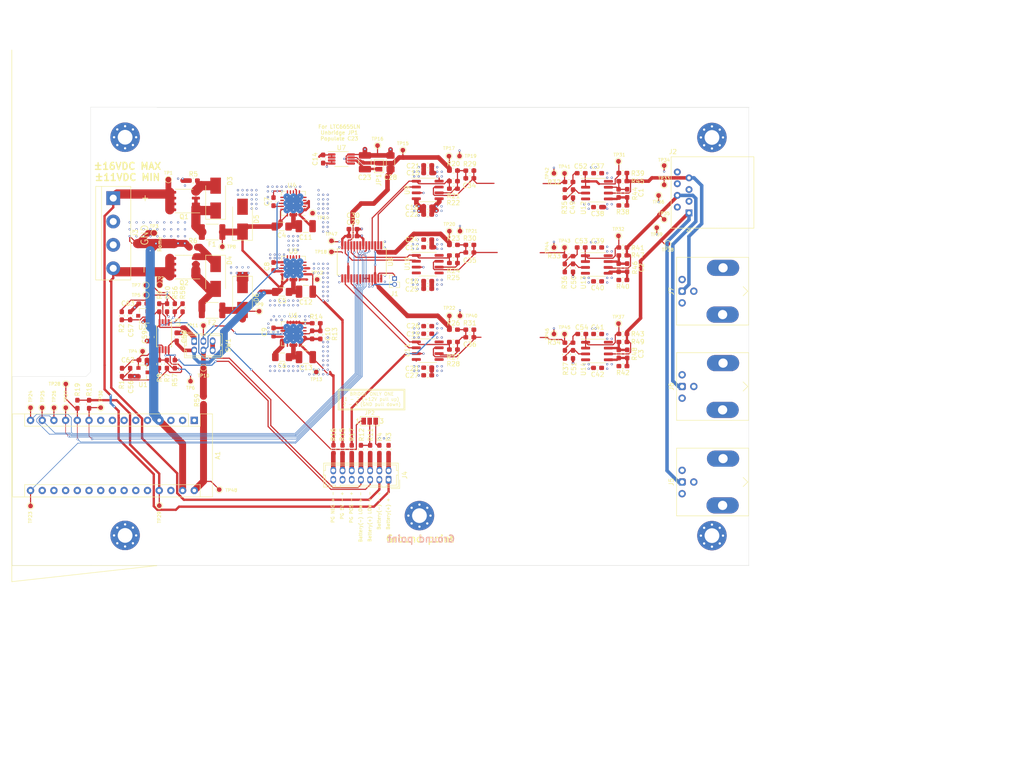
<source format=kicad_pcb>
(kicad_pcb (version 20171130) (host pcbnew "(5.1.5)-3")
  (layers (0 F.Cu signal) (1 GND.Cu power) (2 PWR.Cu power) (31 B.Cu signal) (34 B.Paste user) (35 F.Paste user) (36 B.SilkS user) (37 F.SilkS user) (38 B.Mask user) (39 F.Mask user) (44 Edge.Cuts user))
  (net 0 "")
  (net 1 GND)
  (net 2 +5V)
  (net 3 /Channel_Outputs/4Q_DAC_OUT_1)
  (net 4 /Channel_Outputs/4Q_DAC_OUT_2)
  (net 5 /Channel_Outputs/4Q_DAC_OUT_3)
  (net 6 "Net-(C49-Pad1)")
  (net 7 "Net-(C50-Pad1)")
  (net 8 "Net-(C51-Pad1)")
  (net 9 "Net-(C52-Pad2)")
  (net 10 "Net-(C52-Pad1)")
  (net 11 "Net-(C53-Pad2)")
  (net 12 "Net-(C53-Pad1)")
  (net 13 "Net-(C54-Pad2)")
  (net 14 "Net-(C54-Pad1)")
  (net 15 /Channel_Outputs/Coil_Iout_3)
  (net 16 /Channel_Outputs/Coil_Iout_2)
  (net 17 /Channel_Outputs/Coil_Iout_1)
  (net 18 -8V)
  (net 19 +8V)
  (net 20 "Net-(C1-Pad2)")
  (net 21 "Net-(C1-Pad1)")
  (net 22 "Net-(C2-Pad2)")
  (net 23 "Net-(C2-Pad1)")
  (net 24 "Net-(C3-Pad2)")
  (net 25 "Net-(C3-Pad1)")
  (module Capacitor_SMD:C_0603_1608Metric_Pad1.05x0.95mm_HandSolder (layer F.Cu) (at 123.1925 94.142 180)
    (fp_text reference C26 (at 3.192 0.039) (layer F.SilkS))
    (fp_text value 1u)
    (pad 1 smd roundrect (at -0.875 0 180) (size 1.05 0.95) (layers F.Cu F.Paste F.Mask))
    (pad 2 smd roundrect (at 0.875 0 180) (size 1.05 0.95) (layers F.Cu F.Paste F.Mask))
  )
  (module Capacitor_SMD:C_1210_3225Metric_Pad1.42x2.65mm_HandSolder (layer F.Cu) (at 109.5649 58.5361 90)
    (fp_text reference C23 (at -3.3169 -0.0644 180) (layer F.SilkS))
    (fp_text value 47u)
    (pad 1 smd roundrect (at -1.4875 0 90) (size 1.425 2.65) (layers F.Cu F.Paste F.Mask) (roundrect_rratio 0.175439))
    (pad 2 smd roundrect (at 1.4875 0 90) (size 1.425 2.65) (layers F.Cu F.Paste F.Mask) (roundrect_rratio 0.175439))
  )
  (module Capacitor_SMD:C_0603_1608Metric_Pad1.05x0.95mm_HandSolder (layer F.Cu) (at 123.1925 69.885 180)
    (fp_text reference C22 (at 3.442 0.032) (layer F.SilkS))
    (fp_text value 1u)
    (pad 1 smd roundrect (at -0.875 0 180) (size 1.05 0.95) (layers F.Cu F.Paste F.Mask))
    (pad 2 smd roundrect (at 0.875 0 180) (size 1.05 0.95) (layers F.Cu F.Paste F.Mask))
  )
  (module Capacitor_SMD:C_0603_1608Metric_Pad1.05x0.95mm_HandSolder (layer F.Cu) (at 89.7235 81.188 90)
    (fp_text reference C8 (at 0 -1.43 90) (layer F.SilkS))
    (fp_text value 1u)
    (pad 1 smd roundrect (at -0.875 0 90) (size 1.05 0.95) (layers F.Cu F.Paste F.Mask))
    (pad 2 smd roundrect (at 0.875 0 90) (size 1.05 0.95) (layers F.Cu F.Paste F.Mask))
  )
  (module Capacitor_SMD:C_0603_1608Metric_Pad1.05x0.95mm_HandSolder (layer F.Cu) (at 100.4971 57.836 270)
    (fp_text reference C14 (at 0 1.7466 90) (layer F.SilkS))
    (fp_text value 100n)
    (pad 1 smd roundrect (at -0.875 0 270) (size 1.05 0.95) (layers F.Cu F.Paste F.Mask))
    (pad 2 smd roundrect (at 0.875 0 270) (size 1.05 0.95) (layers F.Cu F.Paste F.Mask))
  )
  (module Capacitor_SMD:C_0603_1608Metric_Pad1.05x0.95mm_HandSolder (layer F.Cu) (at 123.1925 104.81 180)
    (fp_text reference C27 (at 3.442 -0.043) (layer F.SilkS))
    (fp_text value 1u)
    (pad 1 smd roundrect (at -0.875 0 180) (size 1.05 0.95) (layers F.Cu F.Paste F.Mask))
    (pad 2 smd roundrect (at 0.875 0 180) (size 1.05 0.95) (layers F.Cu F.Paste F.Mask))
  )
  (module Capacitor_SMD:C_0603_1608Metric_Pad1.05x0.95mm_HandSolder (layer F.Cu) (at 123.1925 95.793 180)
    (fp_text reference C19 (at 3.192 -0.06) (layer F.SilkS))
    (fp_text value 100n)
    (pad 1 smd roundrect (at -0.875 0 180) (size 1.05 0.95) (layers F.Cu F.Paste F.Mask))
    (pad 2 smd roundrect (at 0.875 0 180) (size 1.05 0.95) (layers F.Cu F.Paste F.Mask))
  )
  (module Capacitor_SMD:C_0603_1608Metric_Pad1.05x0.95mm_HandSolder (layer F.Cu) (at 123.1925 84.363 180)
    (fp_text reference C18 (at 3.442 0.01) (layer F.SilkS))
    (fp_text value 100n)
    (pad 1 smd roundrect (at -0.875 0 180) (size 1.05 0.95) (layers F.Cu F.Paste F.Mask))
    (pad 2 smd roundrect (at 0.875 0 180) (size 1.05 0.95) (layers F.Cu F.Paste F.Mask))
  )
  (module Capacitor_SMD:C_1210_3225Metric_Pad1.42x2.65mm_HandSolder (layer F.Cu) (at 96.7085 72.425 180)
    (fp_text reference C11 (at 0 -2.428) (layer F.SilkS))
    (fp_text value 47u)
    (pad 1 smd roundrect (at -1.4875 0 180) (size 1.425 2.65) (layers F.Cu F.Paste F.Mask) (roundrect_rratio 0.175439))
    (pad 2 smd roundrect (at 1.4875 0 180) (size 1.425 2.65) (layers F.Cu F.Paste F.Mask) (roundrect_rratio 0.175439))
  )
  (module Capacitor_SMD:C_0603_1608Metric_Pad1.05x0.95mm_HandSolder (layer F.Cu) (at 123.1925 103.159 180)
    (fp_text reference C20 (at 3.442 -0.194) (layer F.SilkS))
    (fp_text value 100n)
    (pad 1 smd roundrect (at -0.875 0 180) (size 1.05 0.95) (layers F.Cu F.Paste F.Mask))
    (pad 2 smd roundrect (at 0.875 0 180) (size 1.05 0.95) (layers F.Cu F.Paste F.Mask))
  )
  (module Diode_SMD:D_SMB_Handsoldering (layer F.Cu) (at 77.1505 83.347 270)
    (fp_text reference D4 (at -3.494 -3 90) (layer F.SilkS))
    (fp_text value SMBJ16A)
    (pad 1 smd rect (at -2.7 0 270) (size 3.5 2.3) (layers F.Cu F.Paste F.Mask))
    (pad 2 smd rect (at 2.7 0 270) (size 3.5 2.3) (layers F.Cu F.Paste F.Mask))
  )
  (module Capacitor_SMD:C_0603_1608Metric_Pad1.05x0.95mm_HandSolder (layer F.Cu) (at 123.1925 59.217 180)
    (fp_text reference C21 (at 3.192 -0.136) (layer F.SilkS))
    (fp_text value 1u)
    (pad 1 smd roundrect (at -0.875 0 180) (size 1.05 0.95) (layers F.Cu F.Paste F.Mask))
    (pad 2 smd roundrect (at 0.875 0 180) (size 1.05 0.95) (layers F.Cu F.Paste F.Mask))
  )
  (module Capacitor_SMD:C_0603_1608Metric_Pad1.05x0.95mm_HandSolder (layer F.Cu) (at 123.1925 76.997 180)
    (fp_text reference C17 (at 3.442 -0.106) (layer F.SilkS))
    (fp_text value 100n)
    (pad 1 smd roundrect (at -0.875 0 180) (size 1.05 0.95) (layers F.Cu F.Paste F.Mask))
    (pad 2 smd roundrect (at 0.875 0 180) (size 1.05 0.95) (layers F.Cu F.Paste F.Mask))
  )
  (module TestPoint:TestPoint_Pad_D1.0mm (layer F.Cu) (at 102.3005 75.603)
    (fp_text reference TP47 (at 0 -1.448) (layer F.SilkS) (effects (font (size 0.7 0.7) (thickness 0.127))))
    (fp_text value TestPoint_Probe)
    (pad 1 smd circle (at 0 0) (size 1 1) (layers F.Cu F.Mask))
  )
  (module TestPoint:TestPoint_Pad_D1.0mm (layer F.Cu) (at 130.2005 91.903)
    (fp_text reference TP40 (at 2.5 0) (layer F.SilkS) (effects (font (size 0.7 0.7) (thickness 0.127))))
    (fp_text value TestPoint_Probe)
    (pad 1 smd circle (at 0 0) (size 1 1) (layers F.Cu F.Mask))
  )
  (module Resistor_SMD:R_0603_1608Metric_Pad1.05x0.95mm_HandSolder (layer F.Cu) (at 128.7805 60.36)
    (fp_text reference R20 (at 0 -1.507) (layer F.SilkS))
    (fp_text value 10k)
    (pad 1 smd roundrect (at -0.875 0) (size 1.05 0.95) (layers F.Cu F.Paste F.Mask))
    (pad 2 smd roundrect (at 0.875 0) (size 1.05 0.95) (layers F.Cu F.Paste F.Mask))
  )
  (module Resistor_SMD:R_0603_1608Metric_Pad1.05x0.95mm_HandSolder (layer F.Cu) (at 132.3365 94.904)
    (fp_text reference R31 (at 0 -1.43) (layer F.SilkS))
    (fp_text value 10k)
    (pad 1 smd roundrect (at -0.875 0) (size 1.05 0.95) (layers F.Cu F.Paste F.Mask))
    (pad 2 smd roundrect (at 0.875 0) (size 1.05 0.95) (layers F.Cu F.Paste F.Mask))
  )
  (module Resistor_SMD:R_0603_1608Metric_Pad1.05x0.95mm_HandSolder (layer F.Cu) (at 128.7805 94.904)
    (fp_text reference R26 (at 0 -1.43) (layer F.SilkS))
    (fp_text value 10k)
    (pad 1 smd roundrect (at -0.875 0) (size 1.05 0.95) (layers F.Cu F.Paste F.Mask))
    (pad 2 smd roundrect (at 0.875 0) (size 1.05 0.95) (layers F.Cu F.Paste F.Mask))
  )
  (module Resistor_SMD:R_0603_1608Metric_Pad1.05x0.95mm_HandSolder (layer F.Cu) (at 99.8835 96.047 90)
    (fp_text reference R13 (at 0.194 3.117 90) (layer F.SilkS))
    (fp_text value 549k)
    (pad 1 smd roundrect (at -0.875 0 90) (size 1.05 0.95) (layers F.Cu F.Paste F.Mask))
    (pad 2 smd roundrect (at 0.875 0 90) (size 1.05 0.95) (layers F.Cu F.Paste F.Mask))
  )
  (module Resistor_SMD:R_0603_1608Metric_Pad1.05x0.95mm_HandSolder (layer F.Cu) (at 112.7005 120.903 90)
    (fp_text reference R4 (at 2.687 0.062 90) (layer F.SilkS))
    (fp_text value 10k)
    (pad 1 smd roundrect (at -0.875 0 90) (size 1.05 0.95) (layers F.Cu F.Paste F.Mask))
    (pad 2 smd roundrect (at 0.875 0 90) (size 1.05 0.95) (layers F.Cu F.Paste F.Mask))
  )
  (module Resistor_SMD:R_0603_1608Metric_Pad1.05x0.95mm_HandSolder (layer F.Cu) (at 106.7005 120.903 270)
    (fp_text reference R17 (at -3.201 -0.059 90) (layer F.SilkS))
    (fp_text value 10k)
    (pad 1 smd roundrect (at -0.875 0 270) (size 1.05 0.95) (layers F.Cu F.Paste F.Mask))
    (pad 2 smd roundrect (at 0.875 0 270) (size 1.05 0.95) (layers F.Cu F.Paste F.Mask))
  )
  (module Resistor_SMD:R_0603_1608Metric_Pad1.05x0.95mm_HandSolder (layer F.Cu) (at 128.7805 78.775)
    (fp_text reference R24 (at 0 3.328) (layer F.SilkS))
    (fp_text value 10k)
    (pad 1 smd roundrect (at -0.875 0) (size 1.05 0.95) (layers F.Cu F.Paste F.Mask))
    (pad 2 smd roundrect (at 0.875 0) (size 1.05 0.95) (layers F.Cu F.Paste F.Mask))
  )
  (module Resistor_SMD:R_0603_1608Metric_Pad1.05x0.95mm_HandSolder (layer F.Cu) (at 72.3245 62.519 180)
    (fp_text reference R5 (at 0 1.416) (layer F.SilkS))
    (fp_text value 10k)
    (pad 1 smd roundrect (at -0.875 0 180) (size 1.05 0.95) (layers F.Cu F.Paste F.Mask))
    (pad 2 smd roundrect (at 0.875 0 180) (size 1.05 0.95) (layers F.Cu F.Paste F.Mask))
  )
  (module Resistor_SMD:R_0603_1608Metric_Pad1.05x0.95mm_HandSolder (layer F.Cu) (at 128.7805 64.297)
    (fp_text reference R22 (at -0.03 3.056) (layer F.SilkS))
    (fp_text value 10k)
    (pad 1 smd roundrect (at -0.875 0) (size 1.05 0.95) (layers F.Cu F.Paste F.Mask))
    (pad 2 smd roundrect (at 0.875 0) (size 1.05 0.95) (layers F.Cu F.Paste F.Mask))
  )
  (module Resistor_SMD:R_0603_1608Metric_Pad1.05x0.95mm_HandSolder (layer F.Cu) (at 114.7005 120.903 90)
    (fp_text reference R3 (at 2.701 0.022 90) (layer F.SilkS))
    (fp_text value 10k)
    (pad 1 smd roundrect (at -0.875 0 90) (size 1.05 0.95) (layers F.Cu F.Paste F.Mask))
    (pad 2 smd roundrect (at 0.875 0 90) (size 1.05 0.95) (layers F.Cu F.Paste F.Mask))
  )
  (module Resistor_SMD:R_0603_1608Metric_Pad1.05x0.95mm_HandSolder (layer F.Cu) (at 128.7805 80.426)
    (fp_text reference R25 (at -0.03 3.177) (layer F.SilkS))
    (fp_text value 10k)
    (pad 1 smd roundrect (at -0.875 0) (size 1.05 0.95) (layers F.Cu F.Paste F.Mask))
    (pad 2 smd roundrect (at 0.875 0) (size 1.05 0.95) (layers F.Cu F.Paste F.Mask))
  )
  (module Resistor_SMD:R_0603_1608Metric_Pad1.05x0.95mm_HandSolder (layer F.Cu) (at 104.7005 120.89 270)
    (fp_text reference R15 (at -3.187 0.028 90) (layer F.SilkS))
    (fp_text value 10k)
    (pad 1 smd roundrect (at -0.875 0 270) (size 1.05 0.95) (layers F.Cu F.Paste F.Mask))
    (pad 2 smd roundrect (at 0.875 0 270) (size 1.05 0.95) (layers F.Cu F.Paste F.Mask))
  )
  (module Resistor_SMD:R_0603_1608Metric_Pad1.05x0.95mm_HandSolder (layer F.Cu) (at 128.7805 76.489)
    (fp_text reference R23 (at 0 -1.43) (layer F.SilkS))
    (fp_text value 10k)
    (pad 1 smd roundrect (at -0.875 0) (size 1.05 0.95) (layers F.Cu F.Paste F.Mask))
    (pad 2 smd roundrect (at 0.875 0) (size 1.05 0.95) (layers F.Cu F.Paste F.Mask))
  )
  (module Resistor_SMD:R_0603_1608Metric_Pad1.05x0.95mm_HandSolder (layer F.Cu) (at 128.7805 97.571)
    (fp_text reference R27 (at -0.03 3.282) (layer F.SilkS))
    (fp_text value 10k)
    (pad 1 smd roundrect (at -0.875 0) (size 1.05 0.95) (layers F.Cu F.Paste F.Mask))
    (pad 2 smd roundrect (at 0.875 0) (size 1.05 0.95) (layers F.Cu F.Paste F.Mask))
  )
  (module Resistor_SMD:R_0603_1608Metric_Pad1.05x0.95mm_HandSolder (layer F.Cu) (at 72.3245 76.997 180)
    (fp_text reference R6 (at 0.074 1.394) (layer F.SilkS))
    (fp_text value 10k)
    (pad 1 smd roundrect (at -0.875 0 180) (size 1.05 0.95) (layers F.Cu F.Paste F.Mask))
    (pad 2 smd roundrect (at 0.875 0 180) (size 1.05 0.95) (layers F.Cu F.Paste F.Mask))
  )
  (module Resistor_SMD:R_0603_1608Metric_Pad1.05x0.95mm_HandSolder (layer F.Cu) (at 49.683 111.103 90)
    (fp_text reference R18 (at 3.175 0 90) (layer F.SilkS))
    (fp_text value 10k)
    (pad 1 smd roundrect (at -0.875 0 90) (size 1.05 0.95) (layers F.Cu F.Paste F.Mask))
    (pad 2 smd roundrect (at 0.875 0 90) (size 1.05 0.95) (layers F.Cu F.Paste F.Mask))
  )
  (module Capacitor_SMD:C_1206_3216Metric_Pad1.42x1.75mm_HandSolder (layer F.Cu) (at 115.1255 58.553 90)
    (fp_text reference C28 (at -3.275 -0.025 180) (layer F.SilkS))
    (fp_text value 10u)
    (pad 1 smd roundrect (at -1.4875 0 90) (size 1.425 1.75) (layers F.Cu F.Paste F.Mask) (roundrect_rratio 0.175439))
    (pad 2 smd roundrect (at 1.4875 0 90) (size 1.425 1.75) (layers F.Cu F.Paste F.Mask) (roundrect_rratio 0.175439))
  )
  (module Module:Arduino_Nano (layer F.Cu) (at 72.5275 114.603 270)
    (fp_text reference A1 (at 7.62 -5.08 90) (layer F.SilkS))
    (fp_text value Arduino_Nano_v3.x)
    (pad 16 thru_hole oval (at 15.24 35.56 270) (size 1.6 1.6) (drill 0.8) (layers *.Cu *.Mask))
    (pad 15 thru_hole oval (at 0 35.56 270) (size 1.6 1.6) (drill 0.8) (layers *.Cu *.Mask))
    (pad 30 thru_hole oval (at 15.24 0 270) (size 1.6 1.6) (drill 0.8) (layers *.Cu *.Mask))
    (pad 14 thru_hole oval (at 0 33.02 270) (size 1.6 1.6) (drill 0.8) (layers *.Cu *.Mask))
    (pad 29 thru_hole oval (at 15.24 2.54 270) (size 1.6 1.6) (drill 0.8) (layers *.Cu *.Mask))
    (pad 13 thru_hole oval (at 0 30.48 270) (size 1.6 1.6) (drill 0.8) (layers *.Cu *.Mask))
    (pad 28 thru_hole oval (at 15.24 5.08 270) (size 1.6 1.6) (drill 0.8) (layers *.Cu *.Mask))
    (pad 12 thru_hole oval (at 0 27.94 270) (size 1.6 1.6) (drill 0.8) (layers *.Cu *.Mask))
    (pad 27 thru_hole oval (at 15.24 7.62 270) (size 1.6 1.6) (drill 0.8) (layers *.Cu *.Mask))
    (pad 11 thru_hole oval (at 0 25.4 270) (size 1.6 1.6) (drill 0.8) (layers *.Cu *.Mask))
    (pad 26 thru_hole oval (at 15.24 10.16 270) (size 1.6 1.6) (drill 0.8) (layers *.Cu *.Mask))
    (pad 10 thru_hole oval (at 0 22.86 270) (size 1.6 1.6) (drill 0.8) (layers *.Cu *.Mask))
    (pad 25 thru_hole oval (at 15.24 12.7 270) (size 1.6 1.6) (drill 0.8) (layers *.Cu *.Mask))
    (pad 9 thru_hole oval (at 0 20.32 270) (size 1.6 1.6) (drill 0.8) (layers *.Cu *.Mask))
    (pad 24 thru_hole oval (at 15.24 15.24 270) (size 1.6 1.6) (drill 0.8) (layers *.Cu *.Mask))
    (pad 8 thru_hole oval (at 0 17.78 270) (size 1.6 1.6) (drill 0.8) (layers *.Cu *.Mask))
    (pad 23 thru_hole oval (at 15.24 17.78 270) (size 1.6 1.6) (drill 0.8) (layers *.Cu *.Mask))
    (pad 7 thru_hole oval (at 0 15.24 270) (size 1.6 1.6) (drill 0.8) (layers *.Cu *.Mask))
    (pad 22 thru_hole oval (at 15.24 20.32 270) (size 1.6 1.6) (drill 0.8) (layers *.Cu *.Mask))
    (pad 6 thru_hole oval (at 0 12.7 270) (size 1.6 1.6) (drill 0.8) (layers *.Cu *.Mask))
    (pad 21 thru_hole oval (at 15.24 22.86 270) (size 1.6 1.6) (drill 0.8) (layers *.Cu *.Mask))
    (pad 5 thru_hole oval (at 0 10.16 270) (size 1.6 1.6) (drill 0.8) (layers *.Cu *.Mask))
    (pad 20 thru_hole oval (at 15.24 25.4 270) (size 1.6 1.6) (drill 0.8) (layers *.Cu *.Mask))
    (pad 4 thru_hole oval (at 0 7.62 270) (size 1.6 1.6) (drill 0.8) (layers *.Cu *.Mask))
    (pad 19 thru_hole oval (at 15.24 27.94 270) (size 1.6 1.6) (drill 0.8) (layers *.Cu *.Mask))
    (pad 3 thru_hole oval (at 0 5.08 270) (size 1.6 1.6) (drill 0.8) (layers *.Cu *.Mask))
    (pad 18 thru_hole oval (at 15.24 30.48 270) (size 1.6 1.6) (drill 0.8) (layers *.Cu *.Mask))
    (pad 2 thru_hole oval (at 0 2.54 270) (size 1.6 1.6) (drill 0.8) (layers *.Cu *.Mask))
    (pad 17 thru_hole oval (at 15.24 33.02 270) (size 1.6 1.6) (drill 0.8) (layers *.Cu *.Mask))
    (pad 1 thru_hole rect (at 0 0 270) (size 1.6 1.6) (drill 0.8) (layers *.Cu *.Mask))
  )
  (module Capacitor_SMD:C_1206_3216Metric_Pad1.42x1.75mm_HandSolder (layer F.Cu) (at 91.5005 72.503)
    (fp_text reference C4 (at 0 1.9) (layer F.SilkS))
    (fp_text value 10u)
    (pad 1 smd roundrect (at -1.4875 0) (size 1.425 1.75) (layers F.Cu F.Paste F.Mask) (roundrect_rratio 0.175439))
    (pad 2 smd roundrect (at 1.4875 0) (size 1.425 1.75) (layers F.Cu F.Paste F.Mask) (roundrect_rratio 0.175439))
  )
  (module Capacitor_SMD:C_1206_3216Metric_Pad1.42x1.75mm_HandSolder (layer F.Cu) (at 91.6005 86.703)
    (fp_text reference C5 (at 0 1.9) (layer F.SilkS))
    (fp_text value 10u)
    (pad 1 smd roundrect (at -1.4875 0) (size 1.425 1.75) (layers F.Cu F.Paste F.Mask) (roundrect_rratio 0.175439))
    (pad 2 smd roundrect (at 1.4875 0) (size 1.425 1.75) (layers F.Cu F.Paste F.Mask) (roundrect_rratio 0.175439))
  )
  (module Resistor_SMD:R_0603_1608Metric_Pad1.05x0.95mm_HandSolder (layer F.Cu) (at 47.143 111.103 90)
    (fp_text reference R19 (at 3.175 0.02 90) (layer F.SilkS))
    (fp_text value 10k)
    (pad 1 smd roundrect (at -0.875 0 90) (size 1.05 0.95) (layers F.Cu F.Paste F.Mask))
    (pad 2 smd roundrect (at 0.875 0 90) (size 1.05 0.95) (layers F.Cu F.Paste F.Mask))
  )
  (module Connector_Hirose:Hirose_DF11-14DP-2DSA_2x07_P2.00mm_Vertical (layer F.Cu) (at 114.7005 127.503 180)
    (fp_text reference J4 (at -3.5 1 90) (layer F.SilkS))
    (fp_text value Conn_02x07_Odd_Even)
    (pad 1 thru_hole roundrect (at 0 0 180) (size 1.2 1.65) (drill 0.85) (layers *.Cu *.Mask) (roundrect_rratio 0.208))
    (pad 3 thru_hole oval (at 2 0 180) (size 1.2 1.65) (drill 0.85) (layers *.Cu *.Mask))
    (pad 5 thru_hole oval (at 4 0 180) (size 1.2 1.65) (drill 0.85) (layers *.Cu *.Mask))
    (pad 7 thru_hole oval (at 6 0 180) (size 1.2 1.65) (drill 0.85) (layers *.Cu *.Mask))
    (pad 9 thru_hole oval (at 8 0 180) (size 1.2 1.65) (drill 0.85) (layers *.Cu *.Mask))
    (pad 11 thru_hole oval (at 10 0 180) (size 1.2 1.65) (drill 0.85) (layers *.Cu *.Mask))
    (pad 13 thru_hole oval (at 12 0 180) (size 1.2 1.65) (drill 0.85) (layers *.Cu *.Mask))
    (pad 2 thru_hole oval (at 0 2 180) (size 1.2 1.65) (drill 0.85) (layers *.Cu *.Mask))
    (pad 4 thru_hole oval (at 2 2 180) (size 1.2 1.65) (drill 0.85) (layers *.Cu *.Mask))
    (pad 6 thru_hole oval (at 4 2 180) (size 1.2 1.65) (drill 0.85) (layers *.Cu *.Mask))
    (pad 8 thru_hole oval (at 6 2 180) (size 1.2 1.65) (drill 0.85) (layers *.Cu *.Mask))
    (pad 10 thru_hole oval (at 8 2 180) (size 1.2 1.65) (drill 0.85) (layers *.Cu *.Mask))
    (pad 12 thru_hole oval (at 10 2 180) (size 1.2 1.65) (drill 0.85) (layers *.Cu *.Mask))
    (pad 14 thru_hole oval (at 12 2 180) (size 1.2 1.65) (drill 0.85) (layers *.Cu *.Mask))
  )
  (module TestPoint:TestPoint_Pad_D1.0mm (layer F.Cu) (at 77.9405 129.6565)
    (fp_text reference TP48 (at 2.6035 0.127) (layer F.SilkS) (effects (font (size 0.7 0.7) (thickness 0.127))))
    (fp_text value TestPoint_Probe)
    (pad 1 smd circle (at 0 0) (size 1 1) (layers F.Cu F.Mask))
  )
  (module Capacitor_SMD:C_0603_1608Metric_Pad1.05x0.95mm_HandSolder (layer F.Cu) (at 98.1055 96.033 90)
    (fp_text reference C10 (at 0.18 3.395 90) (layer F.SilkS))
    (fp_text value 10n)
    (pad 1 smd roundrect (at -0.875 0 90) (size 1.05 0.95) (layers F.Cu F.Paste F.Mask))
    (pad 2 smd roundrect (at 0.875 0 90) (size 1.05 0.95) (layers F.Cu F.Paste F.Mask))
  )
  (module Capacitor_SMD:C_1206_3216Metric_Pad1.42x1.75mm_HandSolder (layer F.Cu) (at 91.6005 100.873)
    (fp_text reference C6 (at 0 1.83) (layer F.SilkS))
    (fp_text value 10u)
    (pad 1 smd roundrect (at -1.4875 0) (size 1.425 1.75) (layers F.Cu F.Paste F.Mask) (roundrect_rratio 0.175439))
    (pad 2 smd roundrect (at 1.4875 0) (size 1.425 1.75) (layers F.Cu F.Paste F.Mask) (roundrect_rratio 0.175439))
  )
  (module Resistor_SMD:R_0603_1608Metric_Pad1.05x0.95mm_HandSolder (layer F.Cu) (at 68.2885 102.3883 270)
    (fp_text reference R57 (at 3.4557 0 90) (layer F.SilkS))
    (fp_text value 2M)
    (pad 1 smd roundrect (at -0.875 0 270) (size 1.05 0.95) (layers F.Cu F.Paste F.Mask))
    (pad 2 smd roundrect (at 0.875 0 270) (size 1.05 0.95) (layers F.Cu F.Paste F.Mask))
  )
  (module TestPoint:TestPoint_Pad_D1.0mm (layer F.Cu) (at 44.6284 106.6949)
    (fp_text reference TP28 (at -2.45 0) (layer F.SilkS) (effects (font (size 0.7 0.7) (thickness 0.127))))
    (fp_text value TestPoint_Probe)
    (pad 1 smd circle (at 0 0) (size 1 1) (layers F.Cu F.Mask))
  )
  (module Resistor_SMD:R_0603_1608Metric_Pad1.05x0.95mm_HandSolder (layer F.Cu) (at 68.2885 90.1399 90)
    (fp_text reference R56 (at 3.2824 0.0635 90) (layer F.SilkS))
    (fp_text value 3k)
    (pad 1 smd roundrect (at -0.875 0 90) (size 1.05 0.95) (layers F.Cu F.Paste F.Mask))
    (pad 2 smd roundrect (at 0.875 0 90) (size 1.05 0.95) (layers F.Cu F.Paste F.Mask))
  )
  (module Connector_Hirose:Hirose_DF11-6DP-2DSA_2x03_P2.00mm_Vertical (layer F.Cu) (at 72.5005 97.403)
    (fp_text reference SW1 (at 7.4 0.9 90) (layer F.SilkS))
    (fp_text value DPDT_Hirose)
    (pad 1 thru_hole roundrect (at 0 0) (size 1.2 1.65) (drill 0.85) (layers *.Cu *.Mask) (roundrect_rratio 0.208333))
    (pad 3 thru_hole oval (at 2 0) (size 1.2 1.65) (drill 0.85) (layers *.Cu *.Mask))
    (pad 5 thru_hole oval (at 4 0) (size 1.2 1.65) (drill 0.85) (layers *.Cu *.Mask))
    (pad 2 thru_hole oval (at 0 2) (size 1.2 1.65) (drill 0.85) (layers *.Cu *.Mask))
    (pad 4 thru_hole oval (at 2 2) (size 1.2 1.65) (drill 0.85) (layers *.Cu *.Mask))
    (pad 6 thru_hole oval (at 4 2) (size 1.2 1.65) (drill 0.85) (layers *.Cu *.Mask))
  )
  (module Resistor_SMD:R_0603_1608Metric_Pad1.05x0.95mm_HandSolder (layer F.Cu) (at 69.9805 90.1399 90)
    (fp_text reference R58 (at 3.2824 0.0225 90) (layer F.SilkS))
    (fp_text value 133k)
    (pad 1 smd roundrect (at -0.875 0 90) (size 1.05 0.95) (layers F.Cu F.Paste F.Mask))
    (pad 2 smd roundrect (at 0.875 0 90) (size 1.05 0.95) (layers F.Cu F.Paste F.Mask))
  )
  (module Capacitor_SMD:C_0603_1608Metric_Pad1.05x0.95mm_HandSolder (layer F.Cu) (at 89.7235 95.412 90)
    (fp_text reference C9 (at 0 -1.973 90) (layer F.SilkS))
    (fp_text value 1u)
    (pad 1 smd roundrect (at -0.875 0 90) (size 1.05 0.95) (layers F.Cu F.Paste F.Mask))
    (pad 2 smd roundrect (at 0.875 0 90) (size 1.05 0.95) (layers F.Cu F.Paste F.Mask))
  )
  (module Package_SO:SSOP-28_5.3x10.2mm_P0.65mm (layer F.Cu) (at 108.8785 80.172 270)
    (fp_text reference U8 (at 0 -6.25 90) (layer F.SilkS))
    (fp_text value DAC8814)
    (pad 28 smd rect (at 3.6 -4.225 270) (size 1.75 0.45) (layers F.Cu F.Paste F.Mask))
    (pad 27 smd rect (at 3.6 -3.575 270) (size 1.75 0.45) (layers F.Cu F.Paste F.Mask))
    (pad 26 smd rect (at 3.6 -2.925 270) (size 1.75 0.45) (layers F.Cu F.Paste F.Mask))
    (pad 25 smd rect (at 3.6 -2.275 270) (size 1.75 0.45) (layers F.Cu F.Paste F.Mask))
    (pad 24 smd rect (at 3.6 -1.625 270) (size 1.75 0.45) (layers F.Cu F.Paste F.Mask))
    (pad 23 smd rect (at 3.6 -0.975 270) (size 1.75 0.45) (layers F.Cu F.Paste F.Mask))
    (pad 22 smd rect (at 3.6 -0.325 270) (size 1.75 0.45) (layers F.Cu F.Paste F.Mask))
    (pad 21 smd rect (at 3.6 0.325 270) (size 1.75 0.45) (layers F.Cu F.Paste F.Mask))
    (pad 20 smd rect (at 3.6 0.975 270) (size 1.75 0.45) (layers F.Cu F.Paste F.Mask))
    (pad 19 smd rect (at 3.6 1.625 270) (size 1.75 0.45) (layers F.Cu F.Paste F.Mask))
    (pad 18 smd rect (at 3.6 2.275 270) (size 1.75 0.45) (layers F.Cu F.Paste F.Mask))
    (pad 17 smd rect (at 3.6 2.925 270) (size 1.75 0.45) (layers F.Cu F.Paste F.Mask))
    (pad 16 smd rect (at 3.6 3.575 270) (size 1.75 0.45) (layers F.Cu F.Paste F.Mask))
    (pad 15 smd rect (at 3.6 4.225 270) (size 1.75 0.45) (layers F.Cu F.Paste F.Mask))
    (pad 14 smd rect (at -3.6 4.225 270) (size 1.75 0.45) (layers F.Cu F.Paste F.Mask))
    (pad 13 smd rect (at -3.6 3.575 270) (size 1.75 0.45) (layers F.Cu F.Paste F.Mask))
    (pad 12 smd rect (at -3.6 2.925 270) (size 1.75 0.45) (layers F.Cu F.Paste F.Mask))
    (pad 11 smd rect (at -3.6 2.275 270) (size 1.75 0.45) (layers F.Cu F.Paste F.Mask))
    (pad 10 smd rect (at -3.6 1.625 270) (size 1.75 0.45) (layers F.Cu F.Paste F.Mask))
    (pad 9 smd rect (at -3.6 0.975 270) (size 1.75 0.45) (layers F.Cu F.Paste F.Mask))
    (pad 8 smd rect (at -3.6 0.325 270) (size 1.75 0.45) (layers F.Cu F.Paste F.Mask))
    (pad 7 smd rect (at -3.6 -0.325 270) (size 1.75 0.45) (layers F.Cu F.Paste F.Mask))
    (pad 6 smd rect (at -3.6 -0.975 270) (size 1.75 0.45) (layers F.Cu F.Paste F.Mask))
    (pad 5 smd rect (at -3.6 -1.625 270) (size 1.75 0.45) (layers F.Cu F.Paste F.Mask))
    (pad 4 smd rect (at -3.6 -2.275 270) (size 1.75 0.45) (layers F.Cu F.Paste F.Mask))
    (pad 3 smd rect (at -3.6 -2.925 270) (size 1.75 0.45) (layers F.Cu F.Paste F.Mask))
    (pad 2 smd rect (at -3.6 -3.575 270) (size 1.75 0.45) (layers F.Cu F.Paste F.Mask))
    (pad 1 smd rect (at -3.6 -4.225 270) (size 1.75 0.45) (layers F.Cu F.Paste F.Mask))
  )
  (module Package_SO:SOIC-8_3.9x4.9mm_P1.27mm (layer F.Cu) (at 123.1925 64.551)
    (fp_text reference U9 (at -4.442 0.052 90) (layer F.SilkS))
    (fp_text value OPA2277)
    (pad 1 smd roundrect (at -2.475 -1.905) (size 1.95 0.6) (layers F.Cu F.Paste F.Mask))
    (pad 2 smd roundrect (at -2.475 -0.635) (size 1.95 0.6) (layers F.Cu F.Paste F.Mask))
    (pad 3 smd roundrect (at -2.475 0.635) (size 1.95 0.6) (layers F.Cu F.Paste F.Mask))
    (pad 4 smd roundrect (at -2.475 1.905) (size 1.95 0.6) (layers F.Cu F.Paste F.Mask))
    (pad 5 smd roundrect (at 2.475 1.905) (size 1.95 0.6) (layers F.Cu F.Paste F.Mask))
    (pad 6 smd roundrect (at 2.475 0.635) (size 1.95 0.6) (layers F.Cu F.Paste F.Mask))
    (pad 7 smd roundrect (at 2.475 -0.635) (size 1.95 0.6) (layers F.Cu F.Paste F.Mask))
    (pad 8 smd roundrect (at 2.475 -1.905) (size 1.95 0.6) (layers F.Cu F.Paste F.Mask))
  )
  (module Package_SO:SOIC-8_3.9x4.9mm_P1.27mm (layer F.Cu) (at 123.1925 80.68)
    (fp_text reference U10 (at -4.442 -0.077 90) (layer F.SilkS))
    (fp_text value OPA2277)
    (pad 1 smd roundrect (at -2.475 -1.905) (size 1.95 0.6) (layers F.Cu F.Paste F.Mask))
    (pad 2 smd roundrect (at -2.475 -0.635) (size 1.95 0.6) (layers F.Cu F.Paste F.Mask))
    (pad 3 smd roundrect (at -2.475 0.635) (size 1.95 0.6) (layers F.Cu F.Paste F.Mask))
    (pad 4 smd roundrect (at -2.475 1.905) (size 1.95 0.6) (layers F.Cu F.Paste F.Mask))
    (pad 5 smd roundrect (at 2.475 1.905) (size 1.95 0.6) (layers F.Cu F.Paste F.Mask))
    (pad 6 smd roundrect (at 2.475 0.635) (size 1.95 0.6) (layers F.Cu F.Paste F.Mask))
    (pad 7 smd roundrect (at 2.475 -0.635) (size 1.95 0.6) (layers F.Cu F.Paste F.Mask))
    (pad 8 smd roundrect (at 2.475 -1.905) (size 1.95 0.6) (layers F.Cu F.Paste F.Mask))
  )
  (module Capacitor_SMD:C_0603_1608Metric_Pad1.05x0.95mm_HandSolder (layer F.Cu) (at 89.7235 67.091 90)
    (fp_text reference C7 (at 0 -1.43 90) (layer F.SilkS))
    (fp_text value 1u)
    (pad 1 smd roundrect (at -0.875 0 90) (size 1.05 0.95) (layers F.Cu F.Paste F.Mask))
    (pad 2 smd roundrect (at 0.875 0 90) (size 1.05 0.95) (layers F.Cu F.Paste F.Mask))
  )
  (module Capacitor_SMD:C_0603_1608Metric_Pad1.05x0.95mm_HandSolder (layer F.Cu) (at 123.1925 68.234 180)
    (fp_text reference C16 (at 3.442 -0.119) (layer F.SilkS))
    (fp_text value 100n)
    (pad 1 smd roundrect (at -0.875 0 180) (size 1.05 0.95) (layers F.Cu F.Paste F.Mask))
    (pad 2 smd roundrect (at 0.875 0 180) (size 1.05 0.95) (layers F.Cu F.Paste F.Mask))
  )
  (module Capacitor_SMD:C_1210_3225Metric_Pad1.42x2.65mm_HandSolder (layer F.Cu) (at 96.745 86.649 180)
    (fp_text reference C12 (at 0 -2.28) (layer F.SilkS))
    (fp_text value 47u)
    (pad 1 smd roundrect (at -1.4875 0 180) (size 1.425 2.65) (layers F.Cu F.Paste F.Mask) (roundrect_rratio 0.175439))
    (pad 2 smd roundrect (at 1.4875 0 180) (size 1.425 2.65) (layers F.Cu F.Paste F.Mask) (roundrect_rratio 0.175439))
  )
  (module Package_SO:MSOP-8_3x3mm_P0.65mm (layer F.Cu) (at 104.4595 57.836)
    (fp_text reference U7 (at 0 -2.45) (layer F.SilkS))
    (fp_text value LTC6655-2.5)
    (pad 1 smd roundrect (at -2.1125 -0.975) (size 1.625 0.5) (layers F.Cu F.Paste F.Mask))
    (pad 2 smd roundrect (at -2.1125 -0.325) (size 1.625 0.5) (layers F.Cu F.Paste F.Mask))
    (pad 3 smd roundrect (at -2.1125 0.325) (size 1.625 0.5) (layers F.Cu F.Paste F.Mask))
    (pad 4 smd roundrect (at -2.1125 0.975) (size 1.625 0.5) (layers F.Cu F.Paste F.Mask))
    (pad 5 smd roundrect (at 2.1125 0.975) (size 1.625 0.5) (layers F.Cu F.Paste F.Mask))
    (pad 6 smd roundrect (at 2.1125 0.325) (size 1.625 0.5) (layers F.Cu F.Paste F.Mask))
    (pad 7 smd roundrect (at 2.1125 -0.325) (size 1.625 0.5) (layers F.Cu F.Paste F.Mask))
    (pad 8 smd roundrect (at 2.1125 -0.975) (size 1.625 0.5) (layers F.Cu F.Paste F.Mask))
  )
  (module Capacitor_SMD:C_0603_1608Metric_Pad1.05x0.95mm_HandSolder (layer F.Cu) (at 123.1925 60.868 180)
    (fp_text reference C15 (at 3.192 0.015) (layer F.SilkS))
    (fp_text value 100n)
    (pad 1 smd roundrect (at -0.875 0 180) (size 1.05 0.95) (layers F.Cu F.Paste F.Mask))
    (pad 2 smd roundrect (at 0.875 0 180) (size 1.05 0.95) (layers F.Cu F.Paste F.Mask))
  )
  (module Package_SO:SOIC-8_3.9x4.9mm_P1.27mm (layer F.Cu) (at 123.1925 99.476)
    (fp_text reference U11 (at -4.442 -0.123 90) (layer F.SilkS))
    (fp_text value OPA2277)
    (pad 1 smd roundrect (at -2.475 -1.905) (size 1.95 0.6) (layers F.Cu F.Paste F.Mask))
    (pad 2 smd roundrect (at -2.475 -0.635) (size 1.95 0.6) (layers F.Cu F.Paste F.Mask))
    (pad 3 smd roundrect (at -2.475 0.635) (size 1.95 0.6) (layers F.Cu F.Paste F.Mask))
    (pad 4 smd roundrect (at -2.475 1.905) (size 1.95 0.6) (layers F.Cu F.Paste F.Mask))
    (pad 5 smd roundrect (at 2.475 1.905) (size 1.95 0.6) (layers F.Cu F.Paste F.Mask))
    (pad 6 smd roundrect (at 2.475 0.635) (size 1.95 0.6) (layers F.Cu F.Paste F.Mask))
    (pad 7 smd roundrect (at 2.475 -0.635) (size 1.95 0.6) (layers F.Cu F.Paste F.Mask))
    (pad 8 smd roundrect (at 2.475 -1.905) (size 1.95 0.6) (layers F.Cu F.Paste F.Mask))
  )
  (module TestPoint:TestPoint_Pad_D1.0mm (layer F.Cu) (at 99.0005 104.103)
    (fp_text reference TP13 (at 0 1.6) (layer F.SilkS) (effects (font (size 0.7 0.7) (thickness 0.127))))
    (fp_text value TestPoint_Probe)
    (pad 1 smd circle (at 0 0) (size 1 1) (layers F.Cu F.Mask))
  )
  (module TestPoint:TestPoint_Pad_D1.0mm (layer F.Cu) (at 98.2005 69.603)
    (fp_text reference TP14 (at 2.3 1) (layer F.SilkS) (effects (font (size 0.7 0.7) (thickness 0.127))))
    (fp_text value TestPoint_Probe)
    (pad 1 smd circle (at 0 0) (size 1 1) (layers F.Cu F.Mask))
  )
  (module TestPoint:TestPoint_Pad_D1.0mm (layer F.Cu) (at 102.3005 78.003)
    (fp_text reference TP18 (at -2.3 0) (layer F.SilkS) (effects (font (size 0.7 0.7) (thickness 0.127))))
    (fp_text value TestPoint_Probe)
    (pad 1 smd circle (at 0 0) (size 1 1) (layers F.Cu F.Mask))
  )
  (module TestPoint:TestPoint_Pad_D1.0mm (layer F.Cu) (at 36.9755 111.853 90)
    (fp_text reference TP24 (at 2.45 0 90) (layer F.SilkS) (effects (font (size 0.7 0.7) (thickness 0.127))))
    (fp_text value TestPoint_Probe)
    (pad 1 smd circle (at 0 0 90) (size 1 1) (layers F.Cu F.Mask))
  )
  (module TestPoint:TestPoint_Pad_D1.0mm (layer F.Cu) (at 44.6255 111.853 90)
    (fp_text reference TP27 (at 2.45 0.05 270) (layer F.SilkS) (effects (font (size 0.7 0.7) (thickness 0.127))))
    (fp_text value TestPoint_Probe)
    (pad 1 smd circle (at 0 0 90) (size 1 1) (layers F.Cu F.Mask))
  )
  (module TestPoint:TestPoint_Pad_D1.0mm (layer F.Cu) (at 117.8005 55.903)
    (fp_text reference TP15 (at 0 -1.448) (layer F.SilkS) (effects (font (size 0.7 0.7) (thickness 0.127))))
    (fp_text value TestPoint_Probe)
    (pad 1 smd circle (at 0 0) (size 1 1) (layers F.Cu F.Mask))
  )
  (module TestPoint:TestPoint_Pad_D1.0mm (layer F.Cu) (at 112.3005 54.903)
    (fp_text reference TP16 (at 0 -1.448) (layer F.SilkS) (effects (font (size 0.7 0.7) (thickness 0.127))))
    (fp_text value TestPoint_Probe)
    (pad 1 smd circle (at 0 0) (size 1 1) (layers F.Cu F.Mask))
  )
  (module TestPoint:TestPoint_Pad_D1.0mm (layer F.Cu) (at 127.8005 57.203)
    (fp_text reference TP17 (at 0 -1.7) (layer F.SilkS) (effects (font (size 0.7 0.7) (thickness 0.127))))
    (fp_text value TestPoint_Probe)
    (pad 1 smd circle (at 0 0) (size 1 1) (layers F.Cu F.Mask))
  )
  (module TestPoint:TestPoint_Pad_D1.0mm (layer F.Cu) (at 36.9755 133.2125 90)
    (fp_text reference TP23 (at -2.4765 -0.056 90) (layer F.SilkS) (effects (font (size 0.7 0.7) (thickness 0.127))))
    (fp_text value TestPoint_Probe)
    (pad 1 smd circle (at 0 0 90) (size 1 1) (layers F.Cu F.Mask))
  )
  (module TestPoint:TestPoint_Pad_D1.0mm (layer F.Cu) (at 130.1005 57.203)
    (fp_text reference TP19 (at 2.4 0) (layer F.SilkS) (effects (font (size 0.7 0.7) (thickness 0.127))))
    (fp_text value TestPoint_Probe)
    (pad 1 smd circle (at 0 0) (size 1 1) (layers F.Cu F.Mask))
  )
  (module TestPoint:TestPoint_Pad_D1.0mm (layer F.Cu) (at 42.0755 111.853 90)
    (fp_text reference TP26 (at 2.45 0 270) (layer F.SilkS) (effects (font (size 0.7 0.7) (thickness 0.127))))
    (fp_text value TestPoint_Probe)
    (pad 1 smd circle (at 0 0 90) (size 1 1) (layers F.Cu F.Mask))
  )
  (module TestPoint:TestPoint_Pad_D1.0mm (layer F.Cu) (at 39.4755 111.853 90)
    (fp_text reference TP25 (at 2.45 0.1 90) (layer F.SilkS) (effects (font (size 0.7 0.7) (thickness 0.127))))
    (fp_text value TestPoint_Probe)
    (pad 1 smd circle (at 0 0 90) (size 1 1) (layers F.Cu F.Mask))
  )
  (module TestPoint:TestPoint_Pad_D1.0mm (layer F.Cu) (at 130.2005 73.503)
    (fp_text reference TP21 (at 2.5 0) (layer F.SilkS) (effects (font (size 0.7 0.7) (thickness 0.127))))
    (fp_text value TestPoint_Probe)
    (pad 1 smd circle (at 0 0) (size 1 1) (layers F.Cu F.Mask))
  )
  (module TestPoint:TestPoint_Pad_D1.0mm (layer F.Cu) (at 127.9005 73.503)
    (fp_text reference TP20 (at 0 -1.5) (layer F.SilkS) (effects (font (size 0.7 0.7) (thickness 0.127))))
    (fp_text value TestPoint_Probe)
    (pad 1 smd circle (at 0 0) (size 1 1) (layers F.Cu F.Mask))
  )
  (module TestPoint:TestPoint_Pad_D1.0mm (layer F.Cu) (at 127.9005 91.903)
    (fp_text reference TP22 (at 0 -1.7) (layer F.SilkS) (effects (font (size 0.7 0.7) (thickness 0.127))))
    (fp_text value TestPoint_Probe)
    (pad 1 smd circle (at 0 0) (size 1 1) (layers F.Cu F.Mask))
  )
  (module TestPoint:TestPoint_Pad_D1.0mm (layer F.Cu) (at 52.2103 111.8384 90)
    (fp_text reference TP30 (at 2.45 0 90) (layer F.SilkS) (effects (font (size 0.7 0.7) (thickness 0.127))))
    (fp_text value TestPoint_Probe)
    (pad 1 smd circle (at 0 0 90) (size 1 1) (layers F.Cu F.Mask))
  )
  (module TestPoint:TestPoint_Pad_D1.0mm (layer F.Cu) (at 64.923 133.149 90)
    (fp_text reference TP29 (at -2.54 0 270) (layer F.SilkS) (effects (font (size 0.7 0.7) (thickness 0.127))))
    (fp_text value TestPoint_Probe)
    (pad 1 smd circle (at 0 0 90) (size 1 1) (layers F.Cu F.Mask))
  )
  (module Jumper:SolderJumper-3_P1.3mm_Open_Pad1.0x1.5mm_NumberLabels (layer F.Cu) (at 110.6005 114.778)
    (fp_text reference JP2 (at 0 -1.8) (layer F.SilkS) (effects (font (size 0.8 0.8) (thickness 0.125))))
    (fp_text value SolderJumper_3_Open)
    (fp_text user 3 (at 2.6 0) (layer F.SilkS))
    (fp_text user 1 (at -2.6 0) (layer F.SilkS))
    (pad 3 smd rect (at 1.3 0) (size 1 1.5) (layers F.Cu F.Mask))
    (pad 2 smd rect (at 0 0) (size 1 1.5) (layers F.Cu F.Mask))
    (pad 1 smd rect (at -1.3 0) (size 1 1.5) (layers F.Cu F.Mask))
  )
  (module Resistor_SMD:R_0603_1608Metric_Pad1.05x0.95mm_HandSolder (layer F.Cu) (at 74.5255 110.253 90)
    (fp_text reference R59 (at 0 -1.43 90) (layer F.SilkS))
    (fp_text value 0R)
    (pad 1 smd roundrect (at -0.875 0 90) (size 1.05 0.95) (layers F.Cu F.Paste F.Mask))
    (pad 2 smd roundrect (at 0.875 0 90) (size 1.05 0.95) (layers F.Cu F.Paste F.Mask))
  )
  (module MountingHole:MountingHole_3.2mm_M3_Pad_Via (layer F.Cu) (at 57.5005 139.603)
    (fp_text reference H1 hide)
    (fp_text value MountingHole_Pad)
    (pad 1 thru_hole circle (at 0 0) (size 6.4 6.4) (drill 3.2) (layers *.Cu *.Mask))
    (pad 1 thru_hole circle (at 2.4 0) (size 0.8 0.8) (drill 0.5) (layers *.Cu *.Mask))
    (pad 1 thru_hole circle (at 1.697056 1.697056) (size 0.8 0.8) (drill 0.5) (layers *.Cu *.Mask))
    (pad 1 thru_hole circle (at 0 2.4) (size 0.8 0.8) (drill 0.5) (layers *.Cu *.Mask))
    (pad 1 thru_hole circle (at -1.697056 1.697056) (size 0.8 0.8) (drill 0.5) (layers *.Cu *.Mask))
    (pad 1 thru_hole circle (at -2.4 0) (size 0.8 0.8) (drill 0.5) (layers *.Cu *.Mask))
    (pad 1 thru_hole circle (at -1.697056 -1.697056) (size 0.8 0.8) (drill 0.5) (layers *.Cu *.Mask))
    (pad 1 thru_hole circle (at 0 -2.4) (size 0.8 0.8) (drill 0.5) (layers *.Cu *.Mask))
    (pad 1 thru_hole circle (at 1.697056 -1.697056) (size 0.8 0.8) (drill 0.5) (layers *.Cu *.Mask))
  )
  (module MountingHole:MountingHole_3.2mm_M3_Pad_Via (layer F.Cu) (at 57.5005 53.103)
    (fp_text reference H3 hide)
    (fp_text value MountingHole_Pad)
    (pad 1 thru_hole circle (at 0 0) (size 6.4 6.4) (drill 3.2) (layers *.Cu *.Mask))
    (pad 1 thru_hole circle (at 2.4 0) (size 0.8 0.8) (drill 0.5) (layers *.Cu *.Mask))
    (pad 1 thru_hole circle (at 1.697056 1.697056) (size 0.8 0.8) (drill 0.5) (layers *.Cu *.Mask))
    (pad 1 thru_hole circle (at 0 2.4) (size 0.8 0.8) (drill 0.5) (layers *.Cu *.Mask))
    (pad 1 thru_hole circle (at -1.697056 1.697056) (size 0.8 0.8) (drill 0.5) (layers *.Cu *.Mask))
    (pad 1 thru_hole circle (at -2.4 0) (size 0.8 0.8) (drill 0.5) (layers *.Cu *.Mask))
    (pad 1 thru_hole circle (at -1.697056 -1.697056) (size 0.8 0.8) (drill 0.5) (layers *.Cu *.Mask))
    (pad 1 thru_hole circle (at 0 -2.4) (size 0.8 0.8) (drill 0.5) (layers *.Cu *.Mask))
    (pad 1 thru_hole circle (at 1.697056 -1.697056) (size 0.8 0.8) (drill 0.5) (layers *.Cu *.Mask))
  )
  (module MountingHole:MountingHole_3.2mm_M3_Pad_Via (layer F.Cu) (at 121.4005 135.303)
    (fp_text reference H5 hide)
    (fp_text value MountingHole_Pad)
    (pad 1 thru_hole circle (at 0 0) (size 6.4 6.4) (drill 3.2) (layers *.Cu *.Mask))
    (pad 1 thru_hole circle (at 2.4 0) (size 0.8 0.8) (drill 0.5) (layers *.Cu *.Mask))
    (pad 1 thru_hole circle (at 1.697056 1.697056) (size 0.8 0.8) (drill 0.5) (layers *.Cu *.Mask))
    (pad 1 thru_hole circle (at 0 2.4) (size 0.8 0.8) (drill 0.5) (layers *.Cu *.Mask))
    (pad 1 thru_hole circle (at -1.697056 1.697056) (size 0.8 0.8) (drill 0.5) (layers *.Cu *.Mask))
    (pad 1 thru_hole circle (at -2.4 0) (size 0.8 0.8) (drill 0.5) (layers *.Cu *.Mask))
    (pad 1 thru_hole circle (at -1.697056 -1.697056) (size 0.8 0.8) (drill 0.5) (layers *.Cu *.Mask))
    (pad 1 thru_hole circle (at 0 -2.4) (size 0.8 0.8) (drill 0.5) (layers *.Cu *.Mask))
    (pad 1 thru_hole circle (at 1.697056 -1.697056) (size 0.8 0.8) (drill 0.5) (layers *.Cu *.Mask))
  )
  (module Resistor_SMD:R_0603_1608Metric_Pad1.05x0.95mm_HandSolder (layer F.Cu) (at 132.3365 76.489)
    (fp_text reference R30 (at 0 -1.43) (layer F.SilkS))
    (fp_text value 10k)
    (pad 1 smd roundrect (at -0.875 0) (size 1.05 0.95) (layers F.Cu F.Paste F.Mask))
    (pad 2 smd roundrect (at 0.875 0) (size 1.05 0.95) (layers F.Cu F.Paste F.Mask))
  )
  (module Connector_PinHeader_1.27mm:PinHeader_1x02_P1.27mm_Vertical (layer F.Cu) (at 116.0005 83.803)
    (fp_text reference J1 (at 0 3.3) (layer F.SilkS))
    (fp_text value Conn_01x02)
    (pad 1 thru_hole rect (at 0 0) (size 1 1) (drill 0.65) (layers *.Cu *.Mask))
    (pad 2 thru_hole oval (at 0 1.27) (size 1 1) (drill 0.65) (layers *.Cu *.Mask))
  )
  (module Package_SO:TSSOP-8_4.4x3mm_P0.65mm (layer F.Cu) (at 65.9745 96.301 270)
    (fp_text reference U3 (at -2.998 -3.026 90) (layer F.SilkS))
    (fp_text value LM393)
    (pad 1 smd rect (at -2.95 -0.975 270) (size 1.45 0.45) (layers F.Cu F.Paste F.Mask))
    (pad 2 smd rect (at -2.95 -0.325 270) (size 1.45 0.45) (layers F.Cu F.Paste F.Mask))
    (pad 3 smd rect (at -2.95 0.325 270) (size 1.45 0.45) (layers F.Cu F.Paste F.Mask))
    (pad 4 smd rect (at -2.95 0.975 270) (size 1.45 0.45) (layers F.Cu F.Paste F.Mask))
    (pad 5 smd rect (at 2.95 0.975 270) (size 1.45 0.45) (layers F.Cu F.Paste F.Mask))
    (pad 6 smd rect (at 2.95 0.325 270) (size 1.45 0.45) (layers F.Cu F.Paste F.Mask))
    (pad 7 smd rect (at 2.95 -0.325 270) (size 1.45 0.45) (layers F.Cu F.Paste F.Mask))
    (pad 8 smd rect (at 2.95 -0.975 270) (size 1.45 0.45) (layers F.Cu F.Paste F.Mask))
  )
  (module Package_DFN_QFN:QFN-20-1EP_5x5mm_P0.65mm_EP3.35x3.35mm_ThermalVias (layer F.Cu) (at 94.0415 95.793 180)
    (fp_text reference U6 (at 0.041 3.94) (layer F.SilkS))
    (fp_text value TPS7A33)
    (pad 20 smd roundrect (at -1.3 -2.45 180) (size 0.3 0.8) (layers F.Cu F.Paste F.Mask))
    (pad 19 smd roundrect (at -0.65 -2.45 180) (size 0.3 0.8) (layers F.Cu F.Paste F.Mask))
    (pad 18 smd roundrect (at 0 -2.45 180) (size 0.3 0.8) (layers F.Cu F.Paste F.Mask))
    (pad 17 smd roundrect (at 0.65 -2.45 180) (size 0.3 0.8) (layers F.Cu F.Paste F.Mask))
    (pad 16 smd roundrect (at 1.3 -2.45 180) (size 0.3 0.8) (layers F.Cu F.Paste F.Mask))
    (pad 15 smd roundrect (at 2.45 -1.3 180) (size 0.8 0.3) (layers F.Cu F.Paste F.Mask))
    (pad 14 smd roundrect (at 2.45 -0.65 180) (size 0.8 0.3) (layers F.Cu F.Paste F.Mask))
    (pad 13 smd roundrect (at 2.45 0 180) (size 0.8 0.3) (layers F.Cu F.Paste F.Mask))
    (pad 12 smd roundrect (at 2.45 0.65 180) (size 0.8 0.3) (layers F.Cu F.Paste F.Mask))
    (pad 11 smd roundrect (at 2.45 1.3 180) (size 0.8 0.3) (layers F.Cu F.Paste F.Mask))
    (pad 10 smd roundrect (at 1.3 2.45 180) (size 0.3 0.8) (layers F.Cu F.Paste F.Mask))
    (pad 9 smd roundrect (at 0.65 2.45 180) (size 0.3 0.8) (layers F.Cu F.Paste F.Mask))
    (pad 8 smd roundrect (at 0 2.45 180) (size 0.3 0.8) (layers F.Cu F.Paste F.Mask))
    (pad 7 smd roundrect (at -0.65 2.45 180) (size 0.3 0.8) (layers F.Cu F.Paste F.Mask))
    (pad 6 smd roundrect (at -1.3 2.45 180) (size 0.3 0.8) (layers F.Cu F.Paste F.Mask))
    (pad 5 smd roundrect (at -2.45 1.3 180) (size 0.8 0.3) (layers F.Cu F.Paste F.Mask))
    (pad 4 smd roundrect (at -2.45 0.65 180) (size 0.8 0.3) (layers F.Cu F.Paste F.Mask))
    (pad 3 smd roundrect (at -2.45 0 180) (size 0.8 0.3) (layers F.Cu F.Paste F.Mask))
    (pad 2 smd roundrect (at -2.45 -0.65 180) (size 0.8 0.3) (layers F.Cu F.Paste F.Mask))
    (pad 1 smd roundrect (at -2.45 -1.3 180) (size 0.8 0.3) (layers F.Cu F.Paste F.Mask))
    (pad 21 smd roundrect (at 0 0 180) (size 3.35 3.35) (layers B.Cu) (roundrect_rratio 0.074627))
    (pad 21 thru_hole circle (at 1.425 1.425 180) (size 0.5 0.5) (drill 0.2) (layers *.Cu))
    (pad 21 thru_hole circle (at 0 1.425 180) (size 0.5 0.5) (drill 0.2) (layers *.Cu))
    (pad 21 thru_hole circle (at -1.425 1.425 180) (size 0.5 0.5) (drill 0.2) (layers *.Cu))
    (pad 21 thru_hole circle (at 1.425 0 180) (size 0.5 0.5) (drill 0.2) (layers *.Cu))
    (pad 21 thru_hole circle (at 0 0 180) (size 0.5 0.5) (drill 0.2) (layers *.Cu))
    (pad 21 thru_hole circle (at -1.425 0 180) (size 0.5 0.5) (drill 0.2) (layers *.Cu))
    (pad 21 thru_hole circle (at 1.425 -1.425 180) (size 0.5 0.5) (drill 0.2) (layers *.Cu))
    (pad 21 thru_hole circle (at 0 -1.425 180) (size 0.5 0.5) (drill 0.2) (layers *.Cu))
    (pad 21 thru_hole circle (at -1.425 -1.425 180) (size 0.5 0.5) (drill 0.2) (layers *.Cu))
    (pad 21 smd roundrect (at 0 0 180) (size 3.35 3.35) (layers F.Cu F.Mask) (roundrect_rratio 0.074627))
  )
  (module Package_DFN_QFN:QFN-20-1EP_5x5mm_P0.65mm_EP3.35x3.35mm_ThermalVias (layer F.Cu) (at 94.0415 67.472 180)
    (fp_text reference U4 (at 0.291 3.869) (layer F.SilkS))
    (fp_text value TPS7A470x)
    (pad 20 smd roundrect (at -1.3 -2.45 180) (size 0.3 0.8) (layers F.Cu F.Paste F.Mask))
    (pad 19 smd roundrect (at -0.65 -2.45 180) (size 0.3 0.8) (layers F.Cu F.Paste F.Mask))
    (pad 18 smd roundrect (at 0 -2.45 180) (size 0.3 0.8) (layers F.Cu F.Paste F.Mask))
    (pad 17 smd roundrect (at 0.65 -2.45 180) (size 0.3 0.8) (layers F.Cu F.Paste F.Mask))
    (pad 16 smd roundrect (at 1.3 -2.45 180) (size 0.3 0.8) (layers F.Cu F.Paste F.Mask))
    (pad 15 smd roundrect (at 2.45 -1.3 180) (size 0.8 0.3) (layers F.Cu F.Paste F.Mask))
    (pad 14 smd roundrect (at 2.45 -0.65 180) (size 0.8 0.3) (layers F.Cu F.Paste F.Mask))
    (pad 13 smd roundrect (at 2.45 0 180) (size 0.8 0.3) (layers F.Cu F.Paste F.Mask))
    (pad 12 smd roundrect (at 2.45 0.65 180) (size 0.8 0.3) (layers F.Cu F.Paste F.Mask))
    (pad 11 smd roundrect (at 2.45 1.3 180) (size 0.8 0.3) (layers F.Cu F.Paste F.Mask))
    (pad 10 smd roundrect (at 1.3 2.45 180) (size 0.3 0.8) (layers F.Cu F.Paste F.Mask))
    (pad 9 smd roundrect (at 0.65 2.45 180) (size 0.3 0.8) (layers F.Cu F.Paste F.Mask))
    (pad 8 smd roundrect (at 0 2.45 180) (size 0.3 0.8) (layers F.Cu F.Paste F.Mask))
    (pad 7 smd roundrect (at -0.65 2.45 180) (size 0.3 0.8) (layers F.Cu F.Paste F.Mask))
    (pad 6 smd roundrect (at -1.3 2.45 180) (size 0.3 0.8) (layers F.Cu F.Paste F.Mask))
    (pad 5 smd roundrect (at -2.45 1.3 180) (size 0.8 0.3) (layers F.Cu F.Paste F.Mask))
    (pad 4 smd roundrect (at -2.45 0.65 180) (size 0.8 0.3) (layers F.Cu F.Paste F.Mask))
    (pad 3 smd roundrect (at -2.45 0 180) (size 0.8 0.3) (layers F.Cu F.Paste F.Mask))
    (pad 2 smd roundrect (at -2.45 -0.65 180) (size 0.8 0.3) (layers F.Cu F.Paste F.Mask))
    (pad 1 smd roundrect (at -2.45 -1.3 180) (size 0.8 0.3) (layers F.Cu F.Paste F.Mask))
    (pad 21 smd roundrect (at 0 0 180) (size 3.35 3.35) (layers B.Cu) (roundrect_rratio 0.074627))
    (pad 21 thru_hole circle (at 1.425 1.425 180) (size 0.5 0.5) (drill 0.2) (layers *.Cu))
    (pad 21 thru_hole circle (at 0 1.425 180) (size 0.5 0.5) (drill 0.2) (layers *.Cu))
    (pad 21 thru_hole circle (at -1.425 1.425 180) (size 0.5 0.5) (drill 0.2) (layers *.Cu))
    (pad 21 thru_hole circle (at 1.425 0 180) (size 0.5 0.5) (drill 0.2) (layers *.Cu))
    (pad 21 thru_hole circle (at 0 0 180) (size 0.5 0.5) (drill 0.2) (layers *.Cu))
    (pad 21 thru_hole circle (at -1.425 0 180) (size 0.5 0.5) (drill 0.2) (layers *.Cu))
    (pad 21 thru_hole circle (at 1.425 -1.425 180) (size 0.5 0.5) (drill 0.2) (layers *.Cu))
    (pad 21 thru_hole circle (at 0 -1.425 180) (size 0.5 0.5) (drill 0.2) (layers *.Cu))
    (pad 21 thru_hole circle (at -1.425 -1.425 180) (size 0.5 0.5) (drill 0.2) (layers *.Cu))
    (pad 21 smd roundrect (at 0 0 180) (size 3.35 3.35) (layers F.Cu F.Mask) (roundrect_rratio 0.074627))
  )
  (module Capacitor_SMD:C_0603_1608Metric_Pad1.05x0.95mm_HandSolder (layer F.Cu) (at 132.3365 78.14)
    (fp_text reference C35 (at 0 1.713) (layer F.SilkS))
    (fp_text value 100n)
    (pad 1 smd roundrect (at -0.875 0) (size 1.05 0.95) (layers F.Cu F.Paste F.Mask))
    (pad 2 smd roundrect (at 0.875 0) (size 1.05 0.95) (layers F.Cu F.Paste F.Mask))
  )
  (module Package_TO_SOT_SMD:SOT-23 (layer F.Cu) (at 61.3515 91.8925 180)
    (fp_text reference U2 (at 0 -2.5) (layer F.SilkS))
    (fp_text value LM4040DBZ-5)
    (pad 3 smd rect (at 1 0 180) (size 0.9 0.8) (layers F.Cu F.Paste F.Mask))
    (pad 2 smd rect (at -1 0.95 180) (size 0.9 0.8) (layers F.Cu F.Paste F.Mask))
    (pad 1 smd rect (at -1 -0.95 180) (size 0.9 0.8) (layers F.Cu F.Paste F.Mask))
  )
  (module Package_TO_SOT_SMD:SOT-23 (layer F.Cu) (at 61.3961 104.1803)
    (fp_text reference U1 (at 0 2.6727) (layer F.SilkS))
    (fp_text value LM4040DBZ-5)
    (pad 3 smd rect (at 1 0) (size 0.9 0.8) (layers F.Cu F.Paste F.Mask))
    (pad 2 smd rect (at -1 0.95) (size 0.9 0.8) (layers F.Cu F.Paste F.Mask))
    (pad 1 smd rect (at -1 -0.95) (size 0.9 0.8) (layers F.Cu F.Paste F.Mask))
  )
  (module Diode_SMD:D_SMB_Handsoldering (layer F.Cu) (at 82.9925 87.919 270)
    (fp_text reference D6 (at 0 -3 90) (layer F.SilkS))
    (fp_text value SMBJ16A)
    (pad 1 smd rect (at -2.7 0 270) (size 3.5 2.3) (layers F.Cu F.Paste F.Mask))
    (pad 2 smd rect (at 2.7 0 270) (size 3.5 2.3) (layers F.Cu F.Paste F.Mask))
  )
  (module Resistor_SMD:R_0603_1608Metric_Pad1.05x0.95mm_HandSolder (layer F.Cu) (at 108.7005 120.903 270)
    (fp_text reference R12 (at -3.187 -0.142 90) (layer F.SilkS))
    (fp_text value 10k)
    (pad 1 smd roundrect (at -0.875 0 270) (size 1.05 0.95) (layers F.Cu F.Paste F.Mask))
    (pad 2 smd roundrect (at 0.875 0 270) (size 1.05 0.95) (layers F.Cu F.Paste F.Mask))
  )
  (module Capacitor_SMD:C_0603_1608Metric_Pad1.05x0.95mm_HandSolder (layer F.Cu) (at 61.3515 89.2255 180)
    (fp_text reference C63 (at 3.251 0.0225) (layer F.SilkS))
    (fp_text value 100n)
    (pad 1 smd roundrect (at -0.875 0 180) (size 1.05 0.95) (layers F.Cu F.Paste F.Mask))
    (pad 2 smd roundrect (at 0.875 0 180) (size 1.05 0.95) (layers F.Cu F.Paste F.Mask))
  )
  (module Capacitor_SMD:C_0603_1608Metric_Pad1.05x0.95mm_HandSolder (layer F.Cu) (at 61.3961 101.5133)
    (fp_text reference C62 (at -3.2956 -0.0103) (layer F.SilkS))
    (fp_text value 100n)
    (pad 1 smd roundrect (at -0.875 0) (size 1.05 0.95) (layers F.Cu F.Paste F.Mask))
    (pad 2 smd roundrect (at 0.875 0) (size 1.05 0.95) (layers F.Cu F.Paste F.Mask))
  )
  (module Capacitor_SMD:C_0603_1608Metric_Pad1.05x0.95mm_HandSolder (layer F.Cu) (at 63.3005 96.503 270)
    (fp_text reference C59 (at 0 1.55 90) (layer F.SilkS))
    (fp_text value 100n)
    (pad 1 smd roundrect (at -0.875 0 270) (size 1.05 0.95) (layers F.Cu F.Paste F.Mask))
    (pad 2 smd roundrect (at 0.875 0 270) (size 1.05 0.95) (layers F.Cu F.Paste F.Mask))
  )
  (module Package_SO:SO-8_3.9x4.9mm_P1.27mm (layer F.Cu) (at 70.2925 66.964 180)
    (fp_text reference Q1 (at 0 -3.4) (layer F.SilkS))
    (fp_text value Si4447ADY)
    (pad 1 smd roundrect (at -2.575 -1.905 180) (size 1.75 0.6) (layers F.Cu F.Paste F.Mask))
    (pad 2 smd roundrect (at -2.575 -0.635 180) (size 1.75 0.6) (layers F.Cu F.Paste F.Mask))
    (pad 3 smd roundrect (at -2.575 0.635 180) (size 1.75 0.6) (layers F.Cu F.Paste F.Mask))
    (pad 4 smd roundrect (at -2.575 1.905 180) (size 1.75 0.6) (layers F.Cu F.Paste F.Mask))
    (pad 5 smd roundrect (at 2.575 1.905 180) (size 1.75 0.6) (layers F.Cu F.Paste F.Mask))
    (pad 6 smd roundrect (at 2.575 0.635 180) (size 1.75 0.6) (layers F.Cu F.Paste F.Mask))
    (pad 7 smd roundrect (at 2.575 -0.635 180) (size 1.75 0.6) (layers F.Cu F.Paste F.Mask))
    (pad 8 smd roundrect (at 2.575 -1.905 180) (size 1.75 0.6) (layers F.Cu F.Paste F.Mask))
  )
  (module Resistor_SMD:R_0603_1608Metric_Pad1.05x0.95mm_HandSolder (layer F.Cu) (at 56.8241 104.1663 270)
    (fp_text reference R1 (at 2.6867 0.0736 90) (layer F.SilkS))
    (fp_text value 10k)
    (pad 1 smd roundrect (at -0.875 0 270) (size 1.05 0.95) (layers F.Cu F.Paste F.Mask))
    (pad 2 smd roundrect (at 0.875 0 270) (size 1.05 0.95) (layers F.Cu F.Paste F.Mask))
  )
  (module Capacitor_SMD:C_0603_1608Metric_Pad1.05x0.95mm_HandSolder (layer F.Cu) (at 58.6021 104.1663 270)
    (fp_text reference C56 (at 3.1867 -0.1484 90) (layer F.SilkS))
    (fp_text value 100n)
    (pad 1 smd roundrect (at -0.875 0 270) (size 1.05 0.95) (layers F.Cu F.Paste F.Mask))
    (pad 2 smd roundrect (at 0.875 0 270) (size 1.05 0.95) (layers F.Cu F.Paste F.Mask))
  )
  (module Capacitor_SMD:C_1210_3225Metric_Pad1.42x2.65mm_HandSolder (layer F.Cu) (at 96.745 100.873 180)
    (fp_text reference C13 (at -0.0055 -2.28) (layer F.SilkS))
    (fp_text value 47u)
    (pad 1 smd roundrect (at -1.4875 0 180) (size 1.425 2.65) (layers F.Cu F.Paste F.Mask) (roundrect_rratio 0.175439))
    (pad 2 smd roundrect (at 1.4875 0 180) (size 1.425 2.65) (layers F.Cu F.Paste F.Mask) (roundrect_rratio 0.175439))
  )
  (module Resistor_SMD:R_0603_1608Metric_Pad1.05x0.95mm_HandSolder (layer F.Cu) (at 64.8595 102.3883 270)
    (fp_text reference R8 (at 2.9647 -0.15 90) (layer F.SilkS))
    (fp_text value 100k)
    (pad 1 smd roundrect (at -0.875 0 270) (size 1.05 0.95) (layers F.Cu F.Paste F.Mask))
    (pad 2 smd roundrect (at 0.875 0 270) (size 1.05 0.95) (layers F.Cu F.Paste F.Mask))
  )
  (module Resistor_SMD:R_0603_1608Metric_Pad1.05x0.95mm_HandSolder (layer F.Cu) (at 64.9123 90.1399 90)
    (fp_text reference R9 (at 2.7869 0.0882 90) (layer F.SilkS))
    (fp_text value 133k)
    (pad 1 smd roundrect (at -0.875 0 90) (size 1.05 0.95) (layers F.Cu F.Paste F.Mask))
    (pad 2 smd roundrect (at 0.875 0 90) (size 1.05 0.95) (layers F.Cu F.Paste F.Mask))
  )
  (module Resistor_SMD:R_0603_1608Metric_Pad1.05x0.95mm_HandSolder (layer F.Cu) (at 66.574 102.3883 90)
    (fp_text reference R7 (at -2.9647 0.0484 90) (layer F.SilkS))
    (fp_text value 120k)
    (pad 1 smd roundrect (at -0.875 0 90) (size 1.05 0.95) (layers F.Cu F.Paste F.Mask))
    (pad 2 smd roundrect (at 0.875 0 90) (size 1.05 0.95) (layers F.Cu F.Paste F.Mask))
  )
  (module Capacitor_SMD:C_0603_1608Metric_Pad1.05x0.95mm_HandSolder (layer F.Cu) (at 68.6949 96.4809 90)
    (fp_text reference C58 (at 0.0779 1.6056 90) (layer F.SilkS))
    (fp_text value 100n)
    (pad 1 smd roundrect (at -0.875 0 90) (size 1.05 0.95) (layers F.Cu F.Paste F.Mask))
    (pad 2 smd roundrect (at 0.875 0 90) (size 1.05 0.95) (layers F.Cu F.Paste F.Mask))
  )
  (module Capacitor_SMD:C_0603_1608Metric_Pad1.05x0.95mm_HandSolder (layer F.Cu) (at 58.6005 91.8925 90)
    (fp_text reference C57 (at -3.2105 0.15 90) (layer F.SilkS))
    (fp_text value 100n)
    (pad 1 smd roundrect (at -0.875 0 90) (size 1.05 0.95) (layers F.Cu F.Paste F.Mask))
    (pad 2 smd roundrect (at 0.875 0 90) (size 1.05 0.95) (layers F.Cu F.Paste F.Mask))
  )
  (module Resistor_SMD:R_0603_1608Metric_Pad1.05x0.95mm_HandSolder (layer F.Cu) (at 66.6005 90.1399 270)
    (fp_text reference R10 (at -3.2869 -0.15 90) (layer F.SilkS))
    (fp_text value 100k)
    (pad 1 smd roundrect (at -0.875 0 270) (size 1.05 0.95) (layers F.Cu F.Paste F.Mask))
    (pad 2 smd roundrect (at 0.875 0 270) (size 1.05 0.95) (layers F.Cu F.Paste F.Mask))
  )
  (module Resistor_SMD:R_0603_1608Metric_Pad1.05x0.95mm_HandSolder (layer F.Cu) (at 56.7795 91.8925 270)
    (fp_text reference R2 (at 2.7105 0.029 90) (layer F.SilkS))
    (fp_text value 10k)
    (pad 1 smd roundrect (at -0.875 0 270) (size 1.05 0.95) (layers F.Cu F.Paste F.Mask))
    (pad 2 smd roundrect (at 0.875 0 270) (size 1.05 0.95) (layers F.Cu F.Paste F.Mask))
  )
  (module Resistor_SMD:R_0603_1608Metric_Pad1.05x0.95mm_HandSolder (layer F.Cu) (at 110.7005 120.903 270)
    (fp_text reference R11 (at -3.187 -0.102 90) (layer F.SilkS))
    (fp_text value 10k)
    (pad 1 smd roundrect (at -0.875 0 270) (size 1.05 0.95) (layers F.Cu F.Paste F.Mask))
    (pad 2 smd roundrect (at 0.875 0 270) (size 1.05 0.95) (layers F.Cu F.Paste F.Mask))
  )
  (module Capacitor_SMD:C_0603_1608Metric_Pad1.05x0.95mm_HandSolder (layer F.Cu) (at 106.9735 73.06 180)
    (fp_text reference C30 (at -0.027 2.957) (layer F.SilkS))
    (fp_text value 100n)
    (pad 1 smd roundrect (at -0.875 0 180) (size 1.05 0.95) (layers F.Cu F.Paste F.Mask))
    (pad 2 smd roundrect (at 0.875 0 180) (size 1.05 0.95) (layers F.Cu F.Paste F.Mask))
  )
  (module Resistor_SMD:R_0603_1608Metric_Pad1.05x0.95mm_HandSolder (layer F.Cu) (at 128.7805 99.222)
    (fp_text reference R28 (at -0.03 3.131) (layer F.SilkS))
    (fp_text value 10k)
    (pad 1 smd roundrect (at -0.875 0) (size 1.05 0.95) (layers F.Cu F.Paste F.Mask))
    (pad 2 smd roundrect (at 0.875 0) (size 1.05 0.95) (layers F.Cu F.Paste F.Mask))
  )
  (module Diode_SMD:D_SMB_Handsoldering (layer F.Cu) (at 77.1505 66.329 90)
    (fp_text reference D3 (at 3.726 3.1 90) (layer F.SilkS))
    (fp_text value SMBJ16A)
    (pad 1 smd rect (at -2.7 0 90) (size 3.5 2.3) (layers F.Cu F.Paste F.Mask))
    (pad 2 smd rect (at 2.7 0 90) (size 3.5 2.3) (layers F.Cu F.Paste F.Mask))
  )
  (module Resistor_SMD:R_0603_1608Metric_Pad1.05x0.95mm_HandSolder (layer F.Cu) (at 132.3365 60.36)
    (fp_text reference R29 (at 0 -1.43) (layer F.SilkS))
    (fp_text value 10k)
    (pad 1 smd roundrect (at -0.875 0) (size 1.05 0.95) (layers F.Cu F.Paste F.Mask))
    (pad 2 smd roundrect (at 0.875 0) (size 1.05 0.95) (layers F.Cu F.Paste F.Mask))
  )
  (module Capacitor_SMD:C_0603_1608Metric_Pad1.05x0.95mm_HandSolder (layer F.Cu) (at 132.3365 62.011)
    (fp_text reference C34 (at -0.086 1.592) (layer F.SilkS))
    (fp_text value 100n)
    (pad 1 smd roundrect (at -0.875 0) (size 1.05 0.95) (layers F.Cu F.Paste F.Mask))
    (pad 2 smd roundrect (at 0.875 0) (size 1.05 0.95) (layers F.Cu F.Paste F.Mask))
  )
  (module Capacitor_SMD:C_0603_1608Metric_Pad1.05x0.95mm_HandSolder (layer F.Cu) (at 132.3365 96.555)
    (fp_text reference C36 (at 0 1.548) (layer F.SilkS))
    (fp_text value 100n)
    (pad 1 smd roundrect (at -0.875 0) (size 1.05 0.95) (layers F.Cu F.Paste F.Mask))
    (pad 2 smd roundrect (at 0.875 0) (size 1.05 0.95) (layers F.Cu F.Paste F.Mask))
  )
  (module Resistor_SMD:R_0603_1608Metric_Pad1.05x0.95mm_HandSolder (layer F.Cu) (at 102.7385 120.89 270)
    (fp_text reference R16 (at -3.187 -0.012 90) (layer F.SilkS))
    (fp_text value 10k)
    (pad 1 smd roundrect (at -0.875 0 270) (size 1.05 0.95) (layers F.Cu F.Paste F.Mask))
    (pad 2 smd roundrect (at 0.875 0 270) (size 1.05 0.95) (layers F.Cu F.Paste F.Mask))
  )
  (module Resistor_SMD:R_0603_1608Metric_Pad1.05x0.95mm_HandSolder (layer F.Cu) (at 98.9945 93.507 180)
    (fp_text reference R14 (at -0.006 1.404) (layer F.SilkS))
    (fp_text value 102k)
    (pad 1 smd roundrect (at -0.875 0 180) (size 1.05 0.95) (layers F.Cu F.Paste F.Mask))
    (pad 2 smd roundrect (at 0.875 0 180) (size 1.05 0.95) (layers F.Cu F.Paste F.Mask))
  )
  (module Resistor_SMD:R_0603_1608Metric_Pad1.05x0.95mm_HandSolder (layer F.Cu) (at 128.7805 62.646)
    (fp_text reference R21 (at 0 3.207) (layer F.SilkS))
    (fp_text value 10k)
    (pad 1 smd roundrect (at -0.875 0) (size 1.05 0.95) (layers F.Cu F.Paste F.Mask))
    (pad 2 smd roundrect (at 0.875 0) (size 1.05 0.95) (layers F.Cu F.Paste F.Mask))
  )
  (module NetTie:NetTie-3_SMD_Pad2.0mm (layer F.Cu) (at 64.2005 76.203)
    (fp_text reference NT1 hide)
    (fp_text value Net-Tie_3)
    (fp_poly (pts (xy -4 -1) (xy 4 -1) (xy 4 1) (xy -4 1)) (layer F.Cu) (width 0))
    (pad 1 smd circle (at -4 0) (size 2 2) (layers F.Cu))
    (pad 2 smd circle (at 0 0) (size 2 2) (layers F.Cu))
    (pad 3 smd circle (at 4 0) (size 2 2) (layers F.Cu))
  )
  (module Capacitor_SMD:C_0603_1608Metric_Pad1.05x0.95mm_HandSolder (layer F.Cu) (at 123.1925 86.014 180)
    (fp_text reference C25 (at 3.442 -0.089) (layer F.SilkS))
    (fp_text value 1u)
    (pad 1 smd roundrect (at -0.875 0 180) (size 1.05 0.95) (layers F.Cu F.Paste F.Mask))
    (pad 2 smd roundrect (at 0.875 0 180) (size 1.05 0.95) (layers F.Cu F.Paste F.Mask))
  )
  (module Capacitor_SMD:C_0603_1608Metric_Pad1.05x0.95mm_HandSolder (layer F.Cu) (at 106.9735 74.584 180)
    (fp_text reference C29 (at -0.027 2.981 180) (layer F.SilkS))
    (fp_text value 10n)
    (pad 1 smd roundrect (at -0.875 0 180) (size 1.05 0.95) (layers F.Cu F.Paste F.Mask))
    (pad 2 smd roundrect (at 0.875 0 180) (size 1.05 0.95) (layers F.Cu F.Paste F.Mask))
  )
  (module Jumper:SolderJumper-2_P1.3mm_Open_Pad1.0x1.5mm (layer F.Cu) (at 112.6005 59.403 90)
    (fp_text reference JP1 (at -2.9684 -0.0346 270) (layer F.SilkS))
    (fp_text value SolderJumper_2_Open)
    (pad 2 smd rect (at 0.65 0 90) (size 1 1.5) (layers F.Cu F.Mask))
    (pad 1 smd rect (at -0.65 0 90) (size 1 1.5) (layers F.Cu F.Mask))
  )
  (module Fuse:Fuse_1812_4532Metric_Pad1.30x3.40mm_HandSolder (layer F.Cu) (at 76.3885 90.713 180)
    (fp_text reference F2 (at 0 -2.65) (layer F.SilkS))
    (fp_text value 1A)
    (pad 1 smd roundrect (at -2.225 0 180) (size 1.3 3.4) (layers F.Cu F.Paste F.Mask) (roundrect_rratio 0.192308))
    (pad 2 smd roundrect (at 2.225 0 180) (size 1.3 3.4) (layers F.Cu F.Paste F.Mask) (roundrect_rratio 0.192308))
  )
  (module Package_SO:SO-8_3.9x4.9mm_P1.27mm (layer F.Cu) (at 70.2925 81.315 180)
    (fp_text reference Q2 (at 0 -3.4) (layer F.SilkS))
    (fp_text value IRF8707PbF)
    (pad 1 smd roundrect (at -2.575 -1.905 180) (size 1.75 0.6) (layers F.Cu F.Paste F.Mask))
    (pad 2 smd roundrect (at -2.575 -0.635 180) (size 1.75 0.6) (layers F.Cu F.Paste F.Mask))
    (pad 3 smd roundrect (at -2.575 0.635 180) (size 1.75 0.6) (layers F.Cu F.Paste F.Mask))
    (pad 4 smd roundrect (at -2.575 1.905 180) (size 1.75 0.6) (layers F.Cu F.Paste F.Mask))
    (pad 5 smd roundrect (at 2.575 1.905 180) (size 1.75 0.6) (layers F.Cu F.Paste F.Mask))
    (pad 6 smd roundrect (at 2.575 0.635 180) (size 1.75 0.6) (layers F.Cu F.Paste F.Mask))
    (pad 7 smd roundrect (at 2.575 -0.635 180) (size 1.75 0.6) (layers F.Cu F.Paste F.Mask))
    (pad 8 smd roundrect (at 2.575 -1.905 180) (size 1.75 0.6) (layers F.Cu F.Paste F.Mask))
  )
  (module Fuse:Fuse_1812_4532Metric_Pad1.30x3.40mm_HandSolder (layer F.Cu) (at 76.3885 73.695 180)
    (fp_text reference F1 (at 0 -2.65) (layer F.SilkS))
    (fp_text value 1A)
    (pad 1 smd roundrect (at -2.225 0 180) (size 1.3 3.4) (layers F.Cu F.Paste F.Mask) (roundrect_rratio 0.192308))
    (pad 2 smd roundrect (at 2.225 0 180) (size 1.3 3.4) (layers F.Cu F.Paste F.Mask) (roundrect_rratio 0.192308))
  )
  (module Capacitor_SMD:C_0603_1608Metric_Pad1.05x0.95mm_HandSolder (layer F.Cu) (at 123.1925 75.346 180)
    (fp_text reference C24 (at 3.442 -0.007) (layer F.SilkS))
    (fp_text value 1u)
    (pad 1 smd roundrect (at -0.875 0 180) (size 1.05 0.95) (layers F.Cu F.Paste F.Mask))
    (pad 2 smd roundrect (at 0.875 0 180) (size 1.05 0.95) (layers F.Cu F.Paste F.Mask))
  )
  (module TerminalBlock:TerminalBlock_bornier-4_P5.08mm (layer F.Cu) (at 54.9255 66.329 270)
    (fp_text reference J3 (at 7.6 -4.8 90) (layer F.SilkS))
    (fp_text value Screw_Terminal_01x04)
    (pad 2 thru_hole circle (at 5.08 0 270) (size 3 3) (drill 1.52) (layers *.Cu *.Mask))
    (pad 3 thru_hole circle (at 10.16 0 270) (size 3 3) (drill 1.52) (layers *.Cu *.Mask))
    (pad 1 thru_hole rect (at 0 0 270) (size 3 3) (drill 1.52) (layers *.Cu *.Mask))
    (pad 4 thru_hole circle (at 15.24 0 270) (size 3 3) (drill 1.52) (layers *.Cu *.Mask))
  )
  (module Diode_SMD:D_SMB_Handsoldering (layer F.Cu) (at 82.9925 70.901 90)
    (fp_text reference D5 (at 0 3.008 90) (layer F.SilkS))
    (fp_text value SMBJ16A)
    (pad 1 smd rect (at -2.7 0 90) (size 3.5 2.3) (layers F.Cu F.Paste F.Mask))
    (pad 2 smd rect (at 2.7 0 90) (size 3.5 2.3) (layers F.Cu F.Paste F.Mask))
  )
  (module TestPoint:TestPoint_Pad_D1.0mm (layer F.Cu) (at 61.3005 99.603)
    (fp_text reference TP4 (at -2.1 0) (layer F.SilkS) (effects (font (size 0.7 0.7) (thickness 0.127))))
    (fp_text value TestPoint_Probe)
    (pad 1 smd circle (at 0 0) (size 1 1) (layers F.Cu F.Mask))
  )
  (module TestPoint:TestPoint_Pad_D1.0mm (layer F.Cu) (at 62.0005 87.403)
    (fp_text reference TP5 (at -2.1 0) (layer F.SilkS) (effects (font (size 0.7 0.7) (thickness 0.127))))
    (fp_text value TestPoint_Probe)
    (pad 1 smd circle (at 0 0) (size 1 1) (layers F.Cu F.Mask))
  )
  (module TestPoint:TestPoint_Pad_D1.0mm (layer F.Cu) (at 99.2005 84.003)
    (fp_text reference TP12 (at 0 -1.448) (layer F.SilkS) (effects (font (size 0.7 0.7) (thickness 0.127))))
    (fp_text value TestPoint_Probe)
    (pad 1 smd circle (at 0 0) (size 1 1) (layers F.Cu F.Mask))
  )
  (module TestPoint:TestPoint_Pad_D1.0mm (layer F.Cu) (at 74.5005 103.203)
    (fp_text reference TP10 (at 0 1.7) (layer F.SilkS) (effects (font (size 0.7 0.7) (thickness 0.127))))
    (fp_text value TestPoint_Probe)
    (pad 1 smd circle (at 0 0) (size 1 1) (layers F.Cu F.Mask))
  )
  (module TestPoint:TestPoint_Pad_D1.0mm (layer F.Cu) (at 63.8005 73.903)
    (fp_text reference TP3 (at 0 -1.448) (layer F.SilkS) (effects (font (size 0.7 0.7) (thickness 0.127))))
    (fp_text value TestPoint_Probe)
    (pad 1 smd circle (at 0 0) (size 1 1) (layers F.Cu F.Mask))
  )
  (module TestPoint:TestPoint_Pad_D1.0mm (layer F.Cu) (at 65.0005 85.203)
    (fp_text reference TP2 (at 0 -1.448) (layer F.SilkS) (effects (font (size 0.7 0.7) (thickness 0.127))))
    (fp_text value TestPoint_Probe)
    (pad 1 smd circle (at 0 0) (size 1 1) (layers F.Cu F.Mask))
  )
  (module TestPoint:TestPoint_Pad_D1.0mm (layer F.Cu) (at 86.6005 90.903)
    (fp_text reference TP9 (at 0 -1.448) (layer F.SilkS) (effects (font (size 0.7 0.7) (thickness 0.127))))
    (fp_text value TestPoint_Probe)
    (pad 1 smd circle (at 0 0) (size 1 1) (layers F.Cu F.Mask))
  )
  (module Package_DFN_QFN:QFN-20-1EP_5x5mm_P0.65mm_EP3.35x3.35mm_ThermalVias (layer F.Cu) (at 94.0415 81.569 180)
    (fp_text reference U5 (at 0.041 3.716) (layer F.SilkS))
    (fp_text value TPS7A470x)
    (pad 20 smd roundrect (at -1.3 -2.45 180) (size 0.3 0.8) (layers F.Cu F.Paste F.Mask))
    (pad 19 smd roundrect (at -0.65 -2.45 180) (size 0.3 0.8) (layers F.Cu F.Paste F.Mask))
    (pad 18 smd roundrect (at 0 -2.45 180) (size 0.3 0.8) (layers F.Cu F.Paste F.Mask))
    (pad 17 smd roundrect (at 0.65 -2.45 180) (size 0.3 0.8) (layers F.Cu F.Paste F.Mask))
    (pad 16 smd roundrect (at 1.3 -2.45 180) (size 0.3 0.8) (layers F.Cu F.Paste F.Mask))
    (pad 15 smd roundrect (at 2.45 -1.3 180) (size 0.8 0.3) (layers F.Cu F.Paste F.Mask))
    (pad 14 smd roundrect (at 2.45 -0.65 180) (size 0.8 0.3) (layers F.Cu F.Paste F.Mask))
    (pad 13 smd roundrect (at 2.45 0 180) (size 0.8 0.3) (layers F.Cu F.Paste F.Mask))
    (pad 12 smd roundrect (at 2.45 0.65 180) (size 0.8 0.3) (layers F.Cu F.Paste F.Mask))
    (pad 11 smd roundrect (at 2.45 1.3 180) (size 0.8 0.3) (layers F.Cu F.Paste F.Mask))
    (pad 10 smd roundrect (at 1.3 2.45 180) (size 0.3 0.8) (layers F.Cu F.Paste F.Mask))
    (pad 9 smd roundrect (at 0.65 2.45 180) (size 0.3 0.8) (layers F.Cu F.Paste F.Mask))
    (pad 8 smd roundrect (at 0 2.45 180) (size 0.3 0.8) (layers F.Cu F.Paste F.Mask))
    (pad 7 smd roundrect (at -0.65 2.45 180) (size 0.3 0.8) (layers F.Cu F.Paste F.Mask))
    (pad 6 smd roundrect (at -1.3 2.45 180) (size 0.3 0.8) (layers F.Cu F.Paste F.Mask))
    (pad 5 smd roundrect (at -2.45 1.3 180) (size 0.8 0.3) (layers F.Cu F.Paste F.Mask))
    (pad 4 smd roundrect (at -2.45 0.65 180) (size 0.8 0.3) (layers F.Cu F.Paste F.Mask))
    (pad 3 smd roundrect (at -2.45 0 180) (size 0.8 0.3) (layers F.Cu F.Paste F.Mask))
    (pad 2 smd roundrect (at -2.45 -0.65 180) (size 0.8 0.3) (layers F.Cu F.Paste F.Mask))
    (pad 1 smd roundrect (at -2.45 -1.3 180) (size 0.8 0.3) (layers F.Cu F.Paste F.Mask))
    (pad 21 smd roundrect (at 0 0 180) (size 3.35 3.35) (layers B.Cu) (roundrect_rratio 0.074627))
    (pad 21 thru_hole circle (at 1.425 1.425 180) (size 0.5 0.5) (drill 0.2) (layers *.Cu))
    (pad 21 thru_hole circle (at 0 1.425 180) (size 0.5 0.5) (drill 0.2) (layers *.Cu))
    (pad 21 thru_hole circle (at -1.425 1.425 180) (size 0.5 0.5) (drill 0.2) (layers *.Cu))
    (pad 21 thru_hole circle (at 1.425 0 180) (size 0.5 0.5) (drill 0.2) (layers *.Cu))
    (pad 21 thru_hole circle (at 0 0 180) (size 0.5 0.5) (drill 0.2) (layers *.Cu))
    (pad 21 thru_hole circle (at -1.425 0 180) (size 0.5 0.5) (drill 0.2) (layers *.Cu))
    (pad 21 thru_hole circle (at 1.425 -1.425 180) (size 0.5 0.5) (drill 0.2) (layers *.Cu))
    (pad 21 thru_hole circle (at 0 -1.425 180) (size 0.5 0.5) (drill 0.2) (layers *.Cu))
    (pad 21 thru_hole circle (at -1.425 -1.425 180) (size 0.5 0.5) (drill 0.2) (layers *.Cu))
    (pad 21 smd roundrect (at 0 0 180) (size 3.35 3.35) (layers F.Cu F.Mask) (roundrect_rratio 0.074627))
  )
  (module TestPoint:TestPoint_Pad_D1.0mm (layer F.Cu) (at 71.7005 106.103 180)
    (fp_text reference TP6 (at 0 -1.448) (layer F.SilkS) (effects (font (size 0.7 0.7) (thickness 0.127))))
    (fp_text value TestPoint_Probe)
    (pad 1 smd circle (at 0 0 180) (size 1 1) (layers F.Cu F.Mask))
  )
  (module TestPoint:TestPoint_Pad_D1.0mm (layer F.Cu) (at 78.6005 76.903)
    (fp_text reference TP8 (at 2 0) (layer F.SilkS) (effects (font (size 0.7 0.7) (thickness 0.127))))
    (fp_text value TestPoint_Probe)
    (pad 1 smd circle (at 0 0) (size 1 1) (layers F.Cu F.Mask))
  )
  (module TestPoint:TestPoint_Pad_D1.0mm (layer F.Cu) (at 74.5005 94.003)
    (fp_text reference TP11 (at -2.4 0) (layer F.SilkS) (effects (font (size 0.7 0.7) (thickness 0.127))))
    (fp_text value TestPoint_Probe)
    (pad 1 smd circle (at 0 0) (size 1 1) (layers F.Cu F.Mask))
  )
  (module TestPoint:TestPoint_Pad_D1.0mm (layer F.Cu) (at 62.002 85.27 180)
    (fp_text reference TP7 (at 2.1 0) (layer F.SilkS) (effects (font (size 0.7 0.7) (thickness 0.127))))
    (fp_text value TestPoint_Probe)
    (pad 1 smd circle (at 0 0 180) (size 1 1) (layers F.Cu F.Mask))
  )
  (module TestPoint:TestPoint_Pad_D1.0mm (layer F.Cu) (at 66.9005 62.303)
    (fp_text reference TP1 (at 0 -1.448) (layer F.SilkS) (effects (font (size 0.7 0.7) (thickness 0.127))))
    (fp_text value TestPoint_Probe)
    (pad 1 smd circle (at 0 0) (size 1 1) (layers F.Cu F.Mask))
  )
  (module TestPoint:TestPoint_Pad_D1.0mm (layer F.Cu) (at 164.603 93.572)
    (fp_text reference TP37 (at 0 -1.448) (layer F.SilkS) (effects (font (size 0.7 0.7) (thickness 0.127))))
    (fp_text value TestPoint_Probe)
    (pad 1 smd circle (at 0 0) (size 1 1) (layers F.Cu F.Mask) (net 14 "Net-(C54-Pad1)"))
  )
  (module Resistor_SMD:R_0603_1608Metric_Pad1.05x0.95mm_HandSolder (layer F.Cu) (at 165.575 97.575)
    (fp_text reference R49 (at 3.225 -0.025) (layer F.SilkS))
    (fp_text value 1k)
    (pad 2 smd roundrect (at 0.875 0) (size 1.05 0.95) (layers F.Cu F.Paste F.Mask) (net 15 /Channel_Outputs/Coil_Iout_3))
    (pad 1 smd roundrect (at -0.875 0) (size 1.05 0.95) (layers F.Cu F.Paste F.Mask) (net 25 "Net-(C3-Pad1)"))
  )
  (module Resistor_SMD:R_0603_1608Metric_Pad1.05x0.95mm_HandSolder (layer F.Cu) (at 164.6665 100.176 270)
    (fp_text reference R48 (at 0 -3.4335 90) (layer F.SilkS))
    (fp_text value 1k)
    (pad 2 smd roundrect (at 0.875 0 270) (size 1.05 0.95) (layers F.Cu F.Paste F.Mask) (net 24 "Net-(C3-Pad2)"))
    (pad 1 smd roundrect (at -0.875 0 270) (size 1.05 0.95) (layers F.Cu F.Paste F.Mask) (net 25 "Net-(C3-Pad1)"))
  )
  (module Resistor_SMD:R_0603_1608Metric_Pad1.05x0.95mm_HandSolder (layer F.Cu) (at 165.5555 78.7765)
    (fp_text reference R47 (at 3.2445 -0.0265) (layer F.SilkS))
    (fp_text value 1k)
    (pad 2 smd roundrect (at 0.875 0) (size 1.05 0.95) (layers F.Cu F.Paste F.Mask) (net 16 /Channel_Outputs/Coil_Iout_2))
    (pad 1 smd roundrect (at -0.875 0) (size 1.05 0.95) (layers F.Cu F.Paste F.Mask) (net 23 "Net-(C2-Pad1)"))
  )
  (module Resistor_SMD:R_0603_1608Metric_Pad1.05x0.95mm_HandSolder (layer F.Cu) (at 164.65 81.44 270)
    (fp_text reference R46 (at 0 -3.55 90) (layer F.SilkS))
    (fp_text value 1k)
    (pad 1 smd roundrect (at -0.875 0 270) (size 1.05 0.95) (layers F.Cu F.Paste F.Mask) (net 23 "Net-(C2-Pad1)"))
    (pad 2 smd roundrect (at 0.875 0 270) (size 1.05 0.95) (layers F.Cu F.Paste F.Mask) (net 22 "Net-(C2-Pad2)"))
  )
  (module Resistor_SMD:R_0603_1608Metric_Pad1.05x0.95mm_HandSolder (layer F.Cu) (at 165.5555 62.6475)
    (fp_text reference R45 (at 3.2445 0.0025) (layer F.SilkS))
    (fp_text value 1k)
    (pad 2 smd roundrect (at 0.875 0) (size 1.05 0.95) (layers F.Cu F.Paste F.Mask) (net 17 /Channel_Outputs/Coil_Iout_1))
    (pad 1 smd roundrect (at -0.875 0) (size 1.05 0.95) (layers F.Cu F.Paste F.Mask) (net 21 "Net-(C1-Pad1)"))
  )
  (module Resistor_SMD:R_0603_1608Metric_Pad1.05x0.95mm_HandSolder (layer F.Cu) (at 164.63 65.3 270)
    (fp_text reference R44 (at 0.05 -3.57 90) (layer F.SilkS))
    (fp_text value 1k)
    (pad 2 smd roundrect (at 0.875 0 270) (size 1.05 0.95) (layers F.Cu F.Paste F.Mask) (net 20 "Net-(C1-Pad2)"))
    (pad 1 smd roundrect (at -0.875 0 270) (size 1.05 0.95) (layers F.Cu F.Paste F.Mask) (net 21 "Net-(C1-Pad1)"))
  )
  (module Resistor_SMD:R_0603_1608Metric_Pad1.05x0.95mm_HandSolder (layer F.Cu) (at 165.575 95.825 180)
    (fp_text reference R43 (at -3.225 -0.025) (layer F.SilkS))
    (fp_text value 1k)
    (pad 2 smd roundrect (at 0.875 0 180) (size 1.05 0.95) (layers F.Cu F.Paste F.Mask) (net 14 "Net-(C54-Pad1)"))
    (pad 1 smd roundrect (at -0.875 0 180) (size 1.05 0.95) (layers F.Cu F.Paste F.Mask) (net 15 /Channel_Outputs/Coil_Iout_3))
  )
  (module Resistor_SMD:R_0603_1608Metric_Pad1.05x0.95mm_HandSolder (layer F.Cu) (at 165.575 102.825 180)
    (fp_text reference R42 (at 0 -1.43) (layer F.SilkS))
    (fp_text value 1k)
    (pad 2 smd roundrect (at 0.875 0 180) (size 1.05 0.95) (layers F.Cu F.Paste F.Mask) (net 1 GND))
    (pad 1 smd roundrect (at -0.875 0 180) (size 1.05 0.95) (layers F.Cu F.Paste F.Mask) (net 24 "Net-(C3-Pad2)"))
  )
  (module Resistor_SMD:R_0603_1608Metric_Pad1.05x0.95mm_HandSolder (layer F.Cu) (at 165.5555 77.062 180)
    (fp_text reference R41 (at -3.2445 -0.088) (layer F.SilkS))
    (fp_text value 1k)
    (pad 2 smd roundrect (at 0.875 0 180) (size 1.05 0.95) (layers F.Cu F.Paste F.Mask) (net 12 "Net-(C53-Pad1)"))
    (pad 1 smd roundrect (at -0.875 0 180) (size 1.05 0.95) (layers F.Cu F.Paste F.Mask) (net 16 /Channel_Outputs/Coil_Iout_2))
  )
  (module Resistor_SMD:R_0603_1608Metric_Pad1.05x0.95mm_HandSolder (layer F.Cu) (at 165.5555 84.1105 180)
    (fp_text reference R40 (at 0 -1.43) (layer F.SilkS))
    (fp_text value 1k)
    (pad 2 smd roundrect (at 0.875 0 180) (size 1.05 0.95) (layers F.Cu F.Paste F.Mask) (net 1 GND))
    (pad 1 smd roundrect (at -0.875 0 180) (size 1.05 0.95) (layers F.Cu F.Paste F.Mask) (net 22 "Net-(C2-Pad2)"))
  )
  (module Resistor_SMD:R_0603_1608Metric_Pad1.05x0.95mm_HandSolder (layer F.Cu) (at 165.5555 60.8695 180)
    (fp_text reference R39 (at -3.2445 -0.0805) (layer F.SilkS))
    (fp_text value 1k)
    (pad 2 smd roundrect (at 0.875 0 180) (size 1.05 0.95) (layers F.Cu F.Paste F.Mask) (net 10 "Net-(C52-Pad1)"))
    (pad 1 smd roundrect (at -0.875 0 180) (size 1.05 0.95) (layers F.Cu F.Paste F.Mask) (net 17 /Channel_Outputs/Coil_Iout_1))
  )
  (module Resistor_SMD:R_0603_1608Metric_Pad1.05x0.95mm_HandSolder (layer F.Cu) (at 165.5555 67.918 180)
    (fp_text reference R38 (at 0 -1.43) (layer F.SilkS))
    (fp_text value 1k)
    (pad 2 smd roundrect (at 0.875 0 180) (size 1.05 0.95) (layers F.Cu F.Paste F.Mask) (net 1 GND))
    (pad 1 smd roundrect (at -0.875 0 180) (size 1.05 0.95) (layers F.Cu F.Paste F.Mask) (net 20 "Net-(C1-Pad2)"))
  )
  (module Capacitor_SMD:C_0603_1608Metric_Pad1.05x0.95mm_HandSolder (layer F.Cu) (at 166.508 100.176 270)
    (fp_text reference C3 (at 0 -2.992 90) (layer F.SilkS))
    (fp_text value 1u)
    (pad 2 smd roundrect (at 0.875 0 270) (size 1.05 0.95) (layers F.Cu F.Paste F.Mask) (net 24 "Net-(C3-Pad2)"))
    (pad 1 smd roundrect (at -0.875 0 270) (size 1.05 0.95) (layers F.Cu F.Paste F.Mask) (net 25 "Net-(C3-Pad1)"))
  )
  (module Capacitor_SMD:C_0603_1608Metric_Pad1.05x0.95mm_HandSolder (layer F.Cu) (at 166.49 81.44 270)
    (fp_text reference C2 (at 0 -3.11 90) (layer F.SilkS))
    (fp_text value 1u)
    (pad 2 smd roundrect (at 0.875 0 270) (size 1.05 0.95) (layers F.Cu F.Paste F.Mask) (net 22 "Net-(C2-Pad2)"))
    (pad 1 smd roundrect (at -0.875 0 270) (size 1.05 0.95) (layers F.Cu F.Paste F.Mask) (net 23 "Net-(C2-Pad1)"))
  )
  (module Capacitor_SMD:C_0603_1608Metric_Pad1.05x0.95mm_HandSolder (layer F.Cu) (at 166.49 65.3 270)
    (fp_text reference C1 (at -0.15 -3.01 90) (layer F.SilkS))
    (fp_text value 1u)
    (pad 2 smd roundrect (at 0.875 0 270) (size 1.05 0.95) (layers F.Cu F.Paste F.Mask) (net 20 "Net-(C1-Pad2)"))
    (pad 1 smd roundrect (at -0.875 0 270) (size 1.05 0.95) (layers F.Cu F.Paste F.Mask) (net 21 "Net-(C1-Pad1)"))
  )
  (module TestPoint:TestPoint_Pad_D1.0mm (layer F.Cu) (at 150.6 95.85)
    (fp_text reference TP46 (at -1.5 0 90) (layer F.SilkS) (effects (font (size 0.7 0.7) (thickness 0.127))))
    (fp_text value TestPoint_Probe)
    (pad 1 smd circle (at 0 0) (size 1 1) (layers F.Cu F.Mask) (net 1 GND))
  )
  (module TestPoint:TestPoint_Pad_D1.0mm (layer F.Cu) (at 152.9 95.85)
    (fp_text reference TP45 (at 0 -1.448) (layer F.SilkS) (effects (font (size 0.7 0.7) (thickness 0.127))))
    (fp_text value TestPoint_Probe)
    (pad 1 smd circle (at 0 0) (size 1 1) (layers F.Cu F.Mask) (net 5 /Channel_Outputs/4Q_DAC_OUT_3))
  )
  (module TestPoint:TestPoint_Pad_D1.0mm (layer F.Cu) (at 150.6 77.05)
    (fp_text reference TP44 (at -1.5 0 90) (layer F.SilkS) (effects (font (size 0.7 0.7) (thickness 0.127))))
    (fp_text value TestPoint_Probe)
    (pad 1 smd circle (at 0 0) (size 1 1) (layers F.Cu F.Mask) (net 1 GND))
  )
  (module TestPoint:TestPoint_Pad_D1.0mm (layer F.Cu) (at 152.9 77.05)
    (fp_text reference TP43 (at 0 -1.448) (layer F.SilkS) (effects (font (size 0.7 0.7) (thickness 0.127))))
    (fp_text value TestPoint_Probe)
    (pad 1 smd circle (at 0 0) (size 1 1) (layers F.Cu F.Mask) (net 4 /Channel_Outputs/4Q_DAC_OUT_2))
  )
  (module TestPoint:TestPoint_Pad_D1.0mm (layer F.Cu) (at 150.6 60.95)
    (fp_text reference TP42 (at -1.5 0 90) (layer F.SilkS) (effects (font (size 0.7 0.7) (thickness 0.127))))
    (fp_text value TestPoint_Probe)
    (pad 1 smd circle (at 0 0) (size 1 1) (layers F.Cu F.Mask) (net 1 GND))
  )
  (module TestPoint:TestPoint_Pad_D1.0mm (layer F.Cu) (at 152.9 60.95)
    (fp_text reference TP41 (at 0 -1.448) (layer F.SilkS) (effects (font (size 0.7 0.7) (thickness 0.127))))
    (fp_text value TestPoint_Probe)
    (pad 1 smd circle (at 0 0) (size 1 1) (layers F.Cu F.Mask) (net 3 /Channel_Outputs/4Q_DAC_OUT_1))
  )
  (module TestPoint:TestPoint_Pad_D1.0mm (layer F.Cu) (at 172.922 72.75)
    (fp_text reference TP39 (at -0.022 1.5) (layer F.SilkS) (effects (font (size 0.7 0.7) (thickness 0.127))))
    (fp_text value TestPoint_Probe)
    (pad 1 smd circle (at 0 0) (size 1 1) (layers F.Cu F.Mask) (net 1 GND))
  )
  (module TestPoint:TestPoint_Pad_D1.0mm (layer F.Cu) (at 175.322 76.25)
    (fp_text reference TP38 (at -0.022 1.3) (layer F.SilkS) (effects (font (size 0.7 0.7) (thickness 0.127))))
    (fp_text value TestPoint_Probe)
    (pad 1 smd circle (at 0 0) (size 1 1) (layers F.Cu F.Mask) (net 15 /Channel_Outputs/Coil_Iout_3))
  )
  (module TestPoint:TestPoint_Pad_D1.0mm (layer F.Cu) (at 173.322 65.75)
    (fp_text reference TP36 (at -0.022 1.4) (layer F.SilkS) (effects (font (size 0.7 0.7) (thickness 0.127))))
    (fp_text value TestPoint_Probe)
    (pad 1 smd circle (at 0 0) (size 1 1) (layers F.Cu F.Mask) (net 1 GND))
  )
  (module TestPoint:TestPoint_Pad_D1.0mm (layer F.Cu) (at 174.522 70.95)
    (fp_text reference TP35 (at -0.022 -1.3) (layer F.SilkS) (effects (font (size 0.7 0.7) (thickness 0.127))))
    (fp_text value TestPoint_Probe)
    (pad 1 smd circle (at 0 0) (size 1 1) (layers F.Cu F.Mask) (net 16 /Channel_Outputs/Coil_Iout_2))
  )
  (module TestPoint:TestPoint_Pad_D1.0mm (layer F.Cu) (at 174.522 59.25)
    (fp_text reference TP34 (at -0.022 -1.2) (layer F.SilkS) (effects (font (size 0.7 0.7) (thickness 0.127))))
    (fp_text value TestPoint_Probe)
    (pad 1 smd circle (at 0 0) (size 1 1) (layers F.Cu F.Mask) (net 1 GND))
  )
  (module TestPoint:TestPoint_Pad_D1.0mm (layer F.Cu) (at 174.522 63.45)
    (fp_text reference TP33 (at -0.022 -1.4) (layer F.SilkS) (effects (font (size 0.7 0.7) (thickness 0.127))))
    (fp_text value TestPoint_Probe)
    (pad 1 smd circle (at 0 0) (size 1 1) (layers F.Cu F.Mask) (net 17 /Channel_Outputs/Coil_Iout_1))
  )
  (module TestPoint:TestPoint_Pad_D1.0mm (layer F.Cu) (at 164.603 74.522)
    (fp_text reference TP32 (at 0 -1.448) (layer F.SilkS) (effects (font (size 0.7 0.7) (thickness 0.127))))
    (fp_text value TestPoint_Probe)
    (pad 1 smd circle (at 0 0) (size 1 1) (layers F.Cu F.Mask) (net 12 "Net-(C53-Pad1)"))
  )
  (module TestPoint:TestPoint_Pad_D1.0mm (layer F.Cu) (at 164.603 58.3295)
    (fp_text reference TP31 (at 0.2 -1.41) (layer F.SilkS) (effects (font (size 0.7 0.7) (thickness 0.127))))
    (fp_text value TestPoint_Probe)
    (pad 1 smd circle (at 0 0) (size 1 1) (layers F.Cu F.Mask) (net 10 "Net-(C52-Pad1)"))
  )
  (module Connector_RJ:RJ45_Amphenol_54602-x08_Horizontal (layer F.Cu) (at 179.922 69.55 90)
    (fp_text reference J2 (at 13.3 -3.5 180) (layer F.SilkS))
    (fp_text value RJ45)
    (pad 8 thru_hole circle (at 8.89 -2.54 90) (size 1.5 1.5) (drill 0.76) (layers *.Cu *.Mask) (net 1 GND))
    (pad 7 thru_hole circle (at 7.62 0 90) (size 1.5 1.5) (drill 0.76) (layers *.Cu *.Mask) (net 17 /Channel_Outputs/Coil_Iout_1))
    (pad 6 thru_hole circle (at 6.35 -2.54 90) (size 1.5 1.5) (drill 0.76) (layers *.Cu *.Mask) (net 1 GND))
    (pad 5 thru_hole circle (at 5.08 0 90) (size 1.5 1.5) (drill 0.76) (layers *.Cu *.Mask) (net 1 GND))
    (pad 4 thru_hole circle (at 3.81 -2.54 90) (size 1.5 1.5) (drill 0.76) (layers *.Cu *.Mask) (net 16 /Channel_Outputs/Coil_Iout_2))
    (pad 3 thru_hole circle (at 2.54 0 90) (size 1.5 1.5) (drill 0.76) (layers *.Cu *.Mask) (net 1 GND))
    (pad 2 thru_hole circle (at 1.27 -2.54 90) (size 1.5 1.5) (drill 0.76) (layers *.Cu *.Mask) (net 1 GND))
    (pad 1 thru_hole rect (at 0 0 90) (size 1.5 1.5) (drill 0.76) (layers *.Cu *.Mask) (net 15 /Channel_Outputs/Coil_Iout_3))
    (pad "" np_thru_hole circle (at -1.27 6.35 90) (size 3.2 3.2) (drill 3.2) (layers *.Cu *.Mask))
    (pad "" np_thru_hole circle (at 10.16 6.35 90) (size 3.2 3.2) (drill 3.2) (layers *.Cu *.Mask))
  )
  (module Package_SO:SOIC-8_3.9x4.9mm_P1.27mm (layer F.Cu) (at 159.944 64.598)
    (fp_text reference U12 (at -2.944 3.852 90) (layer F.SilkS))
    (fp_text value OPA2277)
    (pad 8 smd roundrect (at 2.475 -1.905) (size 1.95 0.6) (layers F.Cu F.Paste F.Mask) (net 19 +8V))
    (pad 7 smd roundrect (at 2.475 -0.635) (size 1.95 0.6) (layers F.Cu F.Paste F.Mask) (net 21 "Net-(C1-Pad1)"))
    (pad 6 smd roundrect (at 2.475 0.635) (size 1.95 0.6) (layers F.Cu F.Paste F.Mask) (net 17 /Channel_Outputs/Coil_Iout_1))
    (pad 5 smd roundrect (at 2.475 1.905) (size 1.95 0.6) (layers F.Cu F.Paste F.Mask) (net 20 "Net-(C1-Pad2)"))
    (pad 4 smd roundrect (at -2.475 1.905) (size 1.95 0.6) (layers F.Cu F.Paste F.Mask) (net 18 -8V))
    (pad 3 smd roundrect (at -2.475 0.635) (size 1.95 0.6) (layers F.Cu F.Paste F.Mask) (net 6 "Net-(C49-Pad1)"))
    (pad 2 smd roundrect (at -2.475 -0.635) (size 1.95 0.6) (layers F.Cu F.Paste F.Mask) (net 10 "Net-(C52-Pad1)"))
    (pad 1 smd roundrect (at -2.475 -1.905) (size 1.95 0.6) (layers F.Cu F.Paste F.Mask) (net 10 "Net-(C52-Pad1)"))
  )
  (module MountingHole:MountingHole_3.2mm_M3_Pad_Via (layer F.Cu) (at 184.9 53.15)
    (fp_text reference H4 hide)
    (fp_text value MountingHole_Pad)
    (pad 1 thru_hole circle (at 1.697056 -1.697056) (size 0.8 0.8) (drill 0.5) (layers *.Cu *.Mask) (net 1 GND))
    (pad 1 thru_hole circle (at 0 -2.4) (size 0.8 0.8) (drill 0.5) (layers *.Cu *.Mask) (net 1 GND))
    (pad 1 thru_hole circle (at -1.697056 -1.697056) (size 0.8 0.8) (drill 0.5) (layers *.Cu *.Mask) (net 1 GND))
    (pad 1 thru_hole circle (at -2.4 0) (size 0.8 0.8) (drill 0.5) (layers *.Cu *.Mask) (net 1 GND))
    (pad 1 thru_hole circle (at -1.697056 1.697056) (size 0.8 0.8) (drill 0.5) (layers *.Cu *.Mask) (net 1 GND))
    (pad 1 thru_hole circle (at 0 2.4) (size 0.8 0.8) (drill 0.5) (layers *.Cu *.Mask) (net 1 GND))
    (pad 1 thru_hole circle (at 1.697056 1.697056) (size 0.8 0.8) (drill 0.5) (layers *.Cu *.Mask) (net 1 GND))
    (pad 1 thru_hole circle (at 2.4 0) (size 0.8 0.8) (drill 0.5) (layers *.Cu *.Mask) (net 1 GND))
    (pad 1 thru_hole circle (at 0 0) (size 6.4 6.4) (drill 3.2) (layers *.Cu *.Mask) (net 1 GND))
  )
  (module MountingHole:MountingHole_3.2mm_M3_Pad_Via (layer F.Cu) (at 184.9 139.65)
    (fp_text reference H2 hide)
    (fp_text value MountingHole_Pad)
    (pad 1 thru_hole circle (at 0 0) (size 6.4 6.4) (drill 3.2) (layers *.Cu *.Mask) (net 1 GND))
    (pad 1 thru_hole circle (at 2.4 0) (size 0.8 0.8) (drill 0.5) (layers *.Cu *.Mask) (net 1 GND))
    (pad 1 thru_hole circle (at 1.697056 1.697056) (size 0.8 0.8) (drill 0.5) (layers *.Cu *.Mask) (net 1 GND))
    (pad 1 thru_hole circle (at 0 2.4) (size 0.8 0.8) (drill 0.5) (layers *.Cu *.Mask) (net 1 GND))
    (pad 1 thru_hole circle (at -1.697056 1.697056) (size 0.8 0.8) (drill 0.5) (layers *.Cu *.Mask) (net 1 GND))
    (pad 1 thru_hole circle (at -2.4 0) (size 0.8 0.8) (drill 0.5) (layers *.Cu *.Mask) (net 1 GND))
    (pad 1 thru_hole circle (at -1.697056 -1.697056) (size 0.8 0.8) (drill 0.5) (layers *.Cu *.Mask) (net 1 GND))
    (pad 1 thru_hole circle (at 0 -2.4) (size 0.8 0.8) (drill 0.5) (layers *.Cu *.Mask) (net 1 GND))
    (pad 1 thru_hole circle (at 1.697056 -1.697056) (size 0.8 0.8) (drill 0.5) (layers *.Cu *.Mask) (net 1 GND))
  )
  (module Connector_Coaxial:BNC_Amphenol_031-6575_Horizontal (layer F.Cu) (at 178.422 86.55 270)
    (fp_text reference J7 (at 0 2.35 90) (layer F.SilkS))
    (fp_text value Conn_Coaxial)
    (pad 4 thru_hole circle (at 2.54 0 270) (size 1.6 1.6) (drill 0.89) (layers *.Cu *.Mask))
    (pad 3 thru_hole circle (at 0 -2.54 270) (size 1.6 1.6) (drill 0.89) (layers *.Cu *.Mask))
    (pad 2 thru_hole circle (at -2.54 0 270) (size 1.6 1.6) (drill 0.89) (layers *.Cu *.Mask) (net 1 GND))
    (pad 1 thru_hole roundrect (at 0 0 270) (size 1.6 1.6) (drill 0.89) (layers *.Cu *.Mask) (net 17 /Channel_Outputs/Coil_Iout_1))
    (pad "" thru_hole oval (at 5.08 -8.79 270) (size 3.5 7) (drill 2.01) (layers *.Cu *.Mask))
    (pad "" thru_hole oval (at -5.08 -8.89 270) (size 3.5 7) (drill 2.01) (layers *.Cu *.Mask))
  )
  (module Connector_Coaxial:BNC_Amphenol_031-6575_Horizontal (layer F.Cu) (at 178.422 107.25 270)
    (fp_text reference J6 (at 0 2.35 90) (layer F.SilkS))
    (fp_text value Conn_Coaxial)
    (pad "" thru_hole oval (at -5.08 -8.89 270) (size 3.5 7) (drill 2.01) (layers *.Cu *.Mask))
    (pad "" thru_hole oval (at 5.08 -8.79 270) (size 3.5 7) (drill 2.01) (layers *.Cu *.Mask))
    (pad 1 thru_hole roundrect (at 0 0 270) (size 1.6 1.6) (drill 0.89) (layers *.Cu *.Mask) (net 16 /Channel_Outputs/Coil_Iout_2))
    (pad 2 thru_hole circle (at -2.54 0 270) (size 1.6 1.6) (drill 0.89) (layers *.Cu *.Mask) (net 1 GND))
    (pad 3 thru_hole circle (at 0 -2.54 270) (size 1.6 1.6) (drill 0.89) (layers *.Cu *.Mask))
    (pad 4 thru_hole circle (at 2.54 0 270) (size 1.6 1.6) (drill 0.89) (layers *.Cu *.Mask))
  )
  (module Connector_Coaxial:BNC_Amphenol_031-6575_Horizontal (layer F.Cu) (at 178.422 128 270)
    (fp_text reference J5 (at 0 2.35 90) (layer F.SilkS))
    (fp_text value Conn_Coaxial)
    (pad 4 thru_hole circle (at 2.54 0 270) (size 1.6 1.6) (drill 0.89) (layers *.Cu *.Mask))
    (pad 3 thru_hole circle (at 0 -2.54 270) (size 1.6 1.6) (drill 0.89) (layers *.Cu *.Mask))
    (pad 2 thru_hole circle (at -2.54 0 270) (size 1.6 1.6) (drill 0.89) (layers *.Cu *.Mask) (net 1 GND))
    (pad 1 thru_hole roundrect (at 0 0 270) (size 1.6 1.6) (drill 0.89) (layers *.Cu *.Mask) (net 15 /Channel_Outputs/Coil_Iout_3))
    (pad "" thru_hole oval (at 5.08 -8.79 270) (size 3.5 7) (drill 2.01) (layers *.Cu *.Mask))
    (pad "" thru_hole oval (at -5.08 -8.89 270) (size 3.5 7) (drill 2.01) (layers *.Cu *.Mask))
  )
  (module Package_SO:SOIC-8_3.9x4.9mm_P1.27mm (layer F.Cu) (at 159.904 80.745)
    (fp_text reference U13 (at -2.904 3.905 90) (layer F.SilkS))
    (fp_text value OPA2277)
    (pad 8 smd roundrect (at 2.475 -1.905) (size 1.95 0.6) (layers F.Cu F.Paste F.Mask) (net 19 +8V))
    (pad 7 smd roundrect (at 2.475 -0.635) (size 1.95 0.6) (layers F.Cu F.Paste F.Mask) (net 23 "Net-(C2-Pad1)"))
    (pad 6 smd roundrect (at 2.475 0.635) (size 1.95 0.6) (layers F.Cu F.Paste F.Mask) (net 16 /Channel_Outputs/Coil_Iout_2))
    (pad 5 smd roundrect (at 2.475 1.905) (size 1.95 0.6) (layers F.Cu F.Paste F.Mask) (net 22 "Net-(C2-Pad2)"))
    (pad 4 smd roundrect (at -2.475 1.905) (size 1.95 0.6) (layers F.Cu F.Paste F.Mask) (net 18 -8V))
    (pad 3 smd roundrect (at -2.475 0.635) (size 1.95 0.6) (layers F.Cu F.Paste F.Mask) (net 7 "Net-(C50-Pad1)"))
    (pad 2 smd roundrect (at -2.475 -0.635) (size 1.95 0.6) (layers F.Cu F.Paste F.Mask) (net 12 "Net-(C53-Pad1)"))
    (pad 1 smd roundrect (at -2.475 -1.905) (size 1.95 0.6) (layers F.Cu F.Paste F.Mask) (net 12 "Net-(C53-Pad1)"))
  )
  (module Package_SO:SOIC-8_3.9x4.9mm_P1.27mm (layer F.Cu) (at 159.944 99.541)
    (fp_text reference U14 (at -2.944 3.909 90) (layer F.SilkS))
    (fp_text value OPA2277)
    (pad 8 smd roundrect (at 2.475 -1.905) (size 1.95 0.6) (layers F.Cu F.Paste F.Mask) (net 19 +8V))
    (pad 7 smd roundrect (at 2.475 -0.635) (size 1.95 0.6) (layers F.Cu F.Paste F.Mask) (net 25 "Net-(C3-Pad1)"))
    (pad 6 smd roundrect (at 2.475 0.635) (size 1.95 0.6) (layers F.Cu F.Paste F.Mask) (net 15 /Channel_Outputs/Coil_Iout_3))
    (pad 5 smd roundrect (at 2.475 1.905) (size 1.95 0.6) (layers F.Cu F.Paste F.Mask) (net 24 "Net-(C3-Pad2)"))
    (pad 4 smd roundrect (at -2.475 1.905) (size 1.95 0.6) (layers F.Cu F.Paste F.Mask) (net 18 -8V))
    (pad 3 smd roundrect (at -2.475 0.635) (size 1.95 0.6) (layers F.Cu F.Paste F.Mask) (net 8 "Net-(C51-Pad1)"))
    (pad 2 smd roundrect (at -2.475 -0.635) (size 1.95 0.6) (layers F.Cu F.Paste F.Mask) (net 14 "Net-(C54-Pad1)"))
    (pad 1 smd roundrect (at -2.475 -1.905) (size 1.95 0.6) (layers F.Cu F.Paste F.Mask) (net 14 "Net-(C54-Pad1)"))
  )
  (module Capacitor_SMD:C_0603_1608Metric_Pad1.05x0.95mm_HandSolder (layer F.Cu) (at 160.071 103.206 180)
    (fp_text reference C42 (at 0 -1.43) (layer F.SilkS))
    (fp_text value 100n)
    (pad 2 smd roundrect (at 0.875 0 180) (size 1.05 0.95) (layers F.Cu F.Paste F.Mask) (net 18 -8V))
    (pad 1 smd roundrect (at -0.875 0 180) (size 1.05 0.95) (layers F.Cu F.Paste F.Mask) (net 1 GND))
  )
  (module Capacitor_SMD:C_0603_1608Metric_Pad1.05x0.95mm_HandSolder (layer F.Cu) (at 156.515 77.044 180)
    (fp_text reference C53 (at 0 1.394) (layer F.SilkS))
    (fp_text value 1u)
    (pad 2 smd roundrect (at 0.875 0 180) (size 1.05 0.95) (layers F.Cu F.Paste F.Mask) (net 11 "Net-(C53-Pad2)"))
    (pad 1 smd roundrect (at -0.875 0 180) (size 1.05 0.95) (layers F.Cu F.Paste F.Mask) (net 12 "Net-(C53-Pad1)"))
  )
  (module Capacitor_SMD:C_0603_1608Metric_Pad1.05x0.95mm_HandSolder (layer F.Cu) (at 160.071 84.41 180)
    (fp_text reference C40 (at 0 -1.43) (layer F.SilkS))
    (fp_text value 100n)
    (pad 2 smd roundrect (at 0.875 0 180) (size 1.05 0.95) (layers F.Cu F.Paste F.Mask) (net 18 -8V))
    (pad 1 smd roundrect (at -0.875 0 180) (size 1.05 0.95) (layers F.Cu F.Paste F.Mask) (net 1 GND))
  )
  (module Capacitor_SMD:C_0603_1608Metric_Pad1.05x0.95mm_HandSolder (layer F.Cu) (at 154.737 81.489 270)
    (fp_text reference C50 (at 3.161 -0.163 90) (layer F.SilkS))
    (fp_text value 1u)
    (pad 2 smd roundrect (at 0.875 0 270) (size 1.05 0.95) (layers F.Cu F.Paste F.Mask) (net 1 GND))
    (pad 1 smd roundrect (at -0.875 0 270) (size 1.05 0.95) (layers F.Cu F.Paste F.Mask) (net 7 "Net-(C50-Pad1)"))
  )
  (module Capacitor_SMD:C_0603_1608Metric_Pad1.05x0.95mm_HandSolder (layer F.Cu) (at 160.085 77.044 180)
    (fp_text reference C39 (at 0 1.394) (layer F.SilkS))
    (fp_text value 100n)
    (pad 2 smd roundrect (at 0.875 0 180) (size 1.05 0.95) (layers F.Cu F.Paste F.Mask) (net 1 GND))
    (pad 1 smd roundrect (at -0.875 0 180) (size 1.05 0.95) (layers F.Cu F.Paste F.Mask) (net 19 +8V))
  )
  (module Capacitor_SMD:C_0603_1608Metric_Pad1.05x0.95mm_HandSolder (layer F.Cu) (at 160.071 68.281 180)
    (fp_text reference C38 (at 0 -1.43) (layer F.SilkS))
    (fp_text value 100n)
    (pad 2 smd roundrect (at 0.875 0 180) (size 1.05 0.95) (layers F.Cu F.Paste F.Mask) (net 18 -8V))
    (pad 1 smd roundrect (at -0.875 0 180) (size 1.05 0.95) (layers F.Cu F.Paste F.Mask) (net 1 GND))
  )
  (module Capacitor_SMD:C_0603_1608Metric_Pad1.05x0.95mm_HandSolder (layer F.Cu) (at 154.737 65.36 270)
    (fp_text reference C49 (at 3.04 0.087 90) (layer F.SilkS))
    (fp_text value 1u)
    (pad 2 smd roundrect (at 0.875 0 270) (size 1.05 0.95) (layers F.Cu F.Paste F.Mask) (net 1 GND))
    (pad 1 smd roundrect (at -0.875 0 270) (size 1.05 0.95) (layers F.Cu F.Paste F.Mask) (net 6 "Net-(C49-Pad1)"))
  )
  (module Capacitor_SMD:C_0603_1608Metric_Pad1.05x0.95mm_HandSolder (layer F.Cu) (at 156.642 95.84 180)
    (fp_text reference C54 (at 0 1.44) (layer F.SilkS))
    (fp_text value 1u)
    (pad 2 smd roundrect (at 0.875 0 180) (size 1.05 0.95) (layers F.Cu F.Paste F.Mask) (net 13 "Net-(C54-Pad2)"))
    (pad 1 smd roundrect (at -0.875 0 180) (size 1.05 0.95) (layers F.Cu F.Paste F.Mask) (net 14 "Net-(C54-Pad1)"))
  )
  (module Capacitor_SMD:C_0603_1608Metric_Pad1.05x0.95mm_HandSolder (layer F.Cu) (at 160.085 60.915 180)
    (fp_text reference C37 (at 0 1.515) (layer F.SilkS))
    (fp_text value 100n)
    (pad 2 smd roundrect (at 0.875 0 180) (size 1.05 0.95) (layers F.Cu F.Paste F.Mask) (net 1 GND))
    (pad 1 smd roundrect (at -0.875 0 180) (size 1.05 0.95) (layers F.Cu F.Paste F.Mask) (net 19 +8V))
  )
  (module Capacitor_SMD:C_0603_1608Metric_Pad1.05x0.95mm_HandSolder (layer F.Cu) (at 154.737 100.285 270)
    (fp_text reference C51 (at 3.115 -0.163 90) (layer F.SilkS))
    (fp_text value 1u)
    (pad 2 smd roundrect (at 0.875 0 270) (size 1.05 0.95) (layers F.Cu F.Paste F.Mask) (net 1 GND))
    (pad 1 smd roundrect (at -0.875 0 270) (size 1.05 0.95) (layers F.Cu F.Paste F.Mask) (net 8 "Net-(C51-Pad1)"))
  )
  (module Capacitor_SMD:C_0603_1608Metric_Pad1.05x0.95mm_HandSolder (layer F.Cu) (at 160.085 95.84 180)
    (fp_text reference C41 (at 0 1.44) (layer F.SilkS))
    (fp_text value 100n)
    (pad 2 smd roundrect (at 0.875 0 180) (size 1.05 0.95) (layers F.Cu F.Paste F.Mask) (net 1 GND))
    (pad 1 smd roundrect (at -0.875 0 180) (size 1.05 0.95) (layers F.Cu F.Paste F.Mask) (net 19 +8V))
  )
  (module Capacitor_SMD:C_0603_1608Metric_Pad1.05x0.95mm_HandSolder (layer F.Cu) (at 156.515 60.915 180)
    (fp_text reference C52 (at 0.115 1.515) (layer F.SilkS))
    (fp_text value 1u)
    (pad 2 smd roundrect (at 0.875 0 180) (size 1.05 0.95) (layers F.Cu F.Paste F.Mask) (net 9 "Net-(C52-Pad2)"))
    (pad 1 smd roundrect (at -0.875 0 180) (size 1.05 0.95) (layers F.Cu F.Paste F.Mask) (net 10 "Net-(C52-Pad1)"))
  )
  (module Resistor_SMD:R_0603_1608Metric_Pad1.05x0.95mm_HandSolder (layer F.Cu) (at 153.848 97.745 180)
    (fp_text reference R34 (at 3.198 0.095) (layer F.SilkS))
    (fp_text value 1k)
    (pad 2 smd roundrect (at 0.875 0 180) (size 1.05 0.95) (layers F.Cu F.Paste F.Mask) (net 5 /Channel_Outputs/4Q_DAC_OUT_3))
    (pad 1 smd roundrect (at -0.875 0 180) (size 1.05 0.95) (layers F.Cu F.Paste F.Mask) (net 13 "Net-(C54-Pad2)"))
  )
  (module Resistor_SMD:R_0603_1608Metric_Pad1.05x0.95mm_HandSolder (layer F.Cu) (at 153.848 78.949 180)
    (fp_text reference R33 (at 3.198 0.049) (layer F.SilkS))
    (fp_text value 1k)
    (pad 2 smd roundrect (at 0.875 0 180) (size 1.05 0.95) (layers F.Cu F.Paste F.Mask) (net 4 /Channel_Outputs/4Q_DAC_OUT_2))
    (pad 1 smd roundrect (at -0.875 0 180) (size 1.05 0.95) (layers F.Cu F.Paste F.Mask) (net 11 "Net-(C53-Pad2)"))
  )
  (module Resistor_SMD:R_0603_1608Metric_Pad1.05x0.95mm_HandSolder (layer F.Cu) (at 153.848 62.82 180)
    (fp_text reference R32 (at 3.198 -0.08) (layer F.SilkS))
    (fp_text value 1k)
    (pad 2 smd roundrect (at 0.875 0 180) (size 1.05 0.95) (layers F.Cu F.Paste F.Mask) (net 3 /Channel_Outputs/4Q_DAC_OUT_1))
    (pad 1 smd roundrect (at -0.875 0 180) (size 1.05 0.95) (layers F.Cu F.Paste F.Mask) (net 9 "Net-(C52-Pad2)"))
  )
  (module Resistor_SMD:R_0603_1608Metric_Pad1.05x0.95mm_HandSolder (layer F.Cu) (at 152.95 65.36 90)
    (fp_text reference R35 (at -3.04 -0.05 90) (layer F.SilkS))
    (fp_text value 1k)
    (pad 2 smd roundrect (at 0.875 0 90) (size 1.05 0.95) (layers F.Cu F.Paste F.Mask) (net 9 "Net-(C52-Pad2)"))
    (pad 1 smd roundrect (at -0.875 0 90) (size 1.05 0.95) (layers F.Cu F.Paste F.Mask) (net 6 "Net-(C49-Pad1)"))
  )
  (module Resistor_SMD:R_0603_1608Metric_Pad1.05x0.95mm_HandSolder (layer F.Cu) (at 152.9825 100.285 90)
    (fp_text reference R37 (at -3.115 0.1675 90) (layer F.SilkS))
    (fp_text value 1k)
    (pad 2 smd roundrect (at 0.875 0 90) (size 1.05 0.95) (layers F.Cu F.Paste F.Mask) (net 13 "Net-(C54-Pad2)"))
    (pad 1 smd roundrect (at -0.875 0 90) (size 1.05 0.95) (layers F.Cu F.Paste F.Mask) (net 8 "Net-(C51-Pad1)"))
  )
  (module Resistor_SMD:R_0603_1608Metric_Pad1.05x0.95mm_HandSolder (layer F.Cu) (at 152.95 81.5 90)
    (fp_text reference R36 (at -3.15 -0.05 90) (layer F.SilkS))
    (fp_text value 1k)
    (pad 2 smd roundrect (at 0.875 0 90) (size 1.05 0.95) (layers F.Cu F.Paste F.Mask) (net 11 "Net-(C53-Pad2)"))
    (pad 1 smd roundrect (at -0.875 0 90) (size 1.05 0.95) (layers F.Cu F.Paste F.Mask) (net 7 "Net-(C50-Pad1)"))
  )
  (gr_text "PG NEG + - " (at 102.6005 133.203 90) (layer F.SilkS) (effects (font (size 0.7 0.7) (thickness 0.127))))
  (gr_text "PG 5V - +" (at 104.6005 133.103 90) (layer F.SilkS) (effects (font (size 0.7 0.7) (thickness 0.127))))
  (gr_text "Battery(+) LOW + -" (at 110.6005 135.503 90) (layer F.SilkS) (effects (font (size 0.7 0.7) (thickness 0.127))))
  (gr_text "Ground point" (at 121.7505 140.353) (layer B.SilkS) (effects (font (size 1.5 1.5) (thickness 0.3)) (justify mirror)))
  (gr_text "For LTC6655LN\nUnbridge JP1\nPopulate C23" (at 104.0005 52.103) (layer F.SilkS) (effects (font (size 0.8 0.8))))
  (gr_text "+\n" (at 61.7505 66.353 90) (layer F.SilkS) (effects (font (size 1.5 1.5))))
  (gr_text "BRIDGE ONLY ONE\n1 - 2 (+12V pull up)\n2 - 3 (GND pull down)" (at 111.0505 110.003) (layer F.SilkS) (effects (font (size 0.7 0.7) (thickness 0.1))))
  (gr_text Rome (at 65.0005 76.353 90) (layer F.SilkS) (effects (font (size 0.8 0.8))))
  (gr_text "Battery(+) + -" (at 114.6005 134.203 90) (layer F.SilkS) (effects (font (size 0.7 0.7) (thickness 0.127))))
  (gr_text "GND\n" (at 61.7505 74.353 90) (layer F.SilkS) (effects (font (size 1.5 1.5))))
  (gr_text "Battery(-) - +" (at 112.6005 134.203 90) (layer F.SilkS) (effects (font (size 0.7 0.7) (thickness 0.127))))
  (gr_text "Ground point" (at 121.5005 140.353) (layer F.SilkS) (effects (font (size 1.5 1.5) (thickness 0.3))))
  (gr_text "-\n" (at 61.5005 81.853 90) (layer F.SilkS) (effects (font (size 1.5 1.5))))
  (gr_text "Battery(-) LOW + -" (at 108.6005 135.603 90) (layer F.SilkS) (effects (font (size 0.7 0.7) (thickness 0.127))))
  (gr_text "±16VDC MAX\n±11VDC MIN" (at 58.0005 60.603) (layer F.SilkS) (effects (font (size 1.5 1.5) (thickness 0.3))))
  (gr_text "PG POS - +" (at 106.6005 133.503 90) (layer F.SilkS) (effects (font (size 0.7 0.7) (thickness 0.127))))
  (gr_line (start 50.0005 46.603) (end 50.0005 104.103) (layer Edge.Cuts) (width 0.05))
  (gr_line (start 50.0005 146.103) (end 193.0005 146.103) (layer Edge.Cuts) (width 0.05))
  (gr_line (start 193.0005 46.603) (end 50.0005 46.603) (layer Edge.Cuts) (width 0.05))
  (gr_line (start 33.0005 146.103) (end 50.0005 146.103) (layer Edge.Cuts) (width 0.05))
  (gr_line (start 50.0005 104.103) (end 49.0005 105.103) (layer Edge.Cuts) (width 0.05))
  (gr_line (start 118.2505 107.853) (end 118.2505 112.353) (layer F.SilkS) (width 0.12))
  (gr_line (start 118.2505 112.353) (end 103.7505 112.353) (layer F.SilkS) (width 0.12))
  (gr_line (start 103.7505 112.353) (end 103.7505 107.853) (layer F.SilkS) (width 0.12))
  (gr_line (start 104.0005 108.103) (end 118.0005 108.103) (layer F.SilkS) (width 0.12))
  (gr_line (start 104.0005 107.853) (end 118.2505 107.853) (layer F.SilkS) (width 0.12))
  (gr_line (start 49.0005 105.103) (end 33.0005 105.103) (layer Edge.Cuts) (width 0.05))
  (gr_line (start 33.0005 105.103) (end 33.0005 146.103) (layer Edge.Cuts) (width 0.05))
  (gr_line (start 118.0005 108.103) (end 118.0005 112.103) (layer F.SilkS) (width 0.12))
  (gr_line (start 118.0005 112.103) (end 104.0005 112.103) (layer F.SilkS) (width 0.12))
  (gr_line (start 104.0005 112.103) (end 104.0005 108.103) (layer F.SilkS) (width 0.12))
  (gr_line (start 103.7505 107.853) (end 104.0005 107.853) (layer F.SilkS) (width 0.12))
  (gr_line (start 64.4 146.15) (end 32.9 146.15) (layer F.SilkS) (width 0.12))
  (gr_line (start 32.9 149.65) (end 64.4 146.15) (layer F.SilkS) (width 0.12))
  (gr_line (start 32.9 34.15) (end 32.9 149.65) (layer F.SilkS) (width 0.12))
  (gr_line (start 192.9 46.65) (end 192.9 146.15) (layer Edge.Cuts) (width 0.05))
  (gr_line (start 192.9 46.65) (end 64.4 46.65) (layer Edge.Cuts) (width 0.05))
  (gr_line (start 64.4 146.15) (end 192.9 146.15) (layer Edge.Cuts) (width 0.05))
  (segment (start 107.9035 76.572) (end 107.9035 78.171) (width 0.127) (layer F.Cu) (net 0))
  (segment (start 107.9035 78.171) (end 108.4355 78.703) (width 0.127) (layer F.Cu) (net 0))
  (segment (start 109.829099 85.512401) (end 109.829099 78.931599) (width 0.127) (layer B.Cu) (net 0))
  (segment (start 108.4355 78.703) (end 109.277211 78.703) (width 0.127) (layer F.Cu) (net 0))
  (segment (start 108.992 86.3495) (end 109.829099 85.512401) (width 0.127) (layer B.Cu) (net 0))
  (segment (start 47.2505 119.56) (end 94.514 119.56) (width 0.127) (layer B.Cu) (net 0))
  (segment (start 36.9755 133.2125) (end 36.9755 129.851) (width 0.254) (layer F.Cu) (net 0))
  (segment (start 109.829099 78.931599) (end 109.6005 78.703) (width 0.127) (layer B.Cu) (net 0))
  (segment (start 36.9675 129.843) (end 47.2505 119.56) (width 0.127) (layer B.Cu) (net 0))
  (segment (start 109.277211 78.703) (end 109.6005 78.703) (width 0.127) (layer F.Cu) (net 0))
  (segment (start 94.514 119.56) (end 108.992 105.082) (width 0.127) (layer B.Cu) (net 0))
  (segment (start 36.9755 129.851) (end 36.9675 129.843) (width 0.254) (layer F.Cu) (net 0))
  (segment (start 108.992 105.082) (end 108.992 86.3495) (width 0.127) (layer B.Cu) (net 0))
  (via (at 109.6005 78.703) (size 0.4572) (drill 0.254) (layers F.Cu B.Cu) (net 0))
  (segment (start 107.445935 104.405565) (end 94.3985 117.453) (width 0.127) (layer B.Cu) (net 0))
  (segment (start 94.3985 117.453) (end 73.7255 117.453) (width 0.127) (layer B.Cu) (net 0))
  (segment (start 107.192 78.175) (end 107.192 85.845753) (width 0.127) (layer B.Cu) (net 0))
  (segment (start 107.2535 76.572) (end 107.2535 78.05) (width 0.254) (layer F.Cu) (net 0))
  (segment (start 37.767499 113.803001) (end 36.9675 114.603) (width 0.127) (layer B.Cu) (net 0))
  (segment (start 38.297 113.2735) (end 37.767499 113.803001) (width 0.127) (layer B.Cu) (net 0))
  (segment (start 46.075978 117.464478) (end 45.83201 117.22051) (width 0.127) (layer B.Cu) (net 0))
  (segment (start 36.9755 111.853) (end 36.9755 114.595) (width 0.254) (layer F.Cu) (net 0))
  (segment (start 107.264 78.103) (end 107.192 78.175) (width 0.127) (layer B.Cu) (net 0))
  (segment (start 73.762022 117.453) (end 73.7255 117.453) (width 0.127) (layer B.Cu) (net 0))
  (segment (start 36.9755 114.595) (end 36.9675 114.603) (width 0.254) (layer F.Cu) (net 0))
  (segment (start 73.7255 117.453) (end 46.075978 117.464478) (width 0.127) (layer B.Cu) (net 0))
  (segment (start 45.83201 114.022344) (end 45.083166 113.2735) (width 0.127) (layer B.Cu) (net 0))
  (segment (start 107.192 85.845753) (end 107.445935 86.099688) (width 0.127) (layer B.Cu) (net 0))
  (segment (start 107.317 78.05) (end 107.264 78.103) (width 0.254) (layer F.Cu) (net 0))
  (segment (start 45.83201 117.22051) (end 45.83201 114.022344) (width 0.127) (layer B.Cu) (net 0))
  (segment (start 45.083166 113.2735) (end 38.297 113.2735) (width 0.127) (layer B.Cu) (net 0))
  (segment (start 107.445935 86.099688) (end 107.445935 104.405565) (width 0.127) (layer B.Cu) (net 0))
  (via (at 107.264 78.103) (size 0.4572) (drill 0.254) (layers F.Cu B.Cu) (net 0))
  (segment (start 107.9035 83.772) (end 107.9035 84.911236) (width 0.254) (layer F.Cu) (net 0))
  (segment (start 107.9035 84.911236) (end 107.671736 85.143) (width 0.254) (layer F.Cu) (net 0))
  (segment (start 39.4755 114.571) (end 39.5075 114.603) (width 0.254) (layer F.Cu) (net 0))
  (segment (start 45.556883 117.362888) (end 42.267388 117.362888) (width 0.127) (layer B.Cu) (net 0))
  (segment (start 94.565 117.6675) (end 94.561 117.6675) (width 0.127) (layer B.Cu) (net 0))
  (segment (start 39.4755 111.853) (end 39.4755 114.571) (width 0.254) (layer F.Cu) (net 0))
  (segment (start 94.510011 117.718489) (end 45.912484 117.718489) (width 0.127) (layer B.Cu) (net 0))
  (segment (start 107.671736 85.143) (end 107.671736 85.466289) (width 0.127) (layer B.Cu) (net 0))
  (segment (start 94.561 117.6675) (end 94.510011 117.718489) (width 0.127) (layer B.Cu) (net 0))
  (segment (start 42.267388 117.362888) (end 39.5075 114.603) (width 0.127) (layer B.Cu) (net 0))
  (segment (start 94.565 117.6675) (end 94.514011 117.718489) (width 0.127) (layer B.Cu) (net 0))
  (segment (start 107.699947 104.532553) (end 94.565 117.6675) (width 0.127) (layer B.Cu) (net 0))
  (segment (start 45.912484 117.718489) (end 45.556883 117.362888) (width 0.127) (layer B.Cu) (net 0))
  (segment (start 107.671736 85.466289) (end 107.699946 85.494499) (width 0.127) (layer B.Cu) (net 0))
  (segment (start 107.699946 85.494499) (end 107.699947 104.532553) (width 0.127) (layer B.Cu) (net 0))
  (via (at 107.671736 85.143) (size 0.4572) (drill 0.254) (layers F.Cu B.Cu) (net 0))
  (segment (start 63.7165 113.100038) (end 64.294501 113.678039) (width 2) (layer B.Cu) (net 0))
  (segment (start 62.9545 77.7516) (end 64.200482 76.505618) (width 1.5) (layer F.Cu) (net 0))
  (segment (start 63.7165 94.992439) (end 63.7165 113.100038) (width 2) (layer B.Cu) (net 0))
  (segment (start 69.9875 119.683) (end 64.9075 114.603) (width 1.5) (layer F.Cu) (net 0))
  (segment (start 62.9545 94.230439) (end 63.7165 94.992439) (width 2) (layer B.Cu) (net 0))
  (segment (start 69.9875 129.843) (end 69.9875 119.683) (width 1.5) (layer F.Cu) (net 0))
  (segment (start 64.294501 113.990001) (end 64.9075 114.603) (width 2) (layer B.Cu) (net 0))
  (segment (start 64.294501 113.678039) (end 64.294501 113.990001) (width 2) (layer B.Cu) (net 0))
  (segment (start 62.9545 77.7516) (end 62.9545 94.230439) (width 2) (layer B.Cu) (net 0))
  (segment (start 64.200482 76.505618) (end 64.200482 76.203) (width 1.5) (layer F.Cu) (net 0))
  (via (at 64.200482 76.203) (size 0.4572) (drill 0.254) (layers F.Cu B.Cu) (net 0))
  (via (at 62.9545 77.7516) (size 0.4572) (drill 0.254) (layers F.Cu B.Cu) (net 0))
  (segment (start 94.408794 117.9725) (end 94.408796 117.972498) (width 0.127) (layer B.Cu) (net 0))
  (segment (start 108.5535 77.83039) (end 108.589 77.86589) (width 0.254) (layer F.Cu) (net 0))
  (segment (start 38.329 114.315558) (end 38.329 114.890442) (width 0.127) (layer B.Cu) (net 0))
  (segment (start 45.80727 117.9725) (end 94.408794 117.9725) (width 0.127) (layer B.Cu) (net 0))
  (segment (start 42.0475 111.931) (end 42.1255 111.853) (width 0.254) (layer F.Cu) (net 0))
  (segment (start 107.953957 85.870364) (end 108.106399 85.717923) (width 0.127) (layer B.Cu) (net 0))
  (segment (start 42.0475 114.603) (end 42.0475 111.931) (width 0.254) (layer F.Cu) (net 0))
  (segment (start 38.329 114.890442) (end 41.055457 117.616899) (width 0.127) (layer B.Cu) (net 0))
  (segment (start 107.953957 104.637767) (end 107.953957 85.870364) (width 0.127) (layer B.Cu) (net 0))
  (segment (start 41.055457 117.616899) (end 45.451669 117.616899) (width 0.127) (layer B.Cu) (net 0))
  (segment (start 94.619226 117.972498) (end 107.953957 104.637767) (width 0.127) (layer B.Cu) (net 0))
  (segment (start 108.106399 85.717923) (end 108.106399 78.348491) (width 0.127) (layer B.Cu) (net 0))
  (segment (start 108.5535 76.572) (end 108.5535 77.83039) (width 0.254) (layer F.Cu) (net 0))
  (segment (start 39.032059 113.612499) (end 38.329 114.315558) (width 0.127) (layer B.Cu) (net 0))
  (segment (start 42.0475 114.603) (end 41.056999 113.612499) (width 0.127) (layer B.Cu) (net 0))
  (segment (start 45.451669 117.616899) (end 45.80727 117.9725) (width 0.127) (layer B.Cu) (net 0))
  (segment (start 94.408796 117.972498) (end 94.619226 117.972498) (width 0.127) (layer B.Cu) (net 0))
  (segment (start 108.106399 78.348491) (end 108.589 77.86589) (width 0.127) (layer B.Cu) (net 0))
  (segment (start 41.056999 113.612499) (end 39.032059 113.612499) (width 0.127) (layer B.Cu) (net 0))
  (via (at 108.589 77.86589) (size 0.4572) (drill 0.254) (layers F.Cu B.Cu) (net 0))
  (segment (start 109.68861 77.86589) (end 109.224 77.86589) (width 0.254) (layer F.Cu) (net 0))
  (segment (start 52.2103 111.8384) (end 49.8226 111.8384) (width 0.254) (layer F.Cu) (net 0))
  (segment (start 109.224 77.86589) (end 108.3985 78.69139) (width 0.127) (layer B.Cu) (net 0))
  (segment (start 108.3985 79.3645) (end 109.008101 79.974101) (width 0.127) (layer B.Cu) (net 0))
  (segment (start 109.008101 79.974101) (end 109.008101 85.534669) (width 0.127) (layer B.Cu) (net 0))
  (segment (start 49.6675 118.0205) (end 50.089401 118.442401) (width 0.127) (layer F.Cu) (net 0))
  (segment (start 49.683 114.5875) (end 49.6675 114.603) (width 0.254) (layer F.Cu) (net 0))
  (segment (start 93.7393 118.671) (end 50.318 118.671) (width 0.127) (layer B.Cu) (net 0))
  (segment (start 94.682724 118.671) (end 93.752 118.671) (width 0.127) (layer B.Cu) (net 0))
  (segment (start 109.008101 85.534669) (end 108.461978 86.080792) (width 0.127) (layer B.Cu) (net 0))
  (segment (start 49.6675 114.603) (end 49.6675 118.0205) (width 0.127) (layer F.Cu) (net 0))
  (segment (start 50.089401 118.442401) (end 50.318 118.671) (width 0.127) (layer F.Cu) (net 0))
  (segment (start 108.461978 86.080792) (end 108.461978 104.891746) (width 0.127) (layer B.Cu) (net 0))
  (segment (start 108.3985 78.69139) (end 108.3985 79.3645) (width 0.127) (layer B.Cu) (net 0))
  (segment (start 109.8535 76.572) (end 109.8535 77.701) (width 0.254) (layer F.Cu) (net 0))
  (segment (start 109.8535 77.701) (end 109.68861 77.86589) (width 0.254) (layer F.Cu) (net 0))
  (segment (start 49.8226 111.8384) (end 49.683 111.978) (width 0.254) (layer F.Cu) (net 0))
  (segment (start 108.461978 104.891746) (end 94.682724 118.671) (width 0.127) (layer B.Cu) (net 0))
  (segment (start 49.683 111.978) (end 49.683 114.5875) (width 0.254) (layer F.Cu) (net 0))
  (via (at 109.224 77.86589) (size 0.4572) (drill 0.254) (layers F.Cu B.Cu) (net 0))
  (via (at 50.318 118.671) (size 0.4572) (drill 0.254) (layers F.Cu B.Cu) (net 0))
  (segment (start 44.5875 114.603) (end 44.5875 117.373) (width 0.127) (layer F.Cu) (net 0))
  (segment (start 44.5875 117.373) (end 45.2505 118.036) (width 0.127) (layer F.Cu) (net 0))
  (segment (start 108.5535 85.115) (end 108.5255 85.143) (width 0.254) (layer F.Cu) (net 0))
  (segment (start 108.207968 104.786532) (end 108.207968 85.975578) (width 0.127) (layer B.Cu) (net 0))
  (segment (start 94.745511 118.248989) (end 108.207968 104.786532) (width 0.127) (layer B.Cu) (net 0))
  (segment (start 45.463489 118.248989) (end 94.745511 118.248989) (width 0.127) (layer B.Cu) (net 0))
  (segment (start 44.5875 111.891) (end 44.6255 111.853) (width 0.254) (layer F.Cu) (net 0))
  (segment (start 45.2505 118.036) (end 45.463489 118.248989) (width 0.127) (layer B.Cu) (net 0))
  (segment (start 108.5535 83.772) (end 108.5535 85.115) (width 0.254) (layer F.Cu) (net 0))
  (segment (start 108.5255 85.658046) (end 108.5255 85.143) (width 0.127) (layer B.Cu) (net 0))
  (segment (start 108.207968 85.975578) (end 108.5255 85.658046) (width 0.127) (layer B.Cu) (net 0))
  (segment (start 44.5875 114.603) (end 44.5875 111.891) (width 0.254) (layer F.Cu) (net 0))
  (via (at 45.2505 118.036) (size 0.4572) (drill 0.254) (layers F.Cu B.Cu) (net 0))
  (via (at 108.5255 85.143) (size 0.4572) (drill 0.254) (layers F.Cu B.Cu) (net 0))
  (segment (start 110.5035 76.572) (end 110.5035 77.832544) (width 0.254) (layer F.Cu) (net 0))
  (segment (start 44.6284 109.9384) (end 44.6284 107.402006) (width 0.254) (layer F.Cu) (net 0))
  (segment (start 47.143 111.978) (end 46.668 111.978) (width 0.254) (layer F.Cu) (net 0))
  (segment (start 109.403831 78.246899) (end 108.843 78.80773) (width 0.127) (layer B.Cu) (net 0))
  (segment (start 108.716 104.998776) (end 94.411776 119.303) (width 0.127) (layer B.Cu) (net 0))
  (segment (start 47.143 111.853) (end 47.143 114.5875) (width 0.254) (layer F.Cu) (net 0))
  (segment (start 108.716 86.2225) (end 108.716 104.998776) (width 0.127) (layer B.Cu) (net 0))
  (segment (start 94.20349 119.30599) (end 94.408786 119.30599) (width 0.127) (layer B.Cu) (net 0))
  (segment (start 109.350989 79.872489) (end 109.350989 85.587511) (width 0.127) (layer B.Cu) (net 0))
  (segment (start 47.1555 114.575) (end 47.1275 114.603) (width 0.127) (layer F.Cu) (net 0))
  (segment (start 46.668 111.978) (end 44.6284 109.9384) (width 0.254) (layer F.Cu) (net 0))
  (segment (start 47.143 114.5875) (end 47.1275 114.603) (width 0.254) (layer F.Cu) (net 0))
  (segment (start 108.843 78.80773) (end 108.843 79.3645) (width 0.127) (layer B.Cu) (net 0))
  (segment (start 47.454099 118.931599) (end 47.2255 118.703) (width 0.127) (layer B.Cu) (net 0))
  (segment (start 109.350989 85.587511) (end 108.716 86.2225) (width 0.127) (layer B.Cu) (net 0))
  (segment (start 110.098561 78.246899) (end 109.403831 78.246899) (width 0.127) (layer B.Cu) (net 0))
  (segment (start 108.843 79.3645) (end 109.350989 79.872489) (width 0.127) (layer B.Cu) (net 0))
  (segment (start 110.5035 77.832544) (end 110.508208 77.837252) (width 0.254) (layer F.Cu) (net 0))
  (segment (start 73.786776 119.303) (end 47.8255 119.303) (width 0.127) (layer B.Cu) (net 0))
  (segment (start 73.786776 119.303) (end 91.5005 119.303) (width 0.127) (layer B.Cu) (net 0))
  (segment (start 44.6284 107.402006) (end 44.6284 106.6949) (width 0.254) (layer F.Cu) (net 0))
  (segment (start 47.1275 118.605) (end 47.2255 118.703) (width 0.127) (layer F.Cu) (net 0))
  (segment (start 47.1275 114.603) (end 47.1275 118.605) (width 0.127) (layer F.Cu) (net 0))
  (segment (start 110.508208 77.837252) (end 110.098561 78.246899) (width 0.127) (layer B.Cu) (net 0))
  (segment (start 94.2005 119.303) (end 94.20349 119.30599) (width 0.127) (layer B.Cu) (net 0))
  (segment (start 91.5005 119.303) (end 94.2005 119.303) (width 0.127) (layer B.Cu) (net 0))
  (segment (start 91.5005 119.303) (end 91.50349 119.30599) (width 0.127) (layer B.Cu) (net 0))
  (segment (start 47.8255 119.303) (end 47.454099 118.931599) (width 0.127) (layer B.Cu) (net 0))
  (via (at 47.2255 118.703) (size 0.4572) (drill 0.254) (layers F.Cu B.Cu) (net 0))
  (via (at 110.508208 77.837252) (size 0.4572) (drill 0.254) (layers F.Cu B.Cu) (net 0))
  (via (at 120.2505 95.603) (size 0.4572) (drill 0.254) (layers F.Cu B.Cu) (net 0))
  (via (at 113.9005 83.203) (size 0.4572) (drill 0.254) (layers F.Cu B.Cu) (net 0))
  (via (at 120.2505 96.603) (size 0.4572) (drill 0.254) (layers F.Cu B.Cu) (net 0))
  (via (at 113.9005 84.503) (size 0.4572) (drill 0.254) (layers F.Cu B.Cu) (net 0))
  (via (at 121.0005 76.353) (size 0.4572) (drill 0.254) (layers F.Cu B.Cu) (net 0))
  (via (at 121.0005 77.353) (size 0.4572) (drill 0.254) (layers F.Cu B.Cu) (net 0))
  (via (at 120.0005 77.353) (size 0.4572) (drill 0.254) (layers F.Cu B.Cu) (net 0))
  (via (at 120.0005 76.353) (size 0.4572) (drill 0.254) (layers F.Cu B.Cu) (net 0))
  (via (at 113.9005 75.803) (size 0.4572) (drill 0.254) (layers F.Cu B.Cu) (net 0))
  (via (at 121.0005 75.353) (size 0.4572) (drill 0.254) (layers F.Cu B.Cu) (net 0))
  (via (at 130.2005 72.403) (size 0.4572) (drill 0.254) (layers F.Cu B.Cu) (net 0))
  (via (at 100.5005 65.603) (size 0.4572) (drill 0.254) (layers F.Cu B.Cu) (net 0))
  (via (at 130.2005 90.703) (size 0.4572) (drill 0.254) (layers F.Cu B.Cu) (net 0))
  (via (at 104.0005 84.603) (size 0.4572) (drill 0.254) (layers F.Cu B.Cu) (net 0))
  (via (at 110.5005 85.603) (size 0.4572) (drill 0.254) (layers F.Cu B.Cu) (net 0))
  (via (at 94.0005 102.853) (size 0.4572) (drill 0.254) (layers F.Cu B.Cu) (net 0))
  (via (at 101.5005 66.603) (size 0.4572) (drill 0.254) (layers F.Cu B.Cu) (net 0))
  (via (at 113.7005 118.503) (size 0.4572) (drill 0.254) (layers F.Cu B.Cu) (net 0))
  (via (at 96.0005 102.853) (size 0.4572) (drill 0.254) (layers F.Cu B.Cu) (net 0))
  (via (at 100.5005 66.603) (size 0.4572) (drill 0.254) (layers F.Cu B.Cu) (net 0))
  (via (at 104.0005 75.803) (size 0.4572) (drill 0.254) (layers F.Cu B.Cu) (net 0))
  (via (at 96.0005 103.853) (size 0.4572) (drill 0.254) (layers F.Cu B.Cu) (net 0))
  (via (at 93.0005 103.853) (size 0.4572) (drill 0.254) (layers F.Cu B.Cu) (net 0))
  (via (at 95.0005 102.853) (size 0.4572) (drill 0.254) (layers F.Cu B.Cu) (net 0))
  (via (at 92.0005 103.853) (size 0.4572) (drill 0.254) (layers F.Cu B.Cu) (net 0))
  (via (at 91.0005 103.853) (size 0.4572) (drill 0.254) (layers F.Cu B.Cu) (net 0))
  (via (at 112.7005 118.503) (size 0.4572) (drill 0.254) (layers F.Cu B.Cu) (net 0))
  (via (at 113.9005 77.103) (size 0.4572) (drill 0.254) (layers F.Cu B.Cu) (net 0))
  (via (at 104.0005 77.003) (size 0.4572) (drill 0.254) (layers F.Cu B.Cu) (net 0))
  (via (at 94.0005 103.853) (size 0.4572) (drill 0.254) (layers F.Cu B.Cu) (net 0))
  (via (at 93.0005 102.853) (size 0.4572) (drill 0.254) (layers F.Cu B.Cu) (net 0))
  (via (at 65.2405 104.447) (size 0.4572) (drill 0.254) (layers F.Cu B.Cu) (net 0))
  (via (at 90.0005 103.853) (size 0.4572) (drill 0.254) (layers F.Cu B.Cu) (net 0))
  (via (at 89.0005 102.853) (size 0.4572) (drill 0.254) (layers F.Cu B.Cu) (net 0))
  (via (at 101.5005 67.603) (size 0.4572) (drill 0.254) (layers F.Cu B.Cu) (net 0))
  (via (at 114.7005 118.503) (size 0.4572) (drill 0.254) (layers F.Cu B.Cu) (net 0))
  (via (at 92.0005 102.853) (size 0.4572) (drill 0.254) (layers F.Cu B.Cu) (net 0))
  (via (at 91.0005 102.853) (size 0.4572) (drill 0.254) (layers F.Cu B.Cu) (net 0))
  (via (at 101.5005 65.603) (size 0.4572) (drill 0.254) (layers F.Cu B.Cu) (net 0))
  (via (at 115.1255 55.753) (size 0.4572) (drill 0.254) (layers F.Cu B.Cu) (net 0))
  (via (at 110.5005 85.003) (size 0.4572) (drill 0.254) (layers F.Cu B.Cu) (net 0))
  (via (at 95.0005 103.853) (size 0.4572) (drill 0.254) (layers F.Cu B.Cu) (net 0))
  (via (at 130.10049 56.003) (size 0.4572) (drill 0.254) (layers F.Cu B.Cu) (net 0))
  (via (at 104.0005 83.203) (size 0.4572) (drill 0.254) (layers F.Cu B.Cu) (net 0))
  (via (at 89.0005 103.853) (size 0.4572) (drill 0.254) (layers F.Cu B.Cu) (net 0))
  (via (at 90.0005 102.853) (size 0.4572) (drill 0.254) (layers F.Cu B.Cu) (net 0))
  (segment (start 94.6915 65.022) (end 94.6915 66.187) (width 0.254) (layer F.Cu) (net 0))
  (segment (start 96.4915 66.172) (end 95.3415 66.172) (width 0.254) (layer F.Cu) (net 0))
  (segment (start 94.0415 72.425) (end 94.0415 69.922) (width 0.254) (layer F.Cu) (net 0))
  (segment (start 95.221 72.425) (end 94.0415 72.425) (width 0.254) (layer F.Cu) (net 0))
  (segment (start 94.6915 64.622) (end 94.6915 65.022) (width 0.254) (layer F.Cu) (net 0))
  (segment (start 95.3415 66.172) (end 95.3115 66.202) (width 0.254) (layer F.Cu) (net 0))
  (segment (start 120.5765 81.456) (end 120.7175 81.315) (width 0.254) (layer F.Cu) (net 0))
  (segment (start 62.2711 101.5133) (end 62.7961 101.5133) (width 0.254) (layer F.Cu) (net 0))
  (segment (start 58.6911 105.1303) (end 58.6021 105.0413) (width 0.254) (layer F.Cu) (net 0))
  (segment (start 102.247 58.711) (end 102.347 58.811) (width 0.254) (layer F.Cu) (net 0))
  (segment (start 109.3773 56.861) (end 109.5649 57.0486) (width 0.254) (layer F.Cu) (net 0))
  (segment (start 94.43749 64.36799) (end 94.6915 64.622) (width 0.254) (layer F.Cu) (net 0))
  (segment (start 106.572 56.861) (end 109.3773 56.861) (width 0.254) (layer F.Cu) (net 0))
  (segment (start 89.7675 80.269) (end 89.7235 80.313) (width 0.508) (layer F.Cu) (net 0))
  (segment (start 91.5915 80.269) (end 89.7675 80.269) (width 0.508) (layer F.Cu) (net 0))
  (segment (start 91.5915 80.269) (end 92.7415 80.269) (width 0.508) (layer F.Cu) (net 0))
  (segment (start 92.7415 80.269) (end 92.7715 80.299) (width 0.508) (layer F.Cu) (net 0))
  (segment (start 102.347 58.161) (end 102.347 58.811) (width 0.254) (layer F.Cu) (net 0))
  (segment (start 94.0415 81.569) (end 94.0415 79.119) (width 0.508) (layer F.Cu) (net 0))
  (segment (start 94.0415 81.569) (end 94.0415 84.019) (width 0.508) (layer F.Cu) (net 0))
  (segment (start 62.2711 101.5133) (end 62.2711 101.0383) (width 0.254) (layer F.Cu) (net 0))
  (segment (start 94.0415 72.425) (end 93.2885 72.425) (width 0.254) (layer F.Cu) (net 0))
  (segment (start 94.0415 70.322) (end 94.0415 69.922) (width 0.254) (layer F.Cu) (net 0))
  (segment (start 94.6915 66.187) (end 94.6765 66.202) (width 0.254) (layer F.Cu) (net 0))
  (segment (start 125.0823 68.988) (end 125.0829 68.9886) (width 1) (layer F.Cu) (net 0))
  (segment (start 124.0675 68.988) (end 124.0675 69.885) (width 1) (layer F.Cu) (net 0))
  (segment (start 124.0675 68.234) (end 124.0675 68.988) (width 1) (layer F.Cu) (net 0))
  (segment (start 105.873498 56.861) (end 105.50549 57.229008) (width 0.254) (layer F.Cu) (net 0))
  (segment (start 94.0415 98.243) (end 94.0415 95.793) (width 0.508) (layer F.Cu) (net 0))
  (segment (start 94.6915 84.019) (end 94.0415 84.019) (width 0.508) (layer F.Cu) (net 0))
  (segment (start 105.50549 58.55699) (end 105.7595 58.811) (width 0.254) (layer F.Cu) (net 0))
  (segment (start 70.6039 76.1514) (end 71.4495 76.997) (width 1.5) (layer F.Cu) (net 0))
  (segment (start 104.6535 75.189) (end 104.6535 76.572) (width 0.508) (layer F.Cu) (net 0))
  (segment (start 124.5925 68.234) (end 125.7179 67.1086) (width 1) (layer F.Cu) (net 0))
  (segment (start 89.7235 94.537) (end 91.5475 94.537) (width 0.508) (layer F.Cu) (net 0))
  (segment (start 94.0415 84.019) (end 93.3915 84.019) (width 0.508) (layer F.Cu) (net 0))
  (segment (start 110.5035 83.772) (end 109.8535 83.772) (width 0.254) (layer F.Cu) (net 0))
  (segment (start 124.0675 68.988) (end 125.0823 68.988) (width 1) (layer F.Cu) (net 0))
  (segment (start 92.7415 94.493) (end 94.0415 95.793) (width 0.508) (layer F.Cu) (net 0))
  (segment (start 105.2585 74.584) (end 104.6535 75.189) (width 0.508) (layer F.Cu) (net 0))
  (segment (start 124.0675 68.234) (end 124.5925 68.234) (width 1) (layer F.Cu) (net 0))
  (segment (start 93.8785 72.425) (end 93.2885 72.425) (width 0.508) (layer F.Cu) (net 0))
  (segment (start 125.7179 66.8296) (end 125.6675 66.756) (width 0.254) (layer F.Cu) (net 0))
  (segment (start 125.7179 67.1086) (end 125.7179 66.8296) (width 1) (layer F.Cu) (net 0))
  (segment (start 120.7175 81.315) (end 122.245498 81.315) (width 0.254) (layer F.Cu) (net 0))
  (segment (start 122.2815 100.111) (end 122.2889 100.1036) (width 0.254) (layer F.Cu) (net 0))
  (segment (start 94.0415 98.243) (end 94.6915 98.243) (width 0.508) (layer F.Cu) (net 0))
  (segment (start 122.245498 81.315) (end 122.263499 81.333001) (width 0.254) (layer F.Cu) (net 0))
  (segment (start 94.0415 69.922) (end 94.0415 68.742) (width 0.508) (layer F.Cu) (net 0))
  (segment (start 125.6675 66.756) (end 125.6675 66.456) (width 0.254) (layer F.Cu) (net 0))
  (segment (start 93.3915 95.143) (end 94.0415 95.793) (width 0.508) (layer F.Cu) (net 0))
  (segment (start 95.221 72.425) (end 93.8785 72.425) (width 0.508) (layer F.Cu) (net 0))
  (segment (start 91.5475 94.537) (end 91.5915 94.493) (width 0.508) (layer F.Cu) (net 0))
  (segment (start 94.0415 98.243) (end 93.3915 98.243) (width 0.508) (layer F.Cu) (net 0))
  (segment (start 92.7415 93.343) (end 95.3415 93.343) (width 0.508) (layer F.Cu) (net 0))
  (segment (start 91.5915 95.143) (end 93.3915 95.143) (width 0.508) (layer F.Cu) (net 0))
  (segment (start 95.5055 93.507) (end 95.3415 93.343) (width 0.508) (layer F.Cu) (net 0))
  (segment (start 98.1195 93.507) (end 95.5055 93.507) (width 0.508) (layer F.Cu) (net 0))
  (segment (start 106.572 56.861) (end 105.873498 56.861) (width 0.254) (layer F.Cu) (net 0))
  (segment (start 106.0985 73.06) (end 106.0985 74.584) (width 0.508) (layer F.Cu) (net 0))
  (segment (start 105.7595 58.811) (end 106.572 58.811) (width 0.254) (layer F.Cu) (net 0))
  (segment (start 125.6675 101.381) (end 125.6675 101.559) (width 0.254) (layer F.Cu) (net 0))
  (segment (start 106.0985 74.584) (end 105.2585 74.584) (width 0.508) (layer F.Cu) (net 0))
  (segment (start 66.9799 76.1514) (end 69.9521 76.1514) (width 1.5) (layer F.Cu) (net 0))
  (segment (start 94.0415 95.793) (end 94.0415 93.343) (width 0.508) (layer F.Cu) (net 0))
  (segment (start 91.5915 94.493) (end 92.7415 94.493) (width 0.508) (layer F.Cu) (net 0))
  (segment (start 109.2035 83.772) (end 109.8535 83.772) (width 0.254) (layer F.Cu) (net 0))
  (segment (start 94.6915 69.922) (end 93.3915 69.922) (width 0.508) (layer F.Cu) (net 0))
  (segment (start 122.3175 60.051) (end 122.3175 60.868) (width 1) (layer F.Cu) (net 0))
  (segment (start 122.3175 59.217) (end 122.3175 60.051) (width 1) (layer F.Cu) (net 0))
  (segment (start 120.7175 65.186) (end 122.270902 65.186) (width 0.254) (layer F.Cu) (net 0))
  (segment (start 84.0005 82.603) (end 84.0005 82.603) (width 0.508) (layer F.Cu) (net 0))
  (segment (start 82.9925 85.219) (end 83.0005 85.211) (width 1.5) (layer F.Cu) (net 0))
  (segment (start 84.0005 82.603) (end 83.0005 82.603) (width 0.508) (layer F.Cu) (net 0))
  (segment (start 82.0005 82.603) (end 82.0005 82.603) (width 0.508) (layer F.Cu) (net 0))
  (segment (start 89.54845 64.805) (end 89.50045 64.853) (width 0.254) (layer F.Cu) (net 0))
  (segment (start 105.50549 57.80661) (end 105.09909 57.80661) (width 0.254) (layer F.Cu) (net 0))
  (segment (start 109.5649 57.0486) (end 109.5649 55.7058) (width 1) (layer F.Cu) (net 0))
  (segment (start 89.7235 66.216) (end 89.7235 65.07605) (width 0.254) (layer F.Cu) (net 0))
  (segment (start 63.3005 97.378) (end 62.2755 97.378) (width 1) (layer F.Cu) (net 0))
  (segment (start 105.50549 57.80661) (end 105.50549 58.55699) (width 0.254) (layer F.Cu) (net 0))
  (segment (start 59.58725 90.11475) (end 60.4765 89.2255) (width 0.762) (layer F.Cu) (net 0))
  (segment (start 70.0165 62.519) (end 70.0165 62.519) (width 1) (layer F.Cu) (net 0))
  (segment (start 62.2711 101.5133) (end 62.2711 102.3324) (width 1) (layer F.Cu) (net 0))
  (segment (start 69.9521 76.1514) (end 70.4521 76.1514) (width 1.5) (layer F.Cu) (net 0))
  (segment (start 70.4521 76.1514) (end 70.6039 76.1514) (width 1.5) (layer F.Cu) (net 0))
  (segment (start 89.7235 65.07605) (end 89.50045 64.853) (width 0.254) (layer F.Cu) (net 0))
  (segment (start 82.0005 82.603) (end 83.0005 82.603) (width 0.508) (layer F.Cu) (net 0))
  (segment (start 58.6021 105.0413) (end 59.5622 105.0413) (width 1) (layer F.Cu) (net 0))
  (segment (start 100.4971 58.711) (end 101.3179 58.711) (width 0.254) (layer F.Cu) (net 0))
  (segment (start 105.09909 57.80661) (end 105.0931 57.8126) (width 0.254) (layer F.Cu) (net 0))
  (segment (start 122.2889 65.204002) (end 122.288902 65.204) (width 0.254) (layer B.Cu) (net 0))
  (segment (start 70.0165 62.519) (end 70.0005 62.503) (width 1) (layer F.Cu) (net 0))
  (segment (start 84.0005 84.211) (end 82.9925 85.219) (width 0.508) (layer F.Cu) (net 0))
  (segment (start 84.0005 82.603) (end 84.0005 84.211) (width 0.508) (layer F.Cu) (net 0))
  (segment (start 68.6949 95.6059) (end 69.6034 95.6059) (width 1) (layer F.Cu) (net 0))
  (segment (start 101.3179 58.711) (end 101.3179 59.4796) (width 0.254) (layer F.Cu) (net 0))
  (segment (start 71.4495 62.519) (end 70.0165 62.519) (width 1) (layer F.Cu) (net 0))
  (segment (start 122.270902 65.186) (end 122.288902 65.204) (width 0.254) (layer F.Cu) (net 0))
  (segment (start 83.0005 85.211) (end 83.0005 83.426289) (width 1.5) (layer F.Cu) (net 0))
  (segment (start 82.0005 84.227) (end 82.9925 85.219) (width 0.508) (layer F.Cu) (net 0))
  (segment (start 124.0675 84.363) (end 124.0675 85.1932) (width 1) (layer F.Cu) (net 0))
  (segment (start 62.2755 97.378) (end 62.2505 97.353) (width 1) (layer F.Cu) (net 0))
  (segment (start 58.6005 91.0175) (end 58.6845 91.0175) (width 0.762) (layer F.Cu) (net 0))
  (segment (start 109.5649 55.7058) (end 109.5635 55.7044) (width 1) (layer F.Cu) (net 0))
  (segment (start 62.2711 102.3324) (end 62.2505 102.353) (width 1) (layer F.Cu) (net 0))
  (segment (start 83.0005 82.603) (end 83.0005 82.603) (width 0.508) (layer F.Cu) (net 0))
  (segment (start 83.0005 82.603) (end 83.0005 83.103) (width 0.508) (layer F.Cu) (net 0))
  (segment (start 105.50549 57.229008) (end 105.50549 57.80661) (width 0.254) (layer F.Cu) (net 0))
  (segment (start 124.0675 85.1932) (end 124.0675 86.014) (width 1) (layer F.Cu) (net 0))
  (segment (start 58.6845 91.0175) (end 59.58725 90.11475) (width 0.762) (layer F.Cu) (net 0))
  (segment (start 62.3515 92.8425) (end 61.811 92.8425) (width 0.762) (layer F.Cu) (net 0))
  (segment (start 101.3179 58.711) (end 102.247 58.711) (width 0.254) (layer F.Cu) (net 0))
  (segment (start 83.0005 83.426289) (end 83.0005 83.103) (width 1.5) (layer F.Cu) (net 0))
  (segment (start 101.3179 59.4796) (end 101.3085 59.489) (width 0.254) (layer F.Cu) (net 0))
  (segment (start 90.5485 64.805) (end 89.54845 64.805) (width 0.254) (layer F.Cu) (net 0))
  (segment (start 60.3711 105.0413) (end 60.3961 105.0663) (width 1) (layer F.Cu) (net 0))
  (segment (start 69.6034 95.6059) (end 69.6255 95.628) (width 1) (layer F.Cu) (net 0))
  (segment (start 124.0675 103.159) (end 124.0675 103.838) (width 1) (layer F.Cu) (net 0))
  (segment (start 90.5485 64.805) (end 91.5485 64.805) (width 0.254) (layer F.Cu) (net 0))
  (segment (start 82.0005 82.603) (end 82.0005 84.227) (width 0.508) (layer F.Cu) (net 0))
  (segment (start 59.5622 105.0413) (end 60.3711 105.0413) (width 1) (layer F.Cu) (net 0))
  (segment (start 61.811 92.8425) (end 61.4005 93.253) (width 0.762) (layer F.Cu) (net 0))
  (segment (start 89.7235 64.805) (end 89.7235 64.805) (width 0.254) (layer F.Cu) (net 0))
  (segment (start 120.7175 100.111) (end 122.2815 100.111) (width 0.254) (layer F.Cu) (net 0))
  (segment (start 112.3299 56.7324) (end 112.3005 56.703) (width 0.254) (layer F.Cu) (net 0))
  (segment (start 130.2005 73.503) (end 130.2005 72.403) (width 0.254) (layer F.Cu) (net 0))
  (segment (start 130.2005 91.903) (end 130.2005 90.703) (width 0.254) (layer F.Cu) (net 0))
  (segment (start 104.0005 75.803) (end 102.6005 75.803) (width 0.254) (layer F.Cu) (net 0))
  (segment (start 130.1005 57.203) (end 130.1005 56.00301) (width 0.254) (layer F.Cu) (net 0))
  (segment (start 60.1005 76.203) (end 58.5005 74.603) (width 0.254) (layer F.Cu) (net 0))
  (segment (start 113.0315 83.772) (end 112.932501 83.870999) (width 0.254) (layer F.Cu) (net 0))
  (segment (start 63.8005 73.903) (end 62.5005 73.903) (width 1.25) (layer F.Cu) (net 0))
  (segment (start 102.6005 75.803) (end 102.4005 75.603) (width 0.254) (layer F.Cu) (net 0))
  (segment (start 130.1005 56.00301) (end 130.10049 56.003) (width 0.254) (layer F.Cu) (net 0))
  (segment (start 58.5005 75.672) (end 58.9799 76.1514) (width 0.254) (layer F.Cu) (net 0))
  (segment (start 58.5005 74.603) (end 58.5005 75.672) (width 0.254) (layer F.Cu) (net 0))
  (segment (start 113.1035 83.772) (end 113.0315 83.772) (width 0.254) (layer F.Cu) (net 0))
  (segment (start 60.2005 76.203) (end 60.1005 76.203) (width 0.254) (layer F.Cu) (net 0))
  (segment (start 62.5005 73.903) (end 60.2005 76.203) (width 1.25) (layer F.Cu) (net 0))
  (segment (start 112.3005 56.703) (end 112.3005 54.903) (width 0.254) (layer F.Cu) (net 0))
  (segment (start 93.088 72.503) (end 95.143 72.503) (width 1) (layer F.Cu) (net 0))
  (segment (start 94.0415 72.444) (end 94.1005 72.503) (width 1) (layer F.Cu) (net 0))
  (segment (start 94.0415 81.569) (end 92.6165 82.994) (width 1.5) (layer B.Cu) (net 0))
  (segment (start 95.143 72.503) (end 95.221 72.425) (width 1) (layer F.Cu) (net 0))
  (segment (start 94.1005 86.703) (end 95.2035 86.703) (width 1) (layer F.Cu) (net 0))
  (segment (start 94.0305 100.873) (end 95.2575 100.873) (width 1) (layer F.Cu) (net 0))
  (segment (start 109.5649 57.0486) (end 115.1086 57.0486) (width 1) (layer F.Cu) (net 0))
  (segment (start 94.0415 69.922) (end 94.0415 72.444) (width 1) (layer F.Cu) (net 0))
  (segment (start 94.0415 86.644) (end 94.0415 84.019) (width 1) (layer F.Cu) (net 0))
  (segment (start 76.5005 99.403) (end 76.5005 97.403) (width 1) (layer F.Cu) (net 0))
  (segment (start 64.8595 103.2633) (end 64.8595 104.066) (width 0.254) (layer F.Cu) (net 0))
  (segment (start 64.8595 104.066) (end 65.2405 104.447) (width 0.254) (layer F.Cu) (net 0))
  (segment (start 95.2035 86.703) (end 95.2575 86.649) (width 1) (layer F.Cu) (net 0))
  (segment (start 94.0415 67.472) (end 94.0415 68.897) (width 1.5) (layer B.Cu) (net 0))
  (segment (start 94.0415 100.862) (end 94.0415 98.243) (width 1) (layer F.Cu) (net 0))
  (segment (start 94.0415 67.472) (end 94.0415 66.047) (width 1.5) (layer B.Cu) (net 0))
  (segment (start 94.0415 67.472) (end 92.6165 66.047) (width 1.5) (layer B.Cu) (net 0))
  (segment (start 94.0415 67.472) (end 92.6165 67.472) (width 1.5) (layer B.Cu) (net 0))
  (segment (start 66.6005 91.0149) (end 66.6005 91.71) (width 0.254) (layer F.Cu) (net 0))
  (segment (start 94.0415 67.472) (end 95.4665 66.047) (width 1.5) (layer B.Cu) (net 0))
  (segment (start 94.0415 81.569) (end 94.0415 80.144) (width 1.5) (layer B.Cu) (net 0))
  (segment (start 94.0415 81.569) (end 95.4665 80.144) (width 1.5) (layer B.Cu) (net 0))
  (segment (start 115.1255 56.928) (end 115.1255 55.753) (width 1) (layer F.Cu) (net 0))
  (segment (start 93.8785 72.425) (end 94.1005 72.503) (width 0.508) (layer F.Cu) (net 0))
  (segment (start 115.1086 57.0486) (end 115.1255 57.0655) (width 1) (layer F.Cu) (net 0))
  (segment (start 94.0415 81.569) (end 95.4665 81.569) (width 1.5) (layer B.Cu) (net 0))
  (segment (start 93.088 100.873) (end 94.0305 100.873) (width 1) (layer F.Cu) (net 0))
  (segment (start 94.0415 67.472) (end 95.4665 68.897) (width 1.5) (layer B.Cu) (net 0))
  (segment (start 94.0415 81.569) (end 95.4665 82.994) (width 1.5) (layer B.Cu) (net 0))
  (segment (start 94.0415 81.569) (end 94.0415 82.994) (width 1.5) (layer B.Cu) (net 0))
  (segment (start 94.0415 95.793) (end 92.6165 94.368) (width 1.5) (layer B.Cu) (net 0))
  (segment (start 93.088 86.703) (end 94.1005 86.703) (width 1) (layer F.Cu) (net 0))
  (segment (start 94.0415 95.793) (end 94.0415 94.368) (width 1.5) (layer B.Cu) (net 0))
  (segment (start 94.1005 86.703) (end 94.0415 86.644) (width 1) (layer F.Cu) (net 0))
  (segment (start 94.0415 67.472) (end 95.4665 67.472) (width 1.5) (layer B.Cu) (net 0))
  (segment (start 94.0415 67.472) (end 92.6165 68.897) (width 1.5) (layer B.Cu) (net 0))
  (segment (start 94.0305 100.873) (end 94.0415 100.862) (width 1) (layer F.Cu) (net 0))
  (segment (start 94.0415 81.569) (end 92.6165 80.144) (width 1.5) (layer B.Cu) (net 0))
  (segment (start 94.0415 81.569) (end 92.6165 81.569) (width 1.5) (layer B.Cu) (net 0))
  (segment (start 94.0415 95.793) (end 95.4665 94.368) (width 1.5) (layer B.Cu) (net 0))
  (segment (start 94.0415 95.793) (end 95.4665 95.793) (width 1.5) (layer B.Cu) (net 0))
  (segment (start 94.0415 95.793) (end 95.4665 97.218) (width 1.5) (layer B.Cu) (net 0))
  (segment (start 66.6005 91.71) (end 66.955 92.0645) (width 0.254) (layer F.Cu) (net 0))
  (segment (start 111.9005 119.703) (end 112.2255 120.028) (width 0.254) (layer F.Cu) (net 0))
  (segment (start 94.0415 95.793) (end 92.697101 95.793) (width 1.5) (layer B.Cu) (net 0))
  (segment (start 112.2255 120.028) (end 112.7005 120.028) (width 0.254) (layer F.Cu) (net 0))
  (segment (start 111.9005 114.778) (end 111.9005 119.703) (width 0.254) (layer F.Cu) (net 0))
  (segment (start 94.0415 95.793) (end 94.0415 97.218) (width 1.5) (layer B.Cu) (net 0))
  (segment (start 94.0415 95.793) (end 92.6165 97.218) (width 1.5) (layer B.Cu) (net 0))
  (via (at 81.7505 82.603) (size 0.4572) (drill 0.254) (layers F.Cu B.Cu) (net 0))
  (via (at 66.955 92.0645) (size 0.4572) (drill 0.254) (layers F.Cu B.Cu) (net 0))
  (via (at 82.0005 65.603) (size 0.4572) (drill 0.254) (layers F.Cu B.Cu) (net 0))
  (via (at 90.0005 79.353) (size 0.4572) (drill 0.254) (layers F.Cu B.Cu) (net 0))
  (via (at 88.5005 67.353) (size 0.4572) (drill 0.254) (layers F.Cu B.Cu) (net 0))
  (via (at 69.0005 62.103) (size 0.4572) (drill 0.254) (layers F.Cu B.Cu) (net 0))
  (via (at 93.0005 88.603) (size 0.4572) (drill 0.254) (layers F.Cu B.Cu) (net 0))
  (via (at 91.5485 64.805) (size 0.4572) (drill 0.254) (layers F.Cu B.Cu) (net 0))
  (via (at 83.0005 64.603) (size 0.4572) (drill 0.254) (layers F.Cu B.Cu) (net 0))
  (via (at 86.0005 66.603) (size 0.4572) (drill 0.254) (layers F.Cu B.Cu) (net 0))
  (via (at 88.5005 66.103) (size 0.4572) (drill 0.254) (layers F.Cu B.Cu) (net 0))
  (via (at 88.5005 63.853) (size 0.4572) (drill 0.254) (layers F.Cu B.Cu) (net 0))
  (via (at 90.0005 89.603) (size 0.4572) (drill 0.254) (layers F.Cu B.Cu) (net 0))
  (via (at 85.0005 67.603) (size 0.4572) (drill 0.254) (layers F.Cu B.Cu) (net 0))
  (via (at 83.0005 65.603) (size 0.4572) (drill 0.254) (layers F.Cu B.Cu) (net 0))
  (via (at 88.5005 64.853) (size 0.4572) (drill 0.254) (layers F.Cu B.Cu) (net 0))
  (via (at 84.2505 81.353) (size 0.4572) (drill 0.254) (layers F.Cu B.Cu) (net 0))
  (via (at 86.0005 68.603) (size 0.4572) (drill 0.254) (layers F.Cu B.Cu) (net 0))
  (via (at 80.5005 81.353) (size 0.4572) (drill 0.254) (layers F.Cu B.Cu) (net 0))
  (via (at 84.2505 82.603) (size 0.4572) (drill 0.254) (layers F.Cu B.Cu) (net 0))
  (via (at 91.0005 88.603) (size 0.4572) (drill 0.254) (layers F.Cu B.Cu) (net 0))
  (via (at 85.0005 66.603) (size 0.4572) (drill 0.254) (layers F.Cu B.Cu) (net 0))
  (via (at 91.0005 79.353) (size 0.4572) (drill 0.254) (layers F.Cu B.Cu) (net 0))
  (via (at 85.0005 65.603) (size 0.4572) (drill 0.254) (layers F.Cu B.Cu) (net 0))
  (via (at 86.0005 64.603) (size 0.4572) (drill 0.254) (layers F.Cu B.Cu) (net 0))
  (via (at 92.5005 63.853) (size 0.4572) (drill 0.254) (layers F.Cu B.Cu) (net 0))
  (via (at 86.0005 65.603) (size 0.4572) (drill 0.254) (layers F.Cu B.Cu) (net 0))
  (via (at 94.0005 88.603) (size 0.4572) (drill 0.254) (layers F.Cu B.Cu) (net 0))
  (via (at 92.0005 79.353) (size 0.4572) (drill 0.254) (layers F.Cu B.Cu) (net 0))
  (via (at 95.0005 88.603) (size 0.4572) (drill 0.254) (layers F.Cu B.Cu) (net 0))
  (via (at 85.0005 68.603) (size 0.4572) (drill 0.254) (layers F.Cu B.Cu) (net 0))
  (via (at 83.0005 81.353) (size 0.4572) (drill 0.254) (layers F.Cu B.Cu) (net 0))
  (via (at 90.5485 64.805) (size 0.4572) (drill 0.254) (layers F.Cu B.Cu) (net 0))
  (via (at 80.5005 82.603) (size 0.4572) (drill 0.254) (layers F.Cu B.Cu) (net 0))
  (via (at 85.0005 64.603) (size 0.4572) (drill 0.254) (layers F.Cu B.Cu) (net 0))
  (via (at 86.0005 67.603) (size 0.4572) (drill 0.254) (layers F.Cu B.Cu) (net 0))
  (via (at 92.0005 89.603) (size 0.4572) (drill 0.254) (layers F.Cu B.Cu) (net 0))
  (via (at 81.7505 81.353) (size 0.4572) (drill 0.254) (layers F.Cu B.Cu) (net 0))
  (via (at 83.0005 82.603) (size 0.4572) (drill 0.254) (layers F.Cu B.Cu) (net 0))
  (via (at 84.0005 64.603) (size 0.4572) (drill 0.254) (layers F.Cu B.Cu) (net 0))
  (via (at 89.50045 64.853) (size 0.4572) (drill 0.254) (layers F.Cu B.Cu) (net 0))
  (via (at 84.0005 65.603) (size 0.4572) (drill 0.254) (layers F.Cu B.Cu) (net 0))
  (via (at 90.5005 63.853) (size 0.4572) (drill 0.254) (layers F.Cu B.Cu) (net 0))
  (via (at 93.5005 63.853) (size 0.4572) (drill 0.254) (layers F.Cu B.Cu) (net 0))
  (via (at 92.0005 88.603) (size 0.4572) (drill 0.254) (layers F.Cu B.Cu) (net 0))
  (via (at 95.0005 89.603) (size 0.4572) (drill 0.254) (layers F.Cu B.Cu) (net 0))
  (via (at 93.0005 89.603) (size 0.4572) (drill 0.254) (layers F.Cu B.Cu) (net 0))
  (via (at 91.0005 89.603) (size 0.4572) (drill 0.254) (layers F.Cu B.Cu) (net 0))
  (via (at 62.2505 97.353) (size 0.4572) (drill 0.254) (layers F.Cu B.Cu) (net 0))
  (via (at 62.2505 102.353) (size 0.4572) (drill 0.254) (layers F.Cu B.Cu) (net 0))
  (via (at 59.5622 105.0413) (size 0.4572) (drill 0.254) (layers F.Cu B.Cu) (net 0))
  (via (at 69.6255 95.628) (size 0.4572) (drill 0.254) (layers F.Cu B.Cu) (net 0))
  (via (at 59.58725 90.11475) (size 0.4572) (drill 0.254) (layers F.Cu B.Cu) (net 0))
  (via (at 61.4005 93.253) (size 0.4572) (drill 0.254) (layers F.Cu B.Cu) (net 0))
  (via (at 89.0005 79.353) (size 0.4572) (drill 0.254) (layers F.Cu B.Cu) (net 0))
  (via (at 91.5005 63.853) (size 0.4572) (drill 0.254) (layers F.Cu B.Cu) (net 0))
  (via (at 95.5005 63.853) (size 0.4572) (drill 0.254) (layers F.Cu B.Cu) (net 0))
  (via (at 89.5005 63.853) (size 0.4572) (drill 0.254) (layers F.Cu B.Cu) (net 0))
  (via (at 89.0005 88.603) (size 0.4572) (drill 0.254) (layers F.Cu B.Cu) (net 0))
  (via (at 90.0005 88.603) (size 0.4572) (drill 0.254) (layers F.Cu B.Cu) (net 0))
  (via (at 94.5005 63.853) (size 0.4572) (drill 0.254) (layers F.Cu B.Cu) (net 0))
  (via (at 82.0005 64.603) (size 0.4572) (drill 0.254) (layers F.Cu B.Cu) (net 0))
  (via (at 89.0005 89.603) (size 0.4572) (drill 0.254) (layers F.Cu B.Cu) (net 0))
  (via (at 94.0005 89.603) (size 0.4572) (drill 0.254) (layers F.Cu B.Cu) (net 0))
  (via (at 70.5005 63.603) (size 0.4572) (drill 0.254) (layers F.Cu B.Cu) (net 0))
  (via (at 70.0005 62.103) (size 0.4572) (drill 0.254) (layers F.Cu B.Cu) (net 0))
  (via (at 58.5005 71.603) (size 0.4572) (drill 0.254) (layers F.Cu B.Cu) (net 0))
  (via (at 61.5005 71.603) (size 0.4572) (drill 0.254) (layers F.Cu B.Cu) (net 0))
  (via (at 63.0005 71.603) (size 0.4572) (drill 0.254) (layers F.Cu B.Cu) (net 0))
  (via (at 64.5005 71.603) (size 0.4572) (drill 0.254) (layers F.Cu B.Cu) (net 0))
  (via (at 66.0005 71.603) (size 0.4572) (drill 0.254) (layers F.Cu B.Cu) (net 0))
  (via (at 69.0005 76.1514) (size 0.4572) (drill 0.254) (layers F.Cu B.Cu) (net 0))
  (via (at 67.5005 71.603) (size 0.4572) (drill 0.254) (layers F.Cu B.Cu) (net 0))
  (via (at 69.0005 71.603) (size 0.4572) (drill 0.254) (layers F.Cu B.Cu) (net 0))
  (via (at 58.5005 73.103) (size 0.4572) (drill 0.254) (layers F.Cu B.Cu) (net 0))
  (via (at 60.0005 73.103) (size 0.4572) (drill 0.254) (layers F.Cu B.Cu) (net 0))
  (via (at 63.0005 73.103) (size 0.4572) (drill 0.254) (layers F.Cu B.Cu) (net 0))
  (via (at 64.5005 73.103) (size 0.4572) (drill 0.254) (layers F.Cu B.Cu) (net 0))
  (via (at 66.0005 73.103) (size 0.4572) (drill 0.254) (layers F.Cu B.Cu) (net 0))
  (via (at 67.5005 73.103) (size 0.4572) (drill 0.254) (layers F.Cu B.Cu) (net 0))
  (via (at 61.5005 73.103) (size 0.4572) (drill 0.254) (layers F.Cu B.Cu) (net 0))
  (via (at 60.0005 71.603) (size 0.4572) (drill 0.254) (layers F.Cu B.Cu) (net 0))
  (via (at 69.0005 73.103) (size 0.4572) (drill 0.254) (layers F.Cu B.Cu) (net 0))
  (via (at 125.2505 84.103) (size 0.4572) (drill 0.254) (layers F.Cu B.Cu) (net 0))
  (via (at 126.2505 85.103) (size 0.4572) (drill 0.254) (layers F.Cu B.Cu) (net 0))
  (via (at 125.2505 102.853) (size 0.4572) (drill 0.254) (layers F.Cu B.Cu) (net 0))
  (via (at 126.2505 103.853) (size 0.4572) (drill 0.254) (layers F.Cu B.Cu) (net 0))
  (via (at 64.5005 74.603) (size 0.4572) (drill 0.254) (layers F.Cu B.Cu) (net 0))
  (via (at 70.5005 73.103) (size 0.4572) (drill 0.254) (layers F.Cu B.Cu) (net 0))
  (via (at 126.2505 84.103) (size 0.4572) (drill 0.254) (layers F.Cu B.Cu) (net 0))
  (via (at 125.2505 104.853) (size 0.4572) (drill 0.254) (layers F.Cu B.Cu) (net 0))
  (via (at 70.4521 76.1514) (size 0.4572) (drill 0.254) (layers F.Cu B.Cu) (net 0))
  (via (at 126.2505 102.853) (size 0.4572) (drill 0.254) (layers F.Cu B.Cu) (net 0))
  (via (at 61.5005 74.603) (size 0.4572) (drill 0.254) (layers F.Cu B.Cu) (net 0))
  (via (at 121.2505 96.603) (size 0.4572) (drill 0.254) (layers F.Cu B.Cu) (net 0))
  (via (at 121.2505 93.603) (size 0.4572) (drill 0.254) (layers F.Cu B.Cu) (net 0))
  (via (at 121.2505 61.603) (size 0.4572) (drill 0.254) (layers F.Cu B.Cu) (net 0))
  (via (at 121.2505 60.603) (size 0.4572) (drill 0.254) (layers F.Cu B.Cu) (net 0))
  (via (at 125.2505 85.103) (size 0.4572) (drill 0.254) (layers F.Cu B.Cu) (net 0))
  (via (at 125.2505 86.103) (size 0.4572) (drill 0.254) (layers F.Cu B.Cu) (net 0))
  (via (at 120.2505 94.603) (size 0.4572) (drill 0.254) (layers F.Cu B.Cu) (net 0))
  (via (at 58.5005 74.603) (size 0.4572) (drill 0.254) (layers F.Cu B.Cu) (net 0))
  (via (at 120.2505 61.603) (size 0.4572) (drill 0.254) (layers F.Cu B.Cu) (net 0))
  (via (at 60.0005 74.603) (size 0.4572) (drill 0.254) (layers F.Cu B.Cu) (net 0))
  (via (at 125.2505 103.853) (size 0.4572) (drill 0.254) (layers F.Cu B.Cu) (net 0))
  (via (at 121.2505 94.603) (size 0.4572) (drill 0.254) (layers F.Cu B.Cu) (net 0))
  (via (at 121.2505 95.603) (size 0.4572) (drill 0.254) (layers F.Cu B.Cu) (net 0))
  (via (at 69.0005 74.603) (size 0.4572) (drill 0.254) (layers F.Cu B.Cu) (net 0))
  (via (at 66.0005 74.603) (size 0.4572) (drill 0.254) (layers F.Cu B.Cu) (net 0))
  (via (at 63.0005 74.603) (size 0.4572) (drill 0.254) (layers F.Cu B.Cu) (net 0))
  (via (at 70.5005 74.603) (size 0.4572) (drill 0.254) (layers F.Cu B.Cu) (net 0))
  (via (at 70.5005 71.603) (size 0.4572) (drill 0.254) (layers F.Cu B.Cu) (net 0))
  (via (at 121.2505 59.603) (size 0.4572) (drill 0.254) (layers F.Cu B.Cu) (net 0))
  (via (at 120.2505 60.603) (size 0.4572) (drill 0.254) (layers F.Cu B.Cu) (net 0))
  (via (at 67.5005 74.603) (size 0.4572) (drill 0.254) (layers F.Cu B.Cu) (net 0))
  (via (at 96.6005 93.603) (size 0.4572) (drill 0.254) (layers F.Cu B.Cu) (net 0))
  (via (at 89.7005 95.403) (size 0.4572) (drill 0.254) (layers F.Cu B.Cu) (net 0))
  (via (at 88.6005 93.603) (size 0.4572) (drill 0.254) (layers F.Cu B.Cu) (net 0))
  (via (at 89.2005 92.803) (size 0.4572) (drill 0.254) (layers F.Cu B.Cu) (net 0))
  (via (at 101.3085 59.489) (size 0.4572) (drill 0.254) (layers F.Cu B.Cu) (net 0))
  (via (at 88.6005 95.403) (size 0.4572) (drill 0.254) (layers F.Cu B.Cu) (net 0))
  (via (at 90.7005 95.403) (size 0.4572) (drill 0.254) (layers F.Cu B.Cu) (net 0))
  (via (at 89.8005 92.003) (size 0.4572) (drill 0.254) (layers F.Cu B.Cu) (net 0))
  (via (at 91.0005 92.003) (size 0.4572) (drill 0.254) (layers F.Cu B.Cu) (net 0))
  (via (at 90.3005 92.803) (size 0.4572) (drill 0.254) (layers F.Cu B.Cu) (net 0))
  (via (at 91.5005 92.803) (size 0.4572) (drill 0.254) (layers F.Cu B.Cu) (net 0))
  (via (at 92.1005 92.003) (size 0.4572) (drill 0.254) (layers F.Cu B.Cu) (net 0))
  (via (at 122.2889 100.1036) (size 0.4572) (drill 0.254) (layers F.Cu B.Cu) (net 0))
  (via (at 122.288902 65.204) (size 0.4572) (drill 0.254) (layers F.Cu B.Cu) (net 0))
  (via (at 109.5635 55.7044) (size 0.4572) (drill 0.254) (layers F.Cu B.Cu) (net 0))
  (via (at 105.0931 57.8126) (size 0.4572) (drill 0.254) (layers F.Cu B.Cu) (net 0))
  (via (at 125.1005 69.103) (size 0.4572) (drill 0.254) (layers F.Cu B.Cu) (net 0))
  (via (at 125.1005 68.103) (size 0.4572) (drill 0.254) (layers F.Cu B.Cu) (net 0))
  (via (at 88.6005 94.503) (size 0.4572) (drill 0.254) (layers F.Cu B.Cu) (net 0))
  (via (at 122.263499 81.333001) (size 0.4572) (drill 0.254) (layers F.Cu B.Cu) (net 0))
  (via (at 125.1005 70.103) (size 0.4572) (drill 0.254) (layers F.Cu B.Cu) (net 0))
  (via (at 95.4005 92.003) (size 0.4572) (drill 0.254) (layers F.Cu B.Cu) (net 0))
  (via (at 96.6005 92.003) (size 0.4572) (drill 0.254) (layers F.Cu B.Cu) (net 0))
  (via (at 126.2005 69.103) (size 0.4572) (drill 0.254) (layers F.Cu B.Cu) (net 0))
  (via (at 93.0005 74.603) (size 0.4572) (drill 0.254) (layers F.Cu B.Cu) (net 0))
  (via (at 93.0005 75.603) (size 0.4572) (drill 0.254) (layers F.Cu B.Cu) (net 0))
  (via (at 95.0005 76.603) (size 0.4572) (drill 0.254) (layers F.Cu B.Cu) (net 0))
  (via (at 93.0005 77.603) (size 0.4572) (drill 0.254) (layers F.Cu B.Cu) (net 0))
  (via (at 91.0005 78.603) (size 0.4572) (drill 0.254) (layers F.Cu B.Cu) (net 0))
  (via (at 89.0005 78.603) (size 0.4572) (drill 0.254) (layers F.Cu B.Cu) (net 0))
  (via (at 93.2005 92.003) (size 0.4572) (drill 0.254) (layers F.Cu B.Cu) (net 0))
  (via (at 95.0005 77.603) (size 0.4572) (drill 0.254) (layers F.Cu B.Cu) (net 0))
  (via (at 94.3005 92.003) (size 0.4572) (drill 0.254) (layers F.Cu B.Cu) (net 0))
  (via (at 96.6005 92.803) (size 0.4572) (drill 0.254) (layers F.Cu B.Cu) (net 0))
  (via (at 97.5005 92.003) (size 0.4572) (drill 0.254) (layers F.Cu B.Cu) (net 0))
  (via (at 93.0005 76.603) (size 0.4572) (drill 0.254) (layers F.Cu B.Cu) (net 0))
  (via (at 94.0005 76.603) (size 0.4572) (drill 0.254) (layers F.Cu B.Cu) (net 0))
  (via (at 94.0005 75.603) (size 0.4572) (drill 0.254) (layers F.Cu B.Cu) (net 0))
  (via (at 126.2005 68.103) (size 0.4572) (drill 0.254) (layers F.Cu B.Cu) (net 0))
  (via (at 94.0005 77.603) (size 0.4572) (drill 0.254) (layers F.Cu B.Cu) (net 0))
  (via (at 90.0005 78.603) (size 0.4572) (drill 0.254) (layers F.Cu B.Cu) (net 0))
  (via (at 95.0005 75.603) (size 0.4572) (drill 0.254) (layers F.Cu B.Cu) (net 0))
  (via (at 92.0005 78.603) (size 0.4572) (drill 0.254) (layers F.Cu B.Cu) (net 0))
  (via (at 94.0005 74.603) (size 0.4572) (drill 0.254) (layers F.Cu B.Cu) (net 0))
  (via (at 95.0005 74.603) (size 0.4572) (drill 0.254) (layers F.Cu B.Cu) (net 0))
  (segment (start 91.5915 68.122) (end 89.8795 68.122) (width 0.254) (layer F.Cu) (net 0))
  (segment (start 89.8795 68.122) (end 89.7235 67.966) (width 0.254) (layer F.Cu) (net 0))
  (segment (start 89.8795 82.219) (end 89.7235 82.063) (width 0.508) (layer F.Cu) (net 0))
  (segment (start 91.5915 82.219) (end 89.8795 82.219) (width 0.508) (layer F.Cu) (net 0))
  (segment (start 89.8795 96.443) (end 89.7235 96.287) (width 0.508) (layer F.Cu) (net 0))
  (segment (start 91.5915 96.443) (end 89.8795 96.443) (width 0.508) (layer F.Cu) (net 0))
  (segment (start 99.8835 95.172) (end 98.1195 95.172) (width 0.508) (layer F.Cu) (net 0))
  (segment (start 98.1195 95.172) (end 98.1055 95.158) (width 0.508) (layer F.Cu) (net 0))
  (segment (start 99.8695 93.507) (end 99.8695 95.158) (width 0.508) (layer F.Cu) (net 0))
  (segment (start 96.4915 95.793) (end 97.4705 95.793) (width 0.254) (layer F.Cu) (net 0))
  (segment (start 97.4705 95.793) (end 98.1055 95.158) (width 0.254) (layer F.Cu) (net 0))
  (segment (start 99.8695 95.158) (end 99.8835 95.172) (width 0.508) (layer F.Cu) (net 0))
  (via (at 100.5005 84.603) (size 0.4572) (drill 0.254) (layers F.Cu B.Cu) (net 0))
  (via (at 101.5005 84.603) (size 0.4572) (drill 0.254) (layers F.Cu B.Cu) (net 0))
  (via (at 101.5005 88.603) (size 0.4572) (drill 0.254) (layers F.Cu B.Cu) (net 0))
  (via (at 100.5005 88.603) (size 0.4572) (drill 0.254) (layers F.Cu B.Cu) (net 0))
  (via (at 100.5005 82.603) (size 0.4572) (drill 0.254) (layers F.Cu B.Cu) (net 0))
  (via (at 99.5005 82.603) (size 0.4572) (drill 0.254) (layers F.Cu B.Cu) (net 0))
  (via (at 100.5005 86.603) (size 0.4572) (drill 0.254) (layers F.Cu B.Cu) (net 0))
  (via (at 101.5005 81.603) (size 0.4572) (drill 0.254) (layers F.Cu B.Cu) (net 0))
  (via (at 101.5005 86.603) (size 0.4572) (drill 0.254) (layers F.Cu B.Cu) (net 0))
  (via (at 100.5005 81.603) (size 0.4572) (drill 0.254) (layers F.Cu B.Cu) (net 0))
  (via (at 99.5005 80.603) (size 0.4572) (drill 0.254) (layers F.Cu B.Cu) (net 0))
  (via (at 108.9005 74.503) (size 0.4572) (drill 0.254) (layers F.Cu B.Cu) (net 0))
  (via (at 101.5005 82.603) (size 0.4572) (drill 0.254) (layers F.Cu B.Cu) (net 0))
  (via (at 100.5005 80.603) (size 0.4572) (drill 0.254) (layers F.Cu B.Cu) (net 0))
  (via (at 101.5005 83.603) (size 0.4572) (drill 0.254) (layers F.Cu B.Cu) (net 0))
  (via (at 99.5005 81.603) (size 0.4572) (drill 0.254) (layers F.Cu B.Cu) (net 0))
  (via (at 98.5005 82.603) (size 0.4572) (drill 0.254) (layers F.Cu B.Cu) (net 0))
  (via (at 101.5005 85.603) (size 0.4572) (drill 0.254) (layers F.Cu B.Cu) (net 0))
  (via (at 98.5005 80.603) (size 0.4572) (drill 0.254) (layers F.Cu B.Cu) (net 0))
  (via (at 100.5005 85.603) (size 0.4572) (drill 0.254) (layers F.Cu B.Cu) (net 0))
  (via (at 100.5005 83.603) (size 0.4572) (drill 0.254) (layers F.Cu B.Cu) (net 0))
  (via (at 98.5005 81.603) (size 0.4572) (drill 0.254) (layers F.Cu B.Cu) (net 0))
  (via (at 100.5005 87.603) (size 0.4572) (drill 0.254) (layers F.Cu B.Cu) (net 0))
  (via (at 108.9005 73.003) (size 0.4572) (drill 0.254) (layers F.Cu B.Cu) (net 0))
  (via (at 101.5005 80.603) (size 0.4572) (drill 0.254) (layers F.Cu B.Cu) (net 0))
  (via (at 101.5005 87.603) (size 0.4572) (drill 0.254) (layers F.Cu B.Cu) (net 0))
  (segment (start 107.8485 73.06) (end 108.8435 73.06) (width 0.508) (layer F.Cu) (net 0))
  (segment (start 108.8195 74.584) (end 108.9005 74.503) (width 0.508) (layer F.Cu) (net 0))
  (segment (start 109.2035 75.189) (end 109.2035 76.572) (width 0.508) (layer F.Cu) (net 0))
  (segment (start 95.5845 84.019) (end 97.0005 84.019) (width 0.508) (layer F.Cu) (net 0))
  (segment (start 96.4915 81.569) (end 97.4665 81.569) (width 0.508) (layer F.Cu) (net 0))
  (segment (start 107.8485 73.06) (end 107.8485 74.584) (width 0.508) (layer F.Cu) (net 0))
  (segment (start 108.8435 73.06) (end 108.9005 73.003) (width 0.508) (layer F.Cu) (net 0))
  (segment (start 107.8485 74.584) (end 108.8195 74.584) (width 0.508) (layer F.Cu) (net 0))
  (segment (start 107.8485 74.584) (end 108.5985 74.584) (width 0.508) (layer F.Cu) (net 0))
  (segment (start 95.5845 84.019) (end 95.3415 84.019) (width 0.254) (layer F.Cu) (net 0))
  (segment (start 96.4915 82.869) (end 98.0005 82.869) (width 0.508) (layer F.Cu) (net 0))
  (segment (start 108.5985 74.584) (end 109.2035 75.189) (width 0.508) (layer F.Cu) (net 0))
  (segment (start 95.6025 84.019) (end 95.5845 84.019) (width 0.254) (layer F.Cu) (net 0))
  (segment (start 98.2325 82.91) (end 98.2325 82.870999) (width 0.254) (layer F.Cu) (net 0))
  (segment (start 100.5005 88.603) (end 104.7005 92.803) (width 0.508) (layer F.Cu) (net 0))
  (segment (start 98.2325 86.649) (end 98.2325 83.871) (width 0.254) (layer F.Cu) (net 0))
  (segment (start 104.7005 92.803) (end 104.7005 93.381) (width 0.508) (layer F.Cu) (net 0))
  (segment (start 104.7005 93.117) (end 98.2325 86.649) (width 0.254) (layer F.Cu) (net 0))
  (segment (start 98.2325 83.871) (end 98.2325 82.870999) (width 0.254) (layer F.Cu) (net 0))
  (segment (start 104.7005 93.381) (end 104.7005 93.117) (width 0.254) (layer F.Cu) (net 0))
  (segment (start 104.7005 93.381) (end 104.7005 120.015) (width 0.508) (layer F.Cu) (net 0))
  (segment (start 106.572 58.161) (end 107.7023 58.161) (width 0.508) (layer F.Cu) (net 0))
  (segment (start 107.7023 58.161) (end 109.5649 60.0236) (width 0.508) (layer F.Cu) (net 0))
  (segment (start 109.6039 59.9846) (end 109.5649 60.0236) (width 0.508) (layer F.Cu) (net 0))
  (segment (start 112.4351 59.9846) (end 109.6039 59.9846) (width 0.508) (layer F.Cu) (net 0))
  (via (at 111.7755 80.853) (size 0.4572) (drill 0.254) (layers F.Cu B.Cu) (net 0))
  (via (at 111.8035 77.955) (size 0.4572) (drill 0.254) (layers F.Cu B.Cu) (net 0))
  (via (at 105.950502 77.928) (size 0.4572) (drill 0.254) (layers F.Cu B.Cu) (net 0))
  (via (at 105.9005 80.178) (size 0.4572) (drill 0.254) (layers F.Cu B.Cu) (net 0))
  (segment (start 105.9535 82.77) (end 105.9535 83.772) (width 0.127) (layer F.Cu) (net 0))
  (segment (start 106.87751 69.42599) (end 106.87751 71.57599) (width 1) (layer F.Cu) (net 0))
  (segment (start 109.303544 58.6846) (end 109.127082 58.508138) (width 0.762) (layer F.Cu) (net 0))
  (segment (start 109.123938 58.6846) (end 108.581448 58.14211) (width 0.508) (layer F.Cu) (net 0))
  (segment (start 111.4311 58.6846) (end 112.4351 58.6846) (width 0.254) (layer F.Cu) (net 0))
  (segment (start 126.57199 74.68049) (end 127.9055 76.014) (width 0.127) (layer F.Cu) (net 0))
  (segment (start 111.8035 76.572) (end 111.803501 77.701001) (width 0.254) (layer F.Cu) (net 0))
  (segment (start 112.4351 58.6846) (end 109.303544 58.6846) (width 0.762) (layer F.Cu) (net 0))
  (segment (start 106.9005 69.378) (end 106.87751 69.42599) (width 0.254) (layer F.Cu) (net 0))
  (segment (start 109.303544 58.6846) (end 109.123938 58.6846) (width 0.508) (layer F.Cu) (net 0))
  (segment (start 105.9535 76.572) (end 105.9535 77.574) (width 0.127) (layer F.Cu) (net 0))
  (segment (start 111.759501 82.912001) (end 111.759501 82.592199) (width 0.508) (layer F.Cu) (net 0))
  (segment (start 111.8035 82.956) (end 111.759501 82.912001) (width 0.508) (layer F.Cu) (net 0))
  (segment (start 111.8035 83.772) (end 111.8035 82.956) (width 0.508) (layer F.Cu) (net 0))
  (segment (start 107.77702 57.511) (end 108.95062 58.6846) (width 0.254) (layer F.Cu) (net 0))
  (segment (start 106.572 57.511) (end 107.77702 57.511) (width 0.254) (layer F.Cu) (net 0))
  (segment (start 127.3805 94.904) (end 127.9055 94.904) (width 0.127) (layer F.Cu) (net 0))
  (segment (start 126.50849 74.61699) (end 127.9055 76.014) (width 0.254) (layer F.Cu) (net 0))
  (segment (start 108.95062 58.6846) (end 111.4311 58.6846) (width 0.254) (layer F.Cu) (net 0))
  (segment (start 105.9535 83.772) (end 105.9535 81.143099) (width 0.508) (layer F.Cu) (net 0))
  (segment (start 105.9005 81.090099) (end 105.9005 80.501289) (width 0.254) (layer F.Cu) (net 0))
  (segment (start 111.8035 84.907802) (end 112.6005 85.703) (width 0.508) (layer F.Cu) (net 0))
  (segment (start 112.6005 78.103) (end 116.2005 78.103) (width 1) (layer F.Cu) (net 0))
  (segment (start 106.87751 69.42599) (end 107.0005 69.54898) (width 0.254) (layer F.Cu) (net 0))
  (segment (start 105.950502 77.928) (end 105.950502 80.127998) (width 0.254) (layer B.Cu) (net 0))
  (segment (start 117.9005 57.503) (end 125.5235 57.503) (width 1) (layer F.Cu) (net 0))
  (segment (start 118.798698 91.901198) (end 112.6005 85.703) (width 1) (layer F.Cu) (net 0))
  (segment (start 127.9055 73.508) (end 127.9005 73.503) (width 0.254) (layer F.Cu) (net 0))
  (segment (start 117.8005 57.403) (end 117.8005 55.903) (width 0.254) (layer F.Cu) (net 0))
  (segment (start 127.9055 57.308) (end 127.8005 57.203) (width 0.254) (layer F.Cu) (net 0))
  (segment (start 127.9055 60.36) (end 127.9055 57.308) (width 0.254) (layer F.Cu) (net 0))
  (segment (start 127.9055 94.904) (end 127.9055 91.908) (width 0.254) (layer F.Cu) (net 0))
  (segment (start 106.9005 69.378) (end 108.7255 67.553) (width 1) (layer F.Cu) (net 0))
  (segment (start 107.0005 69.54898) (end 107.0005 74.902102) (width 0.254) (layer F.Cu) (net 0))
  (segment (start 102.4005 78.003) (end 103.107606 78.003) (width 0.254) (layer F.Cu) (net 0))
  (segment (start 111.486302 67.503) (end 114.4671 64.522202) (width 1) (layer F.Cu) (net 0))
  (segment (start 115.765782 58.753) (end 117.015782 57.503) (width 1) (layer F.Cu) (net 0))
  (segment (start 118.798698 91.903) (end 118.798698 91.801198) (width 1) (layer F.Cu) (net 0))
  (segment (start 111.8035 76.572) (end 111.8035 77.955) (width 0.254) (layer F.Cu) (net 0))
  (segment (start 127.9055 76.014) (end 127.9055 76.489) (width 1) (layer F.Cu) (net 0))
  (segment (start 111.759501 82.592199) (end 111.7755 82.5762) (width 0.254) (layer F.Cu) (net 0))
  (segment (start 127.9055 59.885) (end 127.9055 60.36) (width 1) (layer F.Cu) (net 0))
  (segment (start 111.7755 81.176289) (end 111.7755 80.853) (width 0.254) (layer F.Cu) (net 0))
  (segment (start 127.9055 76.489) (end 127.9055 73.508) (width 0.254) (layer F.Cu) (net 0))
  (segment (start 108.7255 67.553) (end 108.7255 67.503) (width 1) (layer F.Cu) (net 0))
  (segment (start 105.950502 76.574998) (end 105.950502 77.928) (width 0.254) (layer F.Cu) (net 0))
  (segment (start 111.7755 82.5762) (end 111.7755 81.176289) (width 0.254) (layer F.Cu) (net 0))
  (segment (start 111.8035 80.825) (end 111.7755 80.853) (width 0.254) (layer B.Cu) (net 0))
  (segment (start 111.8035 77.955) (end 111.8035 80.825) (width 0.254) (layer B.Cu) (net 0))
  (segment (start 127.9055 94.429) (end 127.9055 94.904) (width 1) (layer F.Cu) (net 0))
  (segment (start 112.9255 77.828) (end 113.0005 77.903) (width 0.508) (layer F.Cu) (net 0))
  (segment (start 125.3795 91.903) (end 127.9055 94.429) (width 1) (layer F.Cu) (net 0))
  (segment (start 105.9005 80.501289) (end 105.9005 80.178) (width 0.254) (layer F.Cu) (net 0))
  (segment (start 105.950502 80.127998) (end 105.9005 80.178) (width 0.254) (layer B.Cu) (net 0))
  (segment (start 111.9305 77.828) (end 112.9255 77.828) (width 0.508) (layer F.Cu) (net 0))
  (segment (start 120.2005 74.103) (end 125.9945 74.103) (width 1) (layer F.Cu) (net 0))
  (segment (start 116.2005 78.103) (end 120.2005 74.103) (width 1) (layer F.Cu) (net 0))
  (segment (start 111.8035 77.955) (end 111.9305 77.828) (width 0.508) (layer F.Cu) (net 0))
  (segment (start 118.798698 91.903) (end 118.798698 91.901198) (width 1) (layer F.Cu) (net 0))
  (segment (start 105.9535 76.572) (end 105.950502 76.574998) (width 0.254) (layer F.Cu) (net 0))
  (segment (start 105.9535 81.143099) (end 105.9005 81.090099) (width 0.254) (layer F.Cu) (net 0))
  (segment (start 125.9945 74.103) (end 127.9055 76.014) (width 1) (layer F.Cu) (net 0))
  (segment (start 106.459603 75.442999) (end 105.9535 75.443) (width 0.254) (layer F.Cu) (net 0))
  (segment (start 111.8035 83.772) (end 111.8035 84.907802) (width 0.508) (layer F.Cu) (net 0))
  (segment (start 107.0005 74.902102) (end 106.459603 75.442999) (width 0.254) (layer F.Cu) (net 0))
  (segment (start 105.9535 75.443) (end 105.9535 76.572) (width 0.254) (layer F.Cu) (net 0))
  (segment (start 117.9005 57.503) (end 117.8005 57.403) (width 0.254) (layer F.Cu) (net 0))
  (segment (start 127.9055 91.908) (end 127.9005 91.903) (width 0.254) (layer F.Cu) (net 0))
  (segment (start 103.107606 78.003) (end 104.5005 78.003) (width 0.254) (layer F.Cu) (net 0))
  (segment (start 104.5005 78.003) (end 104.7005 78.203) (width 0.254) (layer F.Cu) (net 0))
  (segment (start 108.7255 67.503) (end 111.486302 67.503) (width 1) (layer F.Cu) (net 0))
  (segment (start 125.5235 57.503) (end 127.9055 59.885) (width 1) (layer F.Cu) (net 0))
  (segment (start 118.798698 91.903) (end 125.3795 91.903) (width 1) (layer F.Cu) (net 0))
  (segment (start 117.015782 57.503) (end 117.9005 57.503) (width 1) (layer F.Cu) (net 0))
  (segment (start 115.0505 58.753) (end 115.765782 58.753) (width 1) (layer F.Cu) (net 0))
  (segment (start 115.1255 58.828) (end 115.1255 60.0405) (width 1) (layer F.Cu) (net 0))
  (segment (start 115.1255 60.0405) (end 115.1255 60.753) (width 1) (layer F.Cu) (net 0))
  (segment (start 112.6005 58.753) (end 115.0505 58.753) (width 1) (layer F.Cu) (net 0))
  (segment (start 114.4671 61.4114) (end 114.4671 64.522202) (width 1) (layer F.Cu) (net 0))
  (segment (start 115.0505 58.753) (end 115.1255 58.828) (width 1) (layer F.Cu) (net 0))
  (segment (start 115.1255 60.753) (end 114.4671 61.4114) (width 1) (layer F.Cu) (net 0))
  (segment (start 133.2115 62.359) (end 133.2115 61.884) (width 0.254) (layer F.Cu) (net 0))
  (segment (start 133.2115 60.36) (end 133.2115 62.011) (width 0.254) (layer F.Cu) (net 0))
  (segment (start 133.2115 62.499931) (end 133.2115 62.359) (width 0.254) (layer F.Cu) (net 0))
  (segment (start 133.2115 62.486) (end 133.8465 63.121) (width 0.254) (layer F.Cu) (net 0))
  (segment (start 133.2115 62.011) (end 133.2115 62.486) (width 0.254) (layer F.Cu) (net 0))
  (segment (start 133.8465 63.121) (end 137.5799 63.121) (width 0.254) (layer F.Cu) (net 0))
  (segment (start 124.6925 63.916) (end 124.43849 64.17001) (width 0.254) (layer F.Cu) (net 0))
  (segment (start 133.161602 62.011) (end 133.2115 62.011) (width 0.254) (layer F.Cu) (net 0))
  (segment (start 133.2115 59.885) (end 133.2115 60.36) (width 0.254) (layer F.Cu) (net 0))
  (segment (start 124.43849 65.503348) (end 124.675152 65.74001) (width 0.254) (layer F.Cu) (net 0))
  (segment (start 125.6675 63.916) (end 124.6925 63.916) (width 0.254) (layer F.Cu) (net 0))
  (segment (start 129.432592 65.74001) (end 133.161602 62.011) (width 0.254) (layer F.Cu) (net 0))
  (segment (start 124.43849 64.17001) (end 124.43849 65.503348) (width 0.254) (layer F.Cu) (net 0))
  (segment (start 124.675152 65.74001) (end 129.432592 65.74001) (width 0.254) (layer F.Cu) (net 0))
  (segment (start 129.6555 64.17) (end 129.6555 64.645) (width 0.254) (layer F.Cu) (net 0))
  (segment (start 126.6425 65.186) (end 125.6675 65.186) (width 0.254) (layer F.Cu) (net 0))
  (segment (start 128.2415 65.186) (end 126.6425 65.186) (width 0.254) (layer F.Cu) (net 0))
  (segment (start 129.1305 64.297) (end 128.2415 65.186) (width 0.254) (layer F.Cu) (net 0))
  (segment (start 131.4615 60.36) (end 131.4615 62.011) (width 0.254) (layer F.Cu) (net 0))
  (segment (start 129.6555 60.36) (end 129.6555 62.646) (width 0.254) (layer F.Cu) (net 0))
  (segment (start 129.6555 64.297) (end 129.1305 64.297) (width 0.254) (layer F.Cu) (net 0))
  (segment (start 129.6555 60.36) (end 131.4615 60.36) (width 0.254) (layer F.Cu) (net 0))
  (segment (start 129.6555 60.36) (end 129.6555 59.885) (width 0.254) (layer F.Cu) (net 0))
  (segment (start 131.4615 62.486) (end 131.4615 62.011) (width 0.254) (layer F.Cu) (net 0))
  (segment (start 129.6555 62.646) (end 129.6555 64.17) (width 0.254) (layer F.Cu) (net 0))
  (segment (start 133.2115 78.615) (end 133.2115 78.14) (width 0.254) (layer F.Cu) (net 0))
  (segment (start 133.2115 76.489) (end 133.2115 78.14) (width 0.254) (layer F.Cu) (net 0))
  (segment (start 124.675152 81.86901) (end 129.95749 81.86901) (width 0.254) (layer F.Cu) (net 0))
  (segment (start 125.6675 80.045) (end 124.6925 80.045) (width 0.254) (layer F.Cu) (net 0))
  (segment (start 133.2115 78.14) (end 138.2865 78.14) (width 0.254) (layer F.Cu) (net 0))
  (segment (start 129.95749 81.86901) (end 133.2115 78.615) (width 0.254) (layer F.Cu) (net 0))
  (segment (start 124.43849 81.632348) (end 124.675152 81.86901) (width 0.254) (layer F.Cu) (net 0))
  (segment (start 124.43849 80.29901) (end 124.43849 81.632348) (width 0.254) (layer F.Cu) (net 0))
  (segment (start 124.6925 80.045) (end 124.43849 80.29901) (width 0.254) (layer F.Cu) (net 0))
  (segment (start 130.2905 78.14) (end 129.6555 78.775) (width 0.254) (layer F.Cu) (net 0))
  (segment (start 129.6555 78.775) (end 129.6555 80.426) (width 0.254) (layer F.Cu) (net 0))
  (segment (start 125.6675 81.315) (end 129.2415 81.315) (width 0.254) (layer F.Cu) (net 0))
  (segment (start 129.6555 76.489) (end 131.4615 76.489) (width 0.254) (layer F.Cu) (net 0))
  (segment (start 129.6555 80.901) (end 129.6555 80.426) (width 0.254) (layer F.Cu) (net 0))
  (segment (start 131.4615 78.14) (end 130.2905 78.14) (width 0.254) (layer F.Cu) (net 0))
  (segment (start 131.4615 76.489) (end 131.4615 78.14) (width 0.254) (layer F.Cu) (net 0))
  (segment (start 129.2415 81.315) (end 129.6555 80.901) (width 0.254) (layer F.Cu) (net 0))
  (segment (start 133.2115 94.904) (end 133.2115 96.555) (width 0.254) (layer F.Cu) (net 0))
  (segment (start 133.2115 97.03) (end 133.2115 96.555) (width 0.254) (layer F.Cu) (net 0))
  (segment (start 124.802152 100.79201) (end 129.44949 100.79201) (width 0.254) (layer F.Cu) (net 0))
  (segment (start 124.43849 100.428348) (end 124.802152 100.79201) (width 0.254) (layer F.Cu) (net 0))
  (segment (start 129.44949 100.79201) (end 133.2115 97.03) (width 0.254) (layer F.Cu) (net 0))
  (segment (start 133.2115 96.555) (end 134.7525 96.555) (width 0.254) (layer F.Cu) (net 0))
  (segment (start 124.43849 99.09501) (end 124.43849 100.428348) (width 0.254) (layer F.Cu) (net 0))
  (segment (start 125.6675 98.841) (end 124.6925 98.841) (width 0.254) (layer F.Cu) (net 0))
  (segment (start 124.6925 98.841) (end 124.43849 99.09501) (width 0.254) (layer F.Cu) (net 0))
  (segment (start 131.4615 96.555) (end 130.6715 96.555) (width 0.254) (layer F.Cu) (net 0))
  (segment (start 129.6555 94.904) (end 131.4615 94.904) (width 0.254) (layer F.Cu) (net 0))
  (segment (start 125.9675 100.411) (end 128.9415 100.411) (width 0.254) (layer F.Cu) (net 0))
  (segment (start 131.4615 94.904) (end 131.4615 96.555) (width 0.254) (layer F.Cu) (net 0))
  (segment (start 125.6675 100.111) (end 125.9675 100.411) (width 0.254) (layer F.Cu) (net 0))
  (segment (start 130.6715 96.555) (end 129.6555 97.571) (width 0.254) (layer F.Cu) (net 0))
  (segment (start 129.6555 97.571) (end 129.6555 99.222) (width 0.254) (layer F.Cu) (net 0))
  (segment (start 128.9415 100.411) (end 129.6555 99.697) (width 0.254) (layer F.Cu) (net 0))
  (segment (start 129.6555 99.697) (end 129.6555 99.222) (width 0.254) (layer F.Cu) (net 0))
  (via (at 55.144 111.6225) (size 0.4572) (drill 0.254) (layers F.Cu B.Cu) (net 0))
  (via (at 54.382 109.2095) (size 0.4572) (drill 0.254) (layers F.Cu B.Cu) (net 0))
  (segment (start 56.106499 114.036119) (end 56.106499 115.169881) (width 0.508) (layer F.Cu) (net 0))
  (segment (start 56.0965 114.02612) (end 56.106499 114.036119) (width 0.508) (layer F.Cu) (net 0))
  (segment (start 63.726499 133.256381) (end 64.500119 134.030001) (width 0.508) (layer F.Cu) (net 0))
  (segment (start 69.209618 133.353) (end 111.5195 133.353) (width 0.508) (layer F.Cu) (net 0))
  (segment (start 66.8285 65.44) (end 67.2095 65.059) (width 2) (layer F.Cu) (net 0))
  (segment (start 54.9255 66.329) (end 55.8145 65.44) (width 2) (layer F.Cu) (net 0))
  (segment (start 55.8145 65.44) (end 66.8285 65.44) (width 2) (layer F.Cu) (net 0))
  (segment (start 54.9255 66.329) (end 54.9255 68.337) (width 0.508) (layer F.Cu) (net 0))
  (segment (start 53.044499 102.633185) (end 53.044499 70.218001) (width 0.508) (layer F.Cu) (net 0))
  (segment (start 53.044499 107.871999) (end 54.382 109.2095) (width 0.508) (layer F.Cu) (net 0))
  (segment (start 66.9005 65.368) (end 66.8285 65.44) (width 1.25) (layer F.Cu) (net 0))
  (segment (start 54.382 109.2095) (end 54.382 110.8605) (width 0.508) (layer B.Cu) (net 0))
  (segment (start 66.9005 62.303) (end 66.9005 65.368) (width 1.25) (layer F.Cu) (net 0))
  (segment (start 54.382 110.8605) (end 55.144 111.6225) (width 0.508) (layer B.Cu) (net 0))
  (segment (start 55.144 111.6225) (end 56.0965 112.575) (width 0.508) (layer F.Cu) (net 0))
  (segment (start 53.044499 102.633185) (end 53.044499 107.871999) (width 0.508) (layer F.Cu) (net 0))
  (segment (start 63.726499 126.300999) (end 63.726499 133.256381) (width 0.508) (layer F.Cu) (net 0))
  (segment (start 54.9255 68.337) (end 53.044499 70.218001) (width 0.508) (layer F.Cu) (net 0))
  (segment (start 114.7005 130.172) (end 114.7005 127.503) (width 0.508) (layer F.Cu) (net 0))
  (segment (start 56.0965 112.575) (end 56.0965 114.02612) (width 0.508) (layer F.Cu) (net 0))
  (segment (start 56.106499 115.169881) (end 56.0965 115.17988) (width 0.508) (layer F.Cu) (net 0))
  (segment (start 56.0965 115.17988) (end 56.0965 118.671) (width 0.508) (layer F.Cu) (net 0))
  (segment (start 111.5195 133.353) (end 114.7005 130.172) (width 0.508) (layer F.Cu) (net 0))
  (segment (start 67.2095 65.059) (end 67.2095 68.869) (width 2) (layer F.Cu) (net 0))
  (segment (start 56.0965 118.671) (end 63.726499 126.300999) (width 0.508) (layer F.Cu) (net 0))
  (segment (start 68.532617 134.030001) (end 69.209618 133.353) (width 0.508) (layer F.Cu) (net 0))
  (segment (start 64.500119 134.030001) (end 68.532617 134.030001) (width 0.508) (layer F.Cu) (net 0))
  (segment (start 54.2505 84.36532) (end 54.49891 84.11691) (width 0.508) (layer F.Cu) (net 0))
  (segment (start 66.3205 82.331) (end 67.2095 83.22) (width 2) (layer F.Cu) (net 0))
  (segment (start 66.8285 82.331) (end 67.2095 81.95) (width 2) (layer F.Cu) (net 0))
  (segment (start 67.2095 83.22) (end 67.2095 79.41) (width 2) (layer F.Cu) (net 0))
  (segment (start 65.0005 85.203) (end 65.0005 83.651) (width 1.25) (layer F.Cu) (net 0))
  (segment (start 54.9255 83.69032) (end 54.9255 81.569) (width 0.508) (layer F.Cu) (net 0))
  (segment (start 112.7005 129.632) (end 110.4795 131.853) (width 0.508) (layer F.Cu) (net 0))
  (segment (start 68.806499 130.409881) (end 70.249618 131.853) (width 0.508) (layer F.Cu) (net 0))
  (segment (start 61.186499 114.214117) (end 61.186499 118.490499) (width 0.508) (layer F.Cu) (net 0))
  (segment (start 112.7005 127.503) (end 112.7005 129.632) (width 0.508) (layer F.Cu) (net 0))
  (segment (start 54.49891 84.11691) (end 54.49891 107.526528) (width 0.508) (layer F.Cu) (net 0))
  (segment (start 54.49891 107.526528) (end 61.186499 114.214117) (width 0.508) (layer F.Cu) (net 0))
  (segment (start 54.49891 84.11691) (end 54.9255 83.69032) (width 0.508) (layer F.Cu) (net 0))
  (segment (start 54.9255 81.569) (end 55.6875 82.331) (width 2) (layer F.Cu) (net 0))
  (segment (start 70.249618 131.853) (end 110.4795 131.853) (width 0.508) (layer F.Cu) (net 0))
  (segment (start 68.806499 126.110499) (end 68.806499 130.409881) (width 0.508) (layer F.Cu) (net 0))
  (segment (start 61.186499 118.490499) (end 68.806499 126.110499) (width 0.508) (layer F.Cu) (net 0))
  (segment (start 55.6875 82.331) (end 66.3205 82.331) (width 2) (layer F.Cu) (net 0))
  (segment (start 65.0005 83.651) (end 66.3205 82.331) (width 1.25) (layer F.Cu) (net 0))
  (segment (start 73.8345 63.629) (end 74.2975 63.629) (width 0.762) (layer F.Cu) (net 0))
  (segment (start 74.2975 63.629) (end 72.8675 65.059) (width 0.762) (layer F.Cu) (net 0))
  (segment (start 77.1505 63.629) (end 74.2975 63.629) (width 0.762) (layer F.Cu) (net 0))
  (segment (start 73.1995 62.994) (end 73.8345 63.629) (width 0.762) (layer F.Cu) (net 0))
  (segment (start 73.1995 62.519) (end 73.1995 62.994) (width 0.762) (layer F.Cu) (net 0))
  (segment (start 72.8675 64.762) (end 72.8675 64.82099) (width 2) (layer F.Cu) (net 0))
  (segment (start 77.1505 63.629) (end 74.0005 63.629) (width 2) (layer F.Cu) (net 0))
  (segment (start 74.0005 63.629) (end 72.8675 64.762) (width 2) (layer F.Cu) (net 0))
  (segment (start 72.8675 72.399) (end 74.1635 73.695) (width 2) (layer F.Cu) (net 0))
  (segment (start 72.8675 68.396) (end 72.8675 68.869) (width 0.762) (layer F.Cu) (net 0))
  (segment (start 72.8675 68.869) (end 76.9905 68.869) (width 0.762) (layer F.Cu) (net 0))
  (segment (start 76.9905 68.869) (end 77.1505 69.029) (width 0.762) (layer F.Cu) (net 0))
  (segment (start 73.5005 69.029) (end 77.1505 69.029) (width 2) (layer F.Cu) (net 0))
  (segment (start 72.8675 66.329) (end 72.8675 68.396) (width 0.762) (layer F.Cu) (net 0))
  (segment (start 72.8675 68.869) (end 72.8675 72.399) (width 2) (layer F.Cu) (net 0))
  (segment (start 72.8675 68.396) (end 73.5005 69.029) (width 2) (layer F.Cu) (net 0))
  (segment (start 75.6945 86.047) (end 72.8675 83.22) (width 2) (layer F.Cu) (net 0))
  (segment (start 74.1635 90.713) (end 74.1635 89.034) (width 1.5) (layer F.Cu) (net 0))
  (segment (start 72.8675 81.95) (end 72.8675 80.68) (width 1.5) (layer F.Cu) (net 0))
  (segment (start 77.1505 86.047) (end 75.6945 86.047) (width 2) (layer F.Cu) (net 0))
  (segment (start 72.8675 83.22) (end 72.8675 81.95) (width 2) (layer F.Cu) (net 0))
  (segment (start 74.1635 89.034) (end 77.1505 86.047) (width 1.5) (layer F.Cu) (net 0))
  (segment (start 75.55649 78.82899) (end 75.55649 79.05299) (width 1.5) (layer F.Cu) (net 0))
  (segment (start 73.7245 76.997) (end 75.55649 78.82899) (width 1.5) (layer F.Cu) (net 0))
  (segment (start 77.1505 80.647) (end 75.55649 79.05299) (width 1.5) (layer F.Cu) (net 0))
  (segment (start 75.55649 79.05299) (end 72.8675 79.05299) (width 1.5) (layer F.Cu) (net 0))
  (segment (start 73.1995 76.997) (end 73.7245 76.997) (width 1.5) (layer F.Cu) (net 0))
  (via (at 111.2005 85.503) (size 0.4572) (drill 0.254) (layers F.Cu B.Cu) (net 0))
  (segment (start 111.1535 83.772) (end 111.1535 85.456) (width 0.254) (layer F.Cu) (net 0))
  (segment (start 111.2005 85.503) (end 111.6305 85.073) (width 0.254) (layer B.Cu) (net 0))
  (segment (start 111.1535 85.456) (end 111.2005 85.503) (width 0.254) (layer F.Cu) (net 0))
  (segment (start 111.6305 85.073) (end 116.0005 85.073) (width 0.254) (layer B.Cu) (net 0))
  (segment (start 112.675299 82.642999) (end 115.594499 82.642999) (width 0.254) (layer F.Cu) (net 0))
  (segment (start 116.0005 83.049) (end 116.0005 83.803) (width 0.254) (layer F.Cu) (net 0))
  (segment (start 112.4535 82.864798) (end 112.675299 82.642999) (width 0.254) (layer F.Cu) (net 0))
  (segment (start 112.4535 83.772) (end 112.4535 82.864798) (width 0.254) (layer F.Cu) (net 0))
  (segment (start 115.594499 82.642999) (end 116.0005 83.049) (width 0.254) (layer F.Cu) (net 0))
  (segment (start 47.618 110.228) (end 49.683 110.228) (width 0.254) (layer F.Cu) (net 0))
  (segment (start 47.143 110.228) (end 47.618 110.228) (width 0.254) (layer F.Cu) (net 0))
  (segment (start 64.9865 129.922) (end 64.9075 129.843) (width 0.254) (layer F.Cu) (net 0))
  (segment (start 58.573 113.1465) (end 55.6545 110.228) (width 0.508) (layer F.Cu) (net 0))
  (segment (start 64.9075 126.1995) (end 58.573 119.865) (width 0.508) (layer F.Cu) (net 0))
  (segment (start 64.9075 129.843) (end 64.9075 126.1995) (width 0.508) (layer F.Cu) (net 0))
  (segment (start 64.923 129.8585) (end 64.9075 129.843) (width 0.254) (layer F.Cu) (net 0))
  (segment (start 58.573 119.865) (end 58.573 113.1465) (width 0.508) (layer F.Cu) (net 0))
  (segment (start 50.158 110.228) (end 49.683 110.228) (width 0.508) (layer F.Cu) (net 0))
  (segment (start 55.6545 110.228) (end 50.158 110.228) (width 0.508) (layer F.Cu) (net 0))
  (segment (start 64.923 133.149) (end 64.923 129.8585) (width 0.254) (layer F.Cu) (net 0))
  (via (at 66.6375 86.8575) (size 0.4572) (drill 0.254) (layers F.Cu B.Cu) (net 0))
  (via (at 66.6375 88.0005) (size 0.4572) (drill 0.254) (layers F.Cu B.Cu) (net 0))
  (segment (start 66.2995 92.1075) (end 65.685 91.493) (width 0.254) (layer F.Cu) (net 0))
  (segment (start 66.6375 88.0005) (end 66.6375 89.2279) (width 0.254) (layer F.Cu) (net 0))
  (segment (start 66.6375 89.2279) (end 66.6005 89.2649) (width 0.254) (layer F.Cu) (net 0))
  (segment (start 62.002 85.27) (end 63.3355 85.27) (width 0.254) (layer F.Cu) (net 0))
  (segment (start 64.9123 89.2649) (end 65.685 89.2705) (width 0.254) (layer F.Cu) (net 0))
  (segment (start 66.2995 93.351) (end 66.2995 92.1075) (width 0.254) (layer F.Cu) (net 0))
  (segment (start 63.3355 85.27) (end 64.923 86.8575) (width 0.254) (layer F.Cu) (net 0))
  (segment (start 65.685 89.2705) (end 66.6005 89.2649) (width 0.254) (layer F.Cu) (net 0))
  (segment (start 64.923 86.8575) (end 66.6375 86.8575) (width 0.254) (layer F.Cu) (net 0))
  (segment (start 65.685 91.493) (end 65.685 89.2705) (width 0.254) (layer F.Cu) (net 0))
  (segment (start 66.6375 86.8575) (end 66.6375 88.0005) (width 0.254) (layer B.Cu) (net 0))
  (segment (start 119.7425 62.646) (end 120.7175 62.646) (width 0.254) (layer F.Cu) (net 0))
  (segment (start 119.143671 62.646) (end 119.7425 62.646) (width 0.254) (layer F.Cu) (net 0))
  (segment (start 127.9055 62.646) (end 127.3805 62.646) (width 0.254) (layer F.Cu) (net 0))
  (segment (start 111.1535 76.572) (end 111.1535 70.636171) (width 0.254) (layer F.Cu) (net 0))
  (segment (start 111.1535 70.636171) (end 119.143671 62.646) (width 0.254) (layer F.Cu) (net 0))
  (segment (start 127.9055 62.171) (end 127.9055 62.646) (width 0.254) (layer F.Cu) (net 0))
  (segment (start 127.82649 62.09199) (end 127.9055 62.171) (width 0.254) (layer F.Cu) (net 0))
  (segment (start 127.9055 62.646) (end 127.9055 64.17) (width 0.254) (layer F.Cu) (net 0))
  (segment (start 121.27151 63.20001) (end 121.0175 62.946) (width 0.254) (layer F.Cu) (net 0))
  (segment (start 126.82649 63.20001) (end 121.27151 63.20001) (width 0.254) (layer F.Cu) (net 0))
  (segment (start 121.0175 62.946) (end 120.7175 62.646) (width 0.254) (layer F.Cu) (net 0))
  (segment (start 127.3805 62.646) (end 126.82649 63.20001) (width 0.254) (layer F.Cu) (net 0))
  (segment (start 121.27151 79.32901) (end 127.82649 79.32901) (width 0.254) (layer F.Cu) (net 0))
  (segment (start 106.6035 78.15675) (end 107.632351 79.185601) (width 0.254) (layer F.Cu) (net 0))
  (segment (start 106.6035 76.572) (end 106.6035 78.15675) (width 0.254) (layer F.Cu) (net 0))
  (segment (start 127.9055 79.25) (end 127.9055 78.775) (width 0.254) (layer F.Cu) (net 0))
  (segment (start 118.717899 79.185601) (end 119.2005 78.703) (width 0.254) (layer F.Cu) (net 0))
  (segment (start 120.6455 78.703) (end 120.7175 78.775) (width 0.254) (layer F.Cu) (net 0))
  (segment (start 107.632351 79.185601) (end 118.717899 79.185601) (width 0.254) (layer F.Cu) (net 0))
  (segment (start 127.9055 80.426) (end 127.9055 78.775) (width 0.254) (layer F.Cu) (net 0))
  (segment (start 120.7175 78.775) (end 121.27151 79.32901) (width 0.254) (layer F.Cu) (net 0))
  (segment (start 127.82649 79.32901) (end 127.9055 79.25) (width 0.254) (layer F.Cu) (net 0))
  (segment (start 119.2005 78.703) (end 120.6455 78.703) (width 0.254) (layer F.Cu) (net 0))
  (segment (start 127.9055 99.222) (end 127.9055 97.571) (width 0.254) (layer F.Cu) (net 0))
  (segment (start 120.7175 97.571) (end 119.2735 97.571) (width 0.254) (layer F.Cu) (net 0))
  (segment (start 119.2735 97.571) (end 106.6035 84.901) (width 0.254) (layer F.Cu) (net 0))
  (segment (start 120.7175 97.571) (end 121.27151 98.12501) (width 0.254) (layer F.Cu) (net 0))
  (segment (start 106.6035 84.901) (end 106.6035 83.772) (width 0.254) (layer F.Cu) (net 0))
  (segment (start 127.9055 98.046) (end 127.9055 97.571) (width 0.254) (layer F.Cu) (net 0))
  (segment (start 121.27151 98.12501) (end 127.82649 98.12501) (width 0.254) (layer F.Cu) (net 0))
  (segment (start 127.82649 98.12501) (end 127.9055 98.046) (width 0.254) (layer F.Cu) (net 0))
  (segment (start 81.683101 95.885601) (end 91.498899 95.885601) (width 0.254) (layer B.Cu) (net 0))
  (segment (start 81.3005 95.503) (end 81.683101 95.885601) (width 0.254) (layer B.Cu) (net 0))
  (segment (start 91.498899 95.885601) (end 91.5915 95.793) (width 0.254) (layer B.Cu) (net 0))
  (segment (start 74.5005 96.303) (end 76.7005 94.103) (width 0.254) (layer B.Cu) (net 0))
  (segment (start 76.8005 94.103) (end 79.9005 94.103) (width 0.254) (layer F.Cu) (net 0))
  (segment (start 74.5005 97.403) (end 74.5005 96.303) (width 0.254) (layer B.Cu) (net 0))
  (segment (start 74.5005 94.003) (end 74.5005 97.403) (width 0.254) (layer F.Cu) (net 0))
  (segment (start 79.9005 94.103) (end 81.3005 95.503) (width 0.254) (layer F.Cu) (net 0))
  (segment (start 76.7005 94.103) (end 76.8005 94.103) (width 0.254) (layer B.Cu) (net 0))
  (via (at 91.5915 95.793) (size 0.4572) (drill 0.254) (layers F.Cu B.Cu) (net 0))
  (via (at 81.3005 95.503) (size 0.4572) (drill 0.254) (layers F.Cu B.Cu) (net 0))
  (via (at 76.8005 94.103) (size 0.4572) (drill 0.254) (layers F.Cu B.Cu) (net 0))
  (segment (start 119.0959 98.841) (end 119.7425 98.841) (width 0.254) (layer F.Cu) (net 0))
  (segment (start 105.3035 83.772) (end 105.3035 85.0486) (width 0.254) (layer F.Cu) (net 0))
  (segment (start 119.7425 98.841) (end 120.7175 98.841) (width 0.254) (layer F.Cu) (net 0))
  (segment (start 105.3035 85.0486) (end 119.0959 98.841) (width 0.254) (layer F.Cu) (net 0))
  (segment (start 106.8005 79.803) (end 105.3035 78.306) (width 0.254) (layer F.Cu) (net 0))
  (segment (start 120.7175 80.045) (end 120.4755 79.803) (width 0.254) (layer F.Cu) (net 0))
  (segment (start 105.3035 78.306) (end 105.3035 76.572) (width 0.254) (layer F.Cu) (net 0))
  (segment (start 120.4755 79.803) (end 106.8005 79.803) (width 0.254) (layer F.Cu) (net 0))
  (segment (start 120.7175 63.916) (end 119.7425 63.916) (width 0.254) (layer F.Cu) (net 0))
  (segment (start 112.4535 76.572) (end 112.4535 69.875) (width 0.254) (layer F.Cu) (net 0))
  (segment (start 112.4535 69.875) (end 118.4125 63.916) (width 0.254) (layer F.Cu) (net 0))
  (segment (start 118.4125 63.916) (end 120.7175 63.916) (width 0.254) (layer F.Cu) (net 0))
  (segment (start 64.9995 93.851) (end 64.9995 93.351) (width 0.254) (layer F.Cu) (net 0))
  (segment (start 64.5205 94.33) (end 64.9995 93.851) (width 0.254) (layer F.Cu) (net 0))
  (segment (start 64.5205 94.883) (end 64.5205 94.33) (width 0.254) (layer F.Cu) (net 0))
  (segment (start 64.9995 91.1021) (end 64.9123 91.0149) (width 0.254) (layer F.Cu) (net 0))
  (segment (start 64.9995 93.351) (end 64.9995 91.1021) (width 0.254) (layer F.Cu) (net 0))
  (segment (start 56.7795 92.7675) (end 57.464398 92.7675) (width 0.254) (layer F.Cu) (net 0))
  (segment (start 59.0755 92.7675) (end 58.6005 92.7675) (width 0.254) (layer F.Cu) (net 0))
  (segment (start 63.263701 92.188499) (end 61.362703 92.188499) (width 0.254) (layer F.Cu) (net 0))
  (segment (start 60.783702 92.7675) (end 59.0755 92.7675) (width 0.254) (layer F.Cu) (net 0))
  (segment (start 64.9123 91.0149) (end 64.4373 91.0149) (width 0.254) (layer F.Cu) (net 0))
  (segment (start 58.6005 92.7675) (end 56.7795 92.7675) (width 0.254) (layer F.Cu) (net 0))
  (segment (start 86.6005 90.903) (end 83.2765 90.903) (width 0.254) (layer F.Cu) (net 0))
  (segment (start 91.5915 98.5195) (end 91.5915 97.32401) (width 1) (layer F.Cu) (net 0))
  (segment (start 90.113 100.873) (end 90.113 99.998) (width 1) (layer F.Cu) (net 0))
  (segment (start 82.8985 90.713) (end 82.9925 90.619) (width 1.5) (layer F.Cu) (net 0))
  (segment (start 61.362703 92.188499) (end 60.783702 92.7675) (width 0.254) (layer F.Cu) (net 0))
  (segment (start 83.2765 90.903) (end 82.9925 90.619) (width 0.254) (layer F.Cu) (net 0))
  (segment (start 90.113 99.998) (end 91.5915 98.5195) (width 1) (layer F.Cu) (net 0))
  (segment (start 82.9925 90.619) (end 82.9925 92.618) (width 1.5) (layer F.Cu) (net 0))
  (segment (start 78.6135 90.713) (end 82.8985 90.713) (width 1.5) (layer F.Cu) (net 0))
  (segment (start 64.4373 91.0149) (end 63.263701 92.188499) (width 0.254) (layer F.Cu) (net 0))
  (segment (start 58.6845 92.7675) (end 58.6845 92.2425) (width 0.254) (layer F.Cu) (net 0))
  (segment (start 63.7755 95.628) (end 64.5205 94.883) (width 0.254) (layer F.Cu) (net 0))
  (segment (start 65.0725 94.403) (end 64.9995 94.33) (width 0.254) (layer F.Cu) (net 0))
  (segment (start 72.5005 96.578) (end 70.401391 94.478891) (width 1) (layer F.Cu) (net 0))
  (segment (start 69.8005 94.403) (end 65.0725 94.403) (width 0.254) (layer F.Cu) (net 0))
  (segment (start 72.5005 97.403) (end 72.5005 97.103) (width 0.254) (layer F.Cu) (net 0))
  (segment (start 64.9995 94.33) (end 64.9995 93.351) (width 0.254) (layer F.Cu) (net 0))
  (segment (start 72.5005 97.403) (end 72.5005 96.578) (width 1) (layer F.Cu) (net 0))
  (segment (start 63.3005 95.628) (end 63.7755 95.628) (width 0.254) (layer F.Cu) (net 0))
  (segment (start 72.5005 97.103) (end 69.8005 94.403) (width 0.254) (layer F.Cu) (net 0))
  (segment (start 70.401391 94.478891) (end 69.9505 94.478891) (width 1) (layer F.Cu) (net 0))
  (segment (start 92.7415 69.922) (end 91.2385 71.425) (width 0.254) (layer F.Cu) (net 0))
  (segment (start 91.2475 85.513) (end 92.7415 84.019) (width 0.508) (layer F.Cu) (net 0))
  (segment (start 57.3771 105.0413) (end 57.2991 105.0413) (width 0.254) (layer F.Cu) (net 0))
  (segment (start 57.2991 105.0413) (end 56.8241 105.0413) (width 0.254) (layer F.Cu) (net 0))
  (segment (start 91.2385 69.125) (end 91.2385 72.044) (width 0.254) (layer F.Cu) (net 0))
  (segment (start 78.5005 95.203) (end 86.471901 87.231599) (width 0.762) (layer B.Cu) (net 0))
  (segment (start 84.671901 103.374401) (end 84.9005 103.603) (width 0.254) (layer B.Cu) (net 0))
  (segment (start 90.113 72.503) (end 90.8255 72.503) (width 1) (layer F.Cu) (net 0))
  (segment (start 82.9925 75.859) (end 82.9925 73.601) (width 0.508) (layer F.Cu) (net 0))
  (segment (start 82.8985 73.695) (end 82.9925 73.601) (width 1.5) (layer F.Cu) (net 0))
  (segment (start 91.2475 85.949) (end 82.9925 77.694) (width 0.508) (layer F.Cu) (net 0))
  (segment (start 82.9925 77.694) (end 82.9925 75.859) (width 0.508) (layer F.Cu) (net 0))
  (segment (start 91.2475 86.281) (end 91.2475 85.887) (width 1) (layer F.Cu) (net 0))
  (segment (start 90.8255 86.703) (end 91.2475 86.281) (width 1) (layer F.Cu) (net 0))
  (segment (start 73.500102 101.989602) (end 72.5005 100.99) (width 0.762) (layer B.Cu) (net 0))
  (segment (start 91.5915 85.543) (end 91.2475 85.887) (width 0.508) (layer F.Cu) (net 0))
  (segment (start 91.2385 72.09) (end 91.2385 71.425) (width 1) (layer F.Cu) (net 0))
  (segment (start 64.56569 105.82031) (end 57.07811 105.82031) (width 0.254) (layer F.Cu) (net 0))
  (segment (start 66.574 103.2633) (end 66.574 103.812) (width 0.254) (layer F.Cu) (net 0))
  (segment (start 66.574 103.812) (end 64.56569 105.82031) (width 0.254) (layer F.Cu) (net 0))
  (segment (start 66.5321 103.3193) (end 66.4761 103.2633) (width 0.254) (layer F.Cu) (net 0))
  (segment (start 91.5915 68.772) (end 91.2385 69.125) (width 0.254) (layer F.Cu) (net 0))
  (segment (start 78.5005 98.103) (end 79.4005 98.103) (width 0.254) (layer B.Cu) (net 0))
  (segment (start 66.9495 98.4263) (end 66.9495 99.251) (width 0.254) (layer F.Cu) (net 0))
  (segment (start 79.4005 98.103) (end 84.671901 103.374401) (width 0.254) (layer B.Cu) (net 0))
  (segment (start 82.9925 73.601) (end 83.5945 74.203) (width 0.508) (layer F.Cu) (net 0))
  (segment (start 86.471901 87.231599) (end 86.7005 87.003) (width 0.762) (layer B.Cu) (net 0))
  (segment (start 78.6135 73.695) (end 82.8985 73.695) (width 1.5) (layer F.Cu) (net 0))
  (segment (start 78.6135 76.89) (end 78.6005 76.903) (width 0.254) (layer F.Cu) (net 0))
  (segment (start 78.6135 73.695) (end 78.6135 76.89) (width 0.254) (layer F.Cu) (net 0))
  (segment (start 90.113 72.503) (end 84.0905 72.503) (width 1) (layer F.Cu) (net 0))
  (segment (start 91.2475 85.887) (end 91.2475 85.513) (width 0.508) (layer F.Cu) (net 0))
  (segment (start 90.8255 72.503) (end 91.2385 72.09) (width 1) (layer F.Cu) (net 0))
  (segment (start 87.0005 86.703) (end 86.7005 87.003) (width 1) (layer F.Cu) (net 0))
  (segment (start 90.113 86.703) (end 90.8255 86.703) (width 1) (layer F.Cu) (net 0))
  (segment (start 75.80407 101.989602) (end 73.500102 101.989602) (width 0.762) (layer B.Cu) (net 0))
  (segment (start 67.30301 102.004392) (end 67.30301 100.58351) (width 0.254) (layer F.Cu) (net 0))
  (segment (start 67.713618 102.415) (end 67.30301 102.004392) (width 0.254) (layer F.Cu) (net 0))
  (segment (start 69.749 103.1135) (end 69.0505 102.415) (width 0.254) (layer F.Cu) (net 0))
  (segment (start 66.9495 100.23) (end 66.9495 99.251) (width 0.254) (layer F.Cu) (net 0))
  (segment (start 91.5915 82.869) (end 91.5915 85.543) (width 0.508) (layer F.Cu) (net 0))
  (segment (start 78.5005 98.103) (end 78.5005 95.203) (width 0.762) (layer B.Cu) (net 0))
  (segment (start 78.5005 99.293172) (end 75.80407 101.989602) (width 0.762) (layer B.Cu) (net 0))
  (segment (start 69.5585 104.193) (end 69.749 104.0025) (width 0.254) (layer F.Cu) (net 0))
  (segment (start 69.0505 102.415) (end 67.713618 102.415) (width 0.254) (layer F.Cu) (net 0))
  (segment (start 67.209 104.193) (end 69.5585 104.193) (width 0.254) (layer F.Cu) (net 0))
  (segment (start 84.0905 72.503) (end 82.9925 73.601) (width 1) (layer F.Cu) (net 0))
  (segment (start 84.9005 103.603) (end 102.2005 120.903) (width 0.254) (layer F.Cu) (net 0))
  (segment (start 72.5005 100.99) (end 72.5005 99.403) (width 0.762) (layer B.Cu) (net 0))
  (segment (start 78.5005 98.103) (end 78.5005 99.293172) (width 0.762) (layer B.Cu) (net 0))
  (segment (start 57.07811 105.82031) (end 56.8241 105.5663) (width 0.254) (layer F.Cu) (net 0))
  (segment (start 56.8241 105.5663) (end 56.8241 105.0413) (width 0.254) (layer F.Cu) (net 0))
  (segment (start 58.6021 103.8163) (end 57.3771 105.0413) (width 0.254) (layer F.Cu) (net 0))
  (segment (start 67.30301 100.58351) (end 66.9495 100.23) (width 0.254) (layer F.Cu) (net 0))
  (segment (start 58.6021 103.2913) (end 58.6021 103.8163) (width 0.254) (layer F.Cu) (net 0))
  (segment (start 77.260754 100.603) (end 77.130627 100.733127) (width 1) (layer B.Cu) (net 0))
  (segment (start 69.749 104.0025) (end 69.749 103.1135) (width 0.254) (layer F.Cu) (net 0))
  (segment (start 79.3005 99.203) (end 77.9005 100.603) (width 1) (layer B.Cu) (net 0))
  (segment (start 66.9495 98.4263) (end 68.0199 97.3559) (width 0.254) (layer F.Cu) (net 0))
  (segment (start 87.7005 86.903) (end 87.6005 87.003) (width 1) (layer F.Cu) (net 0))
  (segment (start 102.2005 120.903) (end 107.7005 120.903) (width 0.254) (layer F.Cu) (net 0))
  (segment (start 87.7005 86.703) (end 87.7005 86.903) (width 1) (layer F.Cu) (net 0))
  (segment (start 66.574 103.558) (end 67.209 104.193) (width 0.254) (layer F.Cu) (net 0))
  (segment (start 66.574 103.2633) (end 66.574 103.558) (width 0.254) (layer F.Cu) (net 0))
  (segment (start 68.0199 97.3559) (end 68.6949 97.3559) (width 0.254) (layer F.Cu) (net 0))
  (segment (start 109.3005 114.778) (end 108.5465 114.778) (width 0.254) (layer F.Cu) (net 0))
  (segment (start 107.7005 115.624) (end 107.7005 120.903) (width 0.254) (layer F.Cu) (net 0))
  (segment (start 87.7005 86.703) (end 87.0005 86.703) (width 1) (layer F.Cu) (net 0))
  (segment (start 68.6949 97.8809) (end 68.6949 97.3559) (width 0.762) (layer F.Cu) (net 0))
  (segment (start 79.3005 95.303) (end 79.3005 99.203) (width 1) (layer B.Cu) (net 0))
  (segment (start 77.9005 100.603) (end 77.260754 100.603) (width 1) (layer B.Cu) (net 0))
  (segment (start 72.5005 99.403) (end 70.217 99.403) (width 0.762) (layer F.Cu) (net 0))
  (segment (start 70.217 99.403) (end 68.6949 97.8809) (width 0.762) (layer F.Cu) (net 0))
  (segment (start 87.6005 87.003) (end 79.3005 95.303) (width 1) (layer B.Cu) (net 0))
  (segment (start 90.113 86.703) (end 87.7005 86.703) (width 1) (layer F.Cu) (net 0))
  (segment (start 108.5465 114.778) (end 107.7005 115.624) (width 0.254) (layer F.Cu) (net 0))
  (via (at 86.7005 87.003) (size 0.4572) (drill 0.254) (layers F.Cu B.Cu) (net 0))
  (via (at 84.9005 103.603) (size 0.4572) (drill 0.254) (layers F.Cu B.Cu) (net 0))
  (via (at 87.6005 87.003) (size 0.4572) (drill 0.254) (layers F.Cu B.Cu) (net 0))
  (via (at 78.5005 98.103) (size 0.4572) (drill 0.254) (layers F.Cu B.Cu) (net 0))
  (segment (start 90.288578 81.603) (end 75.5005 96.391078) (width 0.254) (layer B.Cu) (net 0))
  (segment (start 91.5915 67.472) (end 90.8695 67.472) (width 0.254) (layer F.Cu) (net 0))
  (segment (start 90.7505 67.353) (end 90.483101 67.620399) (width 0.254) (layer B.Cu) (net 0))
  (segment (start 75.5005 98.603) (end 74.7005 99.403) (width 0.254) (layer B.Cu) (net 0))
  (segment (start 90.7845 81.569) (end 90.7505 81.603) (width 0.254) (layer F.Cu) (net 0))
  (segment (start 90.8695 67.472) (end 90.7505 67.353) (width 0.254) (layer F.Cu) (net 0))
  (segment (start 74.5005 109.353) (end 74.5255 109.378) (width 1.5) (layer F.Cu) (net 0))
  (segment (start 74.5005 99.403) (end 74.5005 103.203) (width 1) (layer F.Cu) (net 0))
  (segment (start 90.483101 67.620399) (end 90.483101 81.335601) (width 0.254) (layer B.Cu) (net 0))
  (segment (start 90.483101 81.335601) (end 90.521901 81.374401) (width 0.254) (layer B.Cu) (net 0))
  (segment (start 74.5005 103.203) (end 74.5005 109.353) (width 1.5) (layer F.Cu) (net 0))
  (segment (start 91.5915 81.569) (end 90.7845 81.569) (width 0.254) (layer F.Cu) (net 0))
  (segment (start 90.521901 81.374401) (end 90.7505 81.603) (width 0.254) (layer B.Cu) (net 0))
  (segment (start 90.7505 81.603) (end 90.288578 81.603) (width 0.254) (layer B.Cu) (net 0))
  (segment (start 74.7005 99.403) (end 74.5005 99.403) (width 0.254) (layer B.Cu) (net 0))
  (segment (start 75.5005 96.391078) (end 75.5005 98.603) (width 0.254) (layer B.Cu) (net 0))
  (via (at 90.7505 81.603) (size 0.4572) (drill 0.254) (layers F.Cu B.Cu) (net 0))
  (via (at 90.7505 67.353) (size 0.4572) (drill 0.254) (layers F.Cu B.Cu) (net 0))
  (segment (start 67.4755 129.815) (end 67.4475 129.843) (width 0.254) (layer B.Cu) (net 0))
  (segment (start 95.3415 98.243) (end 95.6025 98.243) (width 0.254) (layer F.Cu) (net 0))
  (segment (start 96.9565 96.908) (end 96.4915 96.443) (width 0.508) (layer F.Cu) (net 0))
  (segment (start 98.1055 96.908) (end 96.9565 96.908) (width 0.508) (layer F.Cu) (net 0))
  (segment (start 95.6025 97.982) (end 96.4915 97.093) (width 0.508) (layer F.Cu) (net 0))
  (segment (start 95.6025 98.243) (end 95.6025 97.982) (width 0.508) (layer F.Cu) (net 0))
  (segment (start 96.4915 97.093) (end 96.4915 96.443) (width 0.508) (layer F.Cu) (net 0))
  (segment (start 102.7385 105.379) (end 102.7385 105.379) (width 0.254) (layer F.Cu) (net 0))
  (segment (start 120.7175 101.681) (end 120.7175 101.381) (width 0.254) (layer F.Cu) (net 0))
  (segment (start 95.6025 98.243) (end 98.2325 100.873) (width 0.508) (layer F.Cu) (net 0))
  (segment (start 98.1195 96.922) (end 98.1055 96.908) (width 0.508) (layer F.Cu) (net 0))
  (segment (start 99.8835 96.922) (end 98.1195 96.922) (width 0.508) (layer F.Cu) (net 0))
  (segment (start 102.3005 104.703) (end 102.0005 104.103) (width 0.508) (layer F.Cu) (net 0))
  (segment (start 120.7395 67.5154) (end 120.7395 66.9312) (width 1) (layer F.Cu) (net 0))
  (segment (start 120.7395 66.9312) (end 120.7395 66.7788) (width 1) (layer F.Cu) (net 0))
  (segment (start 120.7141 101.7292) (end 120.7175 101.681) (width 0.254) (layer F.Cu) (net 0))
  (segment (start 122.3175 68.234) (end 121.4581 68.234) (width 1) (layer F.Cu) (net 0))
  (segment (start 121.4221 69.0426) (end 121.3999 69.0648) (width 1) (layer F.Cu) (net 0))
  (segment (start 122.3175 84.363) (end 122.3175 85.1652) (width 1) (layer F.Cu) (net 0))
  (segment (start 122.3175 69.0426) (end 122.3175 69.885) (width 1) (layer F.Cu) (net 0))
  (segment (start 101.5005 104.603) (end 102.018871 104.603) (width 0.254) (layer F.Cu) (net 0))
  (segment (start 98.2325 101.085) (end 98.2325 100.873) (width 0.254) (layer F.Cu) (net 0))
  (segment (start 100.4815 103.603) (end 100.4815 103.334) (width 0.254) (layer F.Cu) (net 0))
  (segment (start 122.3175 68.234) (end 122.3175 68.056) (width 1) (layer F.Cu) (net 0))
  (segment (start 102.7385 104.841) (end 102.3005 104.703) (width 0.508) (layer F.Cu) (net 0))
  (segment (start 122.3175 68.234) (end 122.3175 69.0426) (width 1) (layer F.Cu) (net 0))
  (segment (start 101.5005 104.483882) (end 100.619618 103.603) (width 0.254) (layer F.Cu) (net 0))
  (segment (start 100.4815 103.334) (end 98.2325 101.085) (width 0.254) (layer F.Cu) (net 0))
  (segment (start 102.7385 120.015) (end 102.7385 104.841) (width 0.508) (layer F.Cu) (net 0))
  (segment (start 102.018871 104.603) (end 102.7385 105.322629) (width 0.254) (layer F.Cu) (net 0))
  (segment (start 122.3175 69.0426) (end 121.4221 69.0426) (width 1) (layer F.Cu) (net 0))
  (segment (start 122.3175 85.1652) (end 122.3175 86.014) (width 1) (layer F.Cu) (net 0))
  (segment (start 101.5005 104.603) (end 101.5005 104.483882) (width 0.254) (layer F.Cu) (net 0))
  (segment (start 121.4581 68.234) (end 120.7395 67.5154) (width 1) (layer F.Cu) (net 0))
  (segment (start 100.619618 103.603) (end 100.4815 103.603) (width 0.254) (layer F.Cu) (net 0))
  (via (at 101.5005 99.603) (size 0.4572) (drill 0.254) (layers F.Cu B.Cu) (net 0))
  (via (at 100.5005 101.603) (size 0.4572) (drill 0.254) (layers F.Cu B.Cu) (net 0))
  (via (at 120.2505 69.103) (size 0.4572) (drill 0.254) (layers F.Cu B.Cu) (net 0))
  (via (at 121.0005 84.103) (size 0.4572) (drill 0.254) (layers F.Cu B.Cu) (net 0))
  (via (at 100.5005 100.603) (size 0.4572) (drill 0.254) (layers F.Cu B.Cu) (net 0))
  (via (at 101.5005 101.603) (size 0.4572) (drill 0.254) (layers F.Cu B.Cu) (net 0))
  (via (at 121.0005 85.103) (size 0.4572) (drill 0.254) (layers F.Cu B.Cu) (net 0))
  (via (at 97.5005 104.603) (size 0.4572) (drill 0.254) (layers F.Cu B.Cu) (net 0))
  (via (at 99.5005 104.603) (size 0.4572) (drill 0.254) (layers F.Cu B.Cu) (net 0))
  (via (at 120.0005 84.103) (size 0.4572) (drill 0.254) (layers F.Cu B.Cu) (net 0))
  (via (at 121.2505 68.103) (size 0.4572) (drill 0.254) (layers F.Cu B.Cu) (net 0))
  (via (at 98.5005 104.603) (size 0.4572) (drill 0.254) (layers F.Cu B.Cu) (net 0))
  (via (at 100.5005 102.603) (size 0.4572) (drill 0.254) (layers F.Cu B.Cu) (net 0))
  (via (at 100.5005 97.603) (size 0.4572) (drill 0.254) (layers F.Cu B.Cu) (net 0))
  (via (at 101.5005 102.603) (size 0.4572) (drill 0.254) (layers F.Cu B.Cu) (net 0))
  (via (at 121.2505 102.853) (size 0.4572) (drill 0.254) (layers F.Cu B.Cu) (net 0))
  (via (at 121.2505 70.103) (size 0.4572) (drill 0.254) (layers F.Cu B.Cu) (net 0))
  (via (at 120.2755 68.103) (size 0.4572) (drill 0.254) (layers F.Cu B.Cu) (net 0))
  (via (at 101.5005 104.603) (size 0.4572) (drill 0.254) (layers F.Cu B.Cu) (net 0))
  (via (at 121.0005 86.103) (size 0.4572) (drill 0.254) (layers F.Cu B.Cu) (net 0))
  (via (at 98.5005 103.603) (size 0.4572) (drill 0.254) (layers F.Cu B.Cu) (net 0))
  (via (at 120.0005 85.103) (size 0.4572) (drill 0.254) (layers F.Cu B.Cu) (net 0))
  (via (at 121.2505 104.853) (size 0.4572) (drill 0.254) (layers F.Cu B.Cu) (net 0))
  (via (at 101.5005 97.603) (size 0.4572) (drill 0.254) (layers F.Cu B.Cu) (net 0))
  (via (at 101.5005 97.603) (size 0.4572) (drill 0.254) (layers F.Cu B.Cu) (net 0))
  (via (at 101.5005 98.603) (size 0.4572) (drill 0.254) (layers F.Cu B.Cu) (net 0))
  (via (at 101.5005 103.603) (size 0.4572) (drill 0.254) (layers F.Cu B.Cu) (net 0))
  (via (at 101.5005 100.603) (size 0.4572) (drill 0.254) (layers F.Cu B.Cu) (net 0))
  (via (at 121.2505 103.853) (size 0.4572) (drill 0.254) (layers F.Cu B.Cu) (net 0))
  (via (at 121.2505 69.103) (size 0.4572) (drill 0.254) (layers F.Cu B.Cu) (net 0))
  (via (at 100.5005 104.603) (size 0.4572) (drill 0.254) (layers F.Cu B.Cu) (net 0))
  (via (at 99.5005 103.603) (size 0.4572) (drill 0.254) (layers F.Cu B.Cu) (net 0))
  (via (at 100.5005 99.603) (size 0.4572) (drill 0.254) (layers F.Cu B.Cu) (net 0))
  (via (at 100.5005 98.603) (size 0.4572) (drill 0.254) (layers F.Cu B.Cu) (net 0))
  (via (at 100.4815 103.603) (size 0.4572) (drill 0.254) (layers F.Cu B.Cu) (net 0))
  (via (at 120.2505 102.853) (size 0.4572) (drill 0.254) (layers F.Cu B.Cu) (net 0))
  (via (at 101.5005 96.603) (size 0.4572) (drill 0.254) (layers F.Cu B.Cu) (net 0))
  (via (at 120.2505 103.853) (size 0.4572) (drill 0.254) (layers F.Cu B.Cu) (net 0))
  (segment (start 96.6415 68.922) (end 96.4915 68.772) (width 0.508) (layer F.Cu) (net 0))
  (segment (start 97.3805 68.277898) (end 96.736398 68.922) (width 0.508) (layer F.Cu) (net 0))
  (segment (start 96.4915 67.472) (end 96.8915 67.472) (width 0.508) (layer F.Cu) (net 0))
  (segment (start 96.8915 67.472) (end 97.3805 66.983) (width 0.508) (layer F.Cu) (net 0))
  (segment (start 100.0221 56.961) (end 100.4971 56.961) (width 0.508) (layer F.Cu) (net 0))
  (segment (start 125.6675 62.07) (end 125.6675 62.346) (width 0.254) (layer F.Cu) (net 0))
  (segment (start 124.0675 60.995) (end 124.5925 60.995) (width 0.254) (layer F.Cu) (net 0))
  (segment (start 102.247 56.961) (end 102.347 56.861) (width 0.254) (layer F.Cu) (net 0))
  (segment (start 102.347 57.511) (end 102.347 56.861) (width 0.254) (layer F.Cu) (net 0))
  (segment (start 99.64109 57.34201) (end 100.0221 56.961) (width 0.508) (layer F.Cu) (net 0))
  (segment (start 96.736398 68.922) (end 96.6415 68.922) (width 0.508) (layer F.Cu) (net 0))
  (segment (start 97.3805 66.983) (end 97.3805 68.277898) (width 0.508) (layer F.Cu) (net 0))
  (segment (start 100.4971 56.961) (end 102.247 56.961) (width 0.254) (layer F.Cu) (net 0))
  (segment (start 124.0675 60.023) (end 124.0675 60.995) (width 0.254) (layer F.Cu) (net 0))
  (segment (start 124.0675 60.868) (end 124.5925 60.868) (width 1) (layer F.Cu) (net 0))
  (segment (start 125.6675 97.571) (end 125.6675 97.393) (width 0.254) (layer F.Cu) (net 0))
  (segment (start 125.6675 62.346) (end 125.6675 62.646) (width 0.254) (layer F.Cu) (net 0))
  (segment (start 106.7005 111.903) (end 106.7005 120.028) (width 0.508) (layer F.Cu) (net 0))
  (segment (start 118.5005 100.103) (end 106.7005 111.903) (width 0.508) (layer F.Cu) (net 0))
  (segment (start 96.4915 68.772) (end 95.3415 69.922) (width 0.508) (layer F.Cu) (net 0))
  (segment (start 125.6675 61.943) (end 125.6675 62.346) (width 0.254) (layer F.Cu) (net 0))
  (segment (start 124.0675 75.346) (end 124.0675 76.997) (width 1) (layer F.Cu) (net 0))
  (segment (start 124.0675 59.217) (end 124.0675 60.868) (width 1) (layer F.Cu) (net 0))
  (segment (start 124.0675 76.997) (end 124.5925 76.997) (width 1) (layer F.Cu) (net 0))
  (segment (start 97.8445 72.425) (end 95.3415 69.922) (width 0.508) (layer F.Cu) (net 0))
  (segment (start 120.7505 100.103) (end 118.5005 100.103) (width 0.254) (layer B.Cu) (net 0))
  (segment (start 124.0675 59.471) (end 124.0675 60.023) (width 0.254) (layer F.Cu) (net 0))
  (segment (start 125.2505 95.603) (end 120.7505 100.103) (width 0.254) (layer B.Cu) (net 0))
  (segment (start 98.196 72.425) (end 97.8445 72.425) (width 0.508) (layer F.Cu) (net 0))
  (via (at 100.5005 68.603) (size 0.4572) (drill 0.254) (layers F.Cu B.Cu) (net 0))
  (via (at 100.5005 72.603) (size 0.4572) (drill 0.254) (layers F.Cu B.Cu) (net 0))
  (via (at 101.5005 73.603) (size 0.4572) (drill 0.254) (layers F.Cu B.Cu) (net 0))
  (via (at 100.5005 70.603) (size 0.4572) (drill 0.254) (layers F.Cu B.Cu) (net 0))
  (via (at 99.5005 65.603) (size 0.4572) (drill 0.254) (layers F.Cu B.Cu) (net 0))
  (via (at 101.5005 72.603) (size 0.4572) (drill 0.254) (layers F.Cu B.Cu) (net 0))
  (via (at 101.5005 68.603) (size 0.4572) (drill 0.254) (layers F.Cu B.Cu) (net 0))
  (via (at 101.5005 71.603) (size 0.4572) (drill 0.254) (layers F.Cu B.Cu) (net 0))
  (via (at 101.5005 70.603) (size 0.4572) (drill 0.254) (layers F.Cu B.Cu) (net 0))
  (via (at 99.5005 66.603) (size 0.4572) (drill 0.254) (layers F.Cu B.Cu) (net 0))
  (via (at 99.5005 67.603) (size 0.4572) (drill 0.254) (layers F.Cu B.Cu) (net 0))
  (via (at 99.5005 68.603) (size 0.4572) (drill 0.254) (layers F.Cu B.Cu) (net 0))
  (via (at 100.5005 71.603) (size 0.4572) (drill 0.254) (layers F.Cu B.Cu) (net 0))
  (via (at 100.5005 73.603) (size 0.4572) (drill 0.254) (layers F.Cu B.Cu) (net 0))
  (via (at 100.5005 69.603) (size 0.4572) (drill 0.254) (layers F.Cu B.Cu) (net 0))
  (via (at 100.5005 67.603) (size 0.4572) (drill 0.254) (layers F.Cu B.Cu) (net 0))
  (via (at 99.5005 69.603) (size 0.4572) (drill 0.254) (layers F.Cu B.Cu) (net 0))
  (via (at 99.5005 64.603) (size 0.4572) (drill 0.254) (layers F.Cu B.Cu) (net 0))
  (via (at 101.5005 69.603) (size 0.4572) (drill 0.254) (layers F.Cu B.Cu) (net 0))
  (via (at 125.2505 61.603) (size 0.4572) (drill 0.254) (layers F.Cu B.Cu) (net 0))
  (via (at 125.2505 76.353) (size 0.4572) (drill 0.254) (layers F.Cu B.Cu) (net 0))
  (via (at 125.2505 77.353) (size 0.4572) (drill 0.254) (layers F.Cu B.Cu) (net 0))
  (via (at 125.2505 95.603) (size 0.4572) (drill 0.254) (layers F.Cu B.Cu) (net 0))
  (via (at 125.2505 96.603) (size 0.4572) (drill 0.254) (layers F.Cu B.Cu) (net 0))
  (via (at 126.2505 96.603) (size 0.4572) (drill 0.254) (layers F.Cu B.Cu) (net 0))
  (via (at 126.2505 94.603) (size 0.4572) (drill 0.254) (layers F.Cu B.Cu) (net 0))
  (via (at 125.2505 75.353) (size 0.4572) (drill 0.254) (layers F.Cu B.Cu) (net 0))
  (via (at 125.2505 60.603) (size 0.4572) (drill 0.254) (layers F.Cu B.Cu) (net 0))
  (via (at 126.2505 60.603) (size 0.4572) (drill 0.254) (layers F.Cu B.Cu) (net 0))
  (via (at 125.2505 94.603) (size 0.4572) (drill 0.254) (layers F.Cu B.Cu) (net 0))
  (via (at 125.2505 93.603) (size 0.4572) (drill 0.254) (layers F.Cu B.Cu) (net 0))
  (via (at 126.2505 61.603) (size 0.4572) (drill 0.254) (layers F.Cu B.Cu) (net 0))
  (via (at 126.2505 77.353) (size 0.4572) (drill 0.254) (layers F.Cu B.Cu) (net 0))
  (via (at 126.2505 76.353) (size 0.4572) (drill 0.254) (layers F.Cu B.Cu) (net 0))
  (via (at 125.2505 59.603) (size 0.4572) (drill 0.254) (layers F.Cu B.Cu) (net 0))
  (via (at 118.5005 100.103) (size 0.4572) (drill 0.254) (layers F.Cu B.Cu) (net 0))
  (segment (start 65.5935 99.307) (end 65.6495 99.251) (width 0.254) (layer F.Cu) (net 0))
  (segment (start 60.3961 101.6383) (end 60.5211 101.5133) (width 0.254) (layer F.Cu) (net 0))
  (segment (start 59.9961 101.5133) (end 60.5211 101.5133) (width 0.254) (layer F.Cu) (net 0))
  (segment (start 59.0771 101.5133) (end 59.9961 101.5133) (width 0.254) (layer F.Cu) (net 0))
  (segment (start 57.2991 103.2913) (end 59.0771 101.5133) (width 0.254) (layer F.Cu) (net 0))
  (segment (start 56.8241 103.2913) (end 57.2991 103.2913) (width 0.254) (layer F.Cu) (net 0))
  (segment (start 60.5211 101.0383) (end 60.5211 101.5133) (width 0.254) (layer F.Cu) (net 0))
  (segment (start 60.3961 103.2303) (end 60.3961 101.6383) (width 0.254) (layer F.Cu) (net 0))
  (segment (start 64.571299 98.271999) (end 62.340298 100.503) (width 0.254) (layer F.Cu) (net 0))
  (segment (start 61.3005 99.603) (end 61.3005 100.310106) (width 0.254) (layer F.Cu) (net 0))
  (segment (start 65.427701 98.271999) (end 64.571299 98.271999) (width 0.254) (layer F.Cu) (net 0))
  (segment (start 65.6495 99.251) (end 65.6495 98.493798) (width 0.254) (layer F.Cu) (net 0))
  (segment (start 61.0564 100.503) (end 60.5211 101.0383) (width 0.254) (layer F.Cu) (net 0))
  (segment (start 61.107606 100.503) (end 61.0564 100.503) (width 0.254) (layer F.Cu) (net 0))
  (segment (start 61.3005 100.310106) (end 61.107606 100.503) (width 0.254) (layer F.Cu) (net 0))
  (segment (start 65.6495 98.493798) (end 65.427701 98.271999) (width 0.254) (layer F.Cu) (net 0))
  (segment (start 62.340298 100.503) (end 61.0564 100.503) (width 0.254) (layer F.Cu) (net 0))
  (segment (start 62.2265 88.7505) (end 62.2265 89.2255) (width 0.254) (layer F.Cu) (net 0))
  (segment (start 58.77551 88.49649) (end 61.97249 88.49649) (width 0.254) (layer F.Cu) (net 0))
  (segment (start 66.9516 87.403) (end 62.707606 87.403) (width 0.254) (layer F.Cu) (net 0))
  (segment (start 56.7795 91.0175) (end 56.7795 90.4925) (width 0.254) (layer F.Cu) (net 0))
  (segment (start 62.2265 89.2255) (end 62.2265 87.629) (width 0.508) (layer F.Cu) (net 0))
  (segment (start 56.7795 90.4925) (end 58.77551 88.49649) (width 0.254) (layer F.Cu) (net 0))
  (segment (start 62.707606 87.403) (end 62.0005 87.403) (width 0.254) (layer F.Cu) (net 0))
  (segment (start 62.3515 89.3505) (end 62.2265 89.2255) (width 0.254) (layer F.Cu) (net 0))
  (segment (start 62.3515 90.9425) (end 62.3515 89.3505) (width 0.254) (layer F.Cu) (net 0))
  (segment (start 68.2885 88.7399) (end 66.9516 87.403) (width 0.254) (layer F.Cu) (net 0))
  (segment (start 68.2885 89.2649) (end 68.2885 88.7399) (width 0.254) (layer F.Cu) (net 0))
  (segment (start 61.97249 88.49649) (end 62.2265 88.7505) (width 0.254) (layer F.Cu) (net 0))
  (segment (start 62.2265 87.629) (end 62.0005 87.403) (width 0.508) (layer F.Cu) (net 0))
  (segment (start 102.7005 121.803) (end 102.7385 121.765) (width 1) (layer F.Cu) (net 0))
  (segment (start 102.7005 125.503) (end 102.7005 121.803) (width 1) (layer F.Cu) (net 0))
  (segment (start 104.7005 125.503) (end 104.7005 121.765) (width 1) (layer F.Cu) (net 0))
  (segment (start 106.7005 125.503) (end 106.7005 121.778) (width 1) (layer F.Cu) (net 0))
  (segment (start 108.7005 125.503) (end 108.7005 121.778) (width 1) (layer F.Cu) (net 0))
  (segment (start 110.7005 125.503) (end 110.7005 121.778) (width 1) (layer F.Cu) (net 0))
  (segment (start 112.7005 125.503) (end 112.7005 121.778) (width 1) (layer F.Cu) (net 0))
  (segment (start 114.7005 125.503) (end 114.7005 121.778) (width 1) (layer F.Cu) (net 0))
  (segment (start 102.6005 129.203) (end 108.0795 129.203) (width 0.254) (layer F.Cu) (net 0))
  (segment (start 67.9005 93.403) (end 70.9005 93.403) (width 0.254) (layer B.Cu) (net 0))
  (segment (start 108.0795 129.203) (end 108.7005 128.582) (width 0.254) (layer F.Cu) (net 0))
  (segment (start 67.0015 93.403) (end 66.9495 93.351) (width 0.254) (layer F.Cu) (net 0))
  (segment (start 75.6005 101.103) (end 80.120602 101.103) (width 0.254) (layer F.Cu) (net 0))
  (segment (start 75.277211 101.103) (end 75.6005 101.103) (width 0.254) (layer B.Cu) (net 0))
  (segment (start 70.9005 93.403) (end 73.5005 96.003) (width 0.254) (layer B.Cu) (net 0))
  (segment (start 73.5005 96.003) (end 73.5005 99.926289) (width 0.254) (layer B.Cu) (net 0))
  (segment (start 74.677211 101.103) (end 75.277211 101.103) (width 0.254) (layer B.Cu) (net 0))
  (segment (start 68.1174 93.403) (end 67.9005 93.403) (width 0.254) (layer F.Cu) (net 0))
  (segment (start 69.9805 91.0149) (end 69.9805 91.5399) (width 0.254) (layer F.Cu) (net 0))
  (segment (start 69.9805 91.5399) (end 68.1174 93.403) (width 0.254) (layer F.Cu) (net 0))
  (segment (start 73.5005 99.926289) (end 74.677211 101.103) (width 0.254) (layer B.Cu) (net 0))
  (segment (start 67.9005 93.403) (end 67.0015 93.403) (width 0.254) (layer F.Cu) (net 0))
  (segment (start 108.7005 128.582) (end 108.7005 127.503) (width 0.254) (layer F.Cu) (net 0))
  (segment (start 80.120602 101.103) (end 89.126501 110.108899) (width 0.254) (layer F.Cu) (net 0))
  (segment (start 89.126501 115.729001) (end 102.6005 129.203) (width 0.254) (layer F.Cu) (net 0))
  (segment (start 89.126501 110.108899) (end 89.126501 115.729001) (width 0.254) (layer F.Cu) (net 0))
  (via (at 67.9005 93.403) (size 0.4572) (drill 0.254) (layers F.Cu B.Cu) (net 0))
  (via (at 75.6005 101.103) (size 0.4572) (drill 0.254) (layers F.Cu B.Cu) (net 0))
  (segment (start 88.545 115.9475) (end 88.545 110.3525) (width 0.254) (layer F.Cu) (net 0))
  (segment (start 68.2885 101.5133) (end 68.2885 100.4465) (width 0.254) (layer F.Cu) (net 0))
  (segment (start 70.329103 102.631599) (end 69.429103 101.731599) (width 0.254) (layer B.Cu) (net 0))
  (segment (start 76.326901 102.631599) (end 70.329103 102.631599) (width 0.254) (layer B.Cu) (net 0))
  (segment (start 102.18151 129.58401) (end 109.69849 129.58401) (width 0.254) (layer F.Cu) (net 0))
  (segment (start 66.2995 99.251) (end 66.2995 100.477) (width 0.254) (layer F.Cu) (net 0))
  (segment (start 66.2995 100.477) (end 66.3005 100.478) (width 0.254) (layer F.Cu) (net 0))
  (segment (start 68.2885 100.4465) (end 66.332 100.4465) (width 0.254) (layer B.Cu) (net 0))
  (segment (start 109.69849 129.58401) (end 110.7005 128.582) (width 0.254) (layer F.Cu) (net 0))
  (segment (start 100.5005 127.903) (end 102.18151 129.58401) (width 0.254) (layer F.Cu) (net 0))
  (segment (start 66.332 100.4465) (end 66.3005 100.478) (width 0.254) (layer B.Cu) (net 0))
  (segment (start 79.9725 101.78) (end 77.1785 101.78) (width 0.254) (layer F.Cu) (net 0))
  (segment (start 110.7005 128.582) (end 110.7005 127.503) (width 0.254) (layer F.Cu) (net 0))
  (segment (start 100.595501 127.998001) (end 100.5005 127.903) (width 0.254) (layer F.Cu) (net 0))
  (segment (start 88.545 110.3525) (end 79.9725 101.78) (width 0.254) (layer F.Cu) (net 0))
  (segment (start 100.5005 127.903) (end 88.545 115.9475) (width 0.254) (layer F.Cu) (net 0))
  (segment (start 69.190204 101.5133) (end 69.200504 101.503) (width 0.254) (layer F.Cu) (net 0))
  (segment (start 68.2885 101.5133) (end 69.190204 101.5133) (width 0.254) (layer F.Cu) (net 0))
  (segment (start 77.1785 101.78) (end 76.326901 102.631599) (width 0.254) (layer B.Cu) (net 0))
  (segment (start 69.429103 101.731599) (end 69.200504 101.503) (width 0.254) (layer B.Cu) (net 0))
  (via (at 68.2885 100.4465) (size 0.4572) (drill 0.254) (layers F.Cu B.Cu) (net 0))
  (via (at 69.200504 101.503) (size 0.4572) (drill 0.254) (layers F.Cu B.Cu) (net 0))
  (via (at 66.3005 100.478) (size 0.4572) (drill 0.254) (layers F.Cu B.Cu) (net 0))
  (via (at 77.1785 101.78) (size 0.4572) (drill 0.254) (layers F.Cu B.Cu) (net 0))
  (segment (start 69.2664 103.4945) (end 70.492 103.4945) (width 0.254) (layer B.Cu) (net 0))
  (segment (start 66.574 102.0383) (end 67.799 103.2633) (width 0.254) (layer F.Cu) (net 0))
  (segment (start 67.8135 103.2633) (end 68.2885 103.2633) (width 0.254) (layer F.Cu) (net 0))
  (segment (start 68.2885 103.2633) (end 68.7635 103.2633) (width 0.254) (layer F.Cu) (net 0))
  (segment (start 64.9521 99.2984) (end 64.9995 99.251) (width 0.254) (layer F.Cu) (net 0))
  (segment (start 68.8042 103.304) (end 69.0759 103.304) (width 0.254) (layer F.Cu) (net 0))
  (segment (start 69.0759 103.304) (end 69.2664 103.4945) (width 0.254) (layer F.Cu) (net 0))
  (segment (start 64.9995 99.751) (end 64.9995 99.251) (width 0.254) (layer F.Cu) (net 0))
  (segment (start 70.492 103.4945) (end 71.7005 104.703) (width 0.254) (layer B.Cu) (net 0))
  (segment (start 67.799 103.2633) (end 67.8135 103.2633) (width 0.254) (layer F.Cu) (net 0))
  (segment (start 66.574 101.5133) (end 66.574 102.0383) (width 0.254) (layer F.Cu) (net 0))
  (segment (start 66.574 101.5133) (end 64.8595 101.5133) (width 0.254) (layer F.Cu) (net 0))
  (segment (start 64.9995 99.251) (end 64.9995 101.3733) (width 0.254) (layer F.Cu) (net 0))
  (segment (start 71.7005 104.703) (end 71.7005 106.103) (width 0.254) (layer F.Cu) (net 0))
  (segment (start 64.9995 101.3733) (end 64.8595 101.5133) (width 0.254) (layer F.Cu) (net 0))
  (segment (start 68.7635 103.2633) (end 68.8042 103.304) (width 0.254) (layer F.Cu) (net 0))
  (via (at 69.2664 103.4945) (size 0.4572) (drill 0.254) (layers F.Cu B.Cu) (net 0))
  (via (at 71.7005 104.703) (size 0.4572) (drill 0.254) (layers F.Cu B.Cu) (net 0))
  (segment (start 69.9805 89.2649) (end 69.9805 89.293) (width 0.254) (layer F.Cu) (net 0))
  (segment (start 68.2885 90.985) (end 68.2885 91.0149) (width 0.254) (layer F.Cu) (net 0))
  (segment (start 68.2885 91.0149) (end 68.2885 91.92988) (width 0.254) (layer F.Cu) (net 0))
  (segment (start 69.9805 89.293) (end 68.2885 90.985) (width 0.254) (layer F.Cu) (net 0))
  (segment (start 68.2885 91.92988) (end 67.99894 92.21944) (width 0.254) (layer F.Cu) (net 0))
  (segment (start 67.99894 92.21944) (end 66.360383 93.857997) (width 0.127) (layer B.Cu) (net 0))
  (segment (start 66.360383 93.857997) (end 65.580102 93.857997) (width 0.127) (layer B.Cu) (net 0))
  (via (at 65.580102 93.857997) (size 0.4572) (drill 0.254) (layers F.Cu B.Cu) (net 0))
  (via (at 67.99894 92.21944) (size 0.4572) (drill 0.254) (layers F.Cu B.Cu) (net 0))
  (segment (start 76.154 127.87) (end 77.9405 129.6565) (width 0.254) (layer F.Cu) (net 0))
  (segment (start 74.5255 127.845) (end 72.5275 129.843) (width 1.5) (layer F.Cu) (net 0))
  (segment (start 74.5005 127.87) (end 76.154 127.87) (width 0.254) (layer F.Cu) (net 0))
  (segment (start 74.5255 111.128) (end 74.5255 127.845) (width 1.5) (layer F.Cu) (net 0))
  (segment (start 74.5005 127.87) (end 72.5275 129.843) (width 1) (layer F.Cu) (net 0))
  (segment (start 110.6005 119.928) (end 110.7005 120.028) (width 0.254) (layer F.Cu) (net 0))
  (segment (start 108.7005 120.028) (end 110.7005 120.028) (width 0.254) (layer F.Cu) (net 0))
  (segment (start 110.6005 114.778) (end 110.6005 119.928) (width 0.254) (layer F.Cu) (net 0))
  (segment (start 160.946 68.281) (end 161.471 68.281) (width 1) (layer F.Cu) (net 1))
  (via (at 162.15 67.65) (size 0.4572) (drill 0.254) (layers F.Cu B.Cu) (net 1))
  (via (at 163.15 67.65) (size 0.4572) (drill 0.254) (layers F.Cu B.Cu) (net 1))
  (via (at 162.15 68.65) (size 0.4572) (drill 0.254) (layers F.Cu B.Cu) (net 1))
  (via (at 158.65 59.65) (size 0.4572) (drill 0.254) (layers F.Cu B.Cu) (net 1))
  (via (at 159.65 59.65) (size 0.4572) (drill 0.254) (layers F.Cu B.Cu) (net 1))
  (via (at 159.65 94.65) (size 0.4572) (drill 0.254) (layers F.Cu B.Cu) (net 1))
  (via (at 158.9 94.65) (size 0.4572) (drill 0.254) (layers F.Cu B.Cu) (net 1))
  (via (at 159.65 75.9) (size 0.4572) (drill 0.254) (layers F.Cu B.Cu) (net 1))
  (via (at 158.65 75.9) (size 0.4572) (drill 0.254) (layers F.Cu B.Cu) (net 1))
  (via (at 162.15 102.4) (size 0.4572) (drill 0.254) (layers F.Cu B.Cu) (net 1))
  (via (at 163.15 102.4) (size 0.4572) (drill 0.254) (layers F.Cu B.Cu) (net 1))
  (via (at 162.15 103.4) (size 0.4572) (drill 0.254) (layers F.Cu B.Cu) (net 1))
  (via (at 162.15 83.65) (size 0.4572) (drill 0.254) (layers F.Cu B.Cu) (net 1))
  (via (at 163.15 83.65) (size 0.4572) (drill 0.254) (layers F.Cu B.Cu) (net 1))
  (via (at 162.15 84.65) (size 0.4572) (drill 0.254) (layers F.Cu B.Cu) (net 1))
  (segment (start 154.737 66.235) (end 154.737 67.163) (width 0.508) (layer F.Cu) (net 1))
  (via (at 154.725 67.175) (size 0.4572) (drill 0.254) (layers F.Cu B.Cu) (net 1))
  (segment (start 154.737 67.163) (end 154.725 67.175) (width 0.508) (layer F.Cu) (net 1))
  (via (at 154.725 83.4) (size 0.4572) (drill 0.254) (layers F.Cu B.Cu) (net 1))
  (segment (start 154.737 82.364) (end 154.737 83.388) (width 0.508) (layer F.Cu) (net 1))
  (segment (start 154.737 83.388) (end 154.725 83.4) (width 0.508) (layer F.Cu) (net 1))
  (via (at 154.75 102.2) (size 0.4572) (drill 0.254) (layers F.Cu B.Cu) (net 1))
  (segment (start 154.737 101.16) (end 154.737 102.187) (width 0.508) (layer F.Cu) (net 1))
  (segment (start 154.737 102.187) (end 154.75 102.2) (width 0.508) (layer F.Cu) (net 1))
  (via (at 150.6 59.749992) (size 0.4572) (drill 0.254) (layers F.Cu B.Cu) (net 1))
  (segment (start 150.6 60.95) (end 150.6 59.749992) (width 0.254) (layer F.Cu) (net 1))
  (via (at 150.6 75.85) (size 0.4572) (drill 0.254) (layers F.Cu B.Cu) (net 1))
  (segment (start 150.6 77.05) (end 150.6 75.85) (width 0.254) (layer F.Cu) (net 1))
  (via (at 150.6 94.65) (size 0.4572) (drill 0.254) (layers F.Cu B.Cu) (net 1))
  (segment (start 150.6 95.85) (end 150.6 94.65) (width 0.254) (layer F.Cu) (net 1))
  (segment (start 177.422 68.32) (end 177.382 68.28) (width 0.762) (layer F.Cu) (net 1))
  (segment (start 177.382 60.66) (end 177.2486 60.5266) (width 0.508) (layer F.Cu) (net 1))
  (segment (start 177.382 60.66) (end 177.372 60.65) (width 0.762) (layer F.Cu) (net 1))
  (segment (start 174.522 60.55) (end 174.522 60.55) (width 0.254) (layer F.Cu) (net 1))
  (segment (start 174.522 60.55) (end 174.522 59.25) (width 0.254) (layer F.Cu) (net 1))
  (via (at 174.522 60.55) (size 0.4572) (drill 0.254) (layers F.Cu B.Cu) (net 1))
  (via (at 172.9 74.15) (size 0.4572) (drill 0.254) (layers F.Cu B.Cu) (net 1))
  (segment (start 172.922 72.75) (end 172.922 74.128) (width 0.254) (layer F.Cu) (net 1))
  (segment (start 172.922 74.128) (end 172.9 74.15) (width 0.254) (layer F.Cu) (net 1))
  (segment (start 173.322 67.128) (end 173.3 67.15) (width 0.254) (layer F.Cu) (net 1))
  (segment (start 173.322 65.75) (end 173.322 67.128) (width 0.254) (layer F.Cu) (net 1))
  (via (at 173.3 67.15) (size 0.4572) (drill 0.254) (layers F.Cu B.Cu) (net 1))
  (segment (start 152.945 62.848) (end 152.973 62.82) (width 0.254) (layer F.Cu) (net 3))
  (segment (start 152.3348 62.9142) (end 152.429 62.82) (width 0.254) (layer F.Cu) (net 3))
  (segment (start 151.9794 63.168) (end 152.2332 62.9142) (width 0.254) (layer F.Cu) (net 3))
  (segment (start 152.429 62.82) (end 152.973 62.82) (width 0.254) (layer F.Cu) (net 3))
  (segment (start 152.2332 62.9142) (end 152.3348 62.9142) (width 0.254) (layer F.Cu) (net 3))
  (segment (start 148.246 63.168) (end 151.9794 63.168) (width 0.254) (layer F.Cu) (net 3))
  (segment (start 152.9 62.747) (end 152.973 62.82) (width 0.254) (layer F.Cu) (net 3))
  (segment (start 152.9 60.95) (end 152.9 62.747) (width 0.254) (layer F.Cu) (net 3))
  (segment (start 152.973 78.474) (end 152.973 78.949) (width 0.254) (layer F.Cu) (net 4))
  (segment (start 152.686 78.187) (end 152.973 78.474) (width 0.254) (layer F.Cu) (net 4))
  (segment (start 147.611 78.187) (end 152.686 78.187) (width 0.254) (layer F.Cu) (net 4))
  (segment (start 152.8 78.776) (end 152.973 78.949) (width 0.254) (layer F.Cu) (net 4))
  (segment (start 152.9 78.876) (end 152.973 78.949) (width 0.254) (layer F.Cu) (net 4))
  (segment (start 152.9 77.05) (end 152.9 78.876) (width 0.254) (layer F.Cu) (net 4))
  (segment (start 152.9 97.672) (end 152.973 97.745) (width 0.254) (layer F.Cu) (net 5))
  (segment (start 152.9 95.85) (end 152.9 97.672) (width 0.254) (layer F.Cu) (net 5))
  (segment (start 152.278 97.05) (end 152.973 97.745) (width 0.254) (layer F.Cu) (net 5))
  (segment (start 149.6 97.05) (end 152.278 97.05) (width 0.254) (layer F.Cu) (net 5))
  (segment (start 147.611 96.602) (end 149.152 96.602) (width 0.254) (layer F.Cu) (net 5))
  (segment (start 149.152 96.602) (end 149.6 97.05) (width 0.254) (layer F.Cu) (net 5))
  (segment (start 154.723 64.471) (end 154.737 64.485) (width 0.254) (layer F.Cu) (net 6))
  (segment (start 154.737 65.013) (end 154.737 65.01) (width 0.254) (layer F.Cu) (net 6))
  (segment (start 154.665 64.485) (end 154.737 64.485) (width 0.254) (layer F.Cu) (net 6))
  (segment (start 152.95 66.225) (end 152.95 66.2) (width 0.254) (layer F.Cu) (net 6))
  (segment (start 153.425 66.235) (end 152.95 66.235) (width 0.254) (layer F.Cu) (net 6))
  (segment (start 153.512 66.235) (end 153.425 66.235) (width 0.254) (layer F.Cu) (net 6))
  (segment (start 154.737 65.01) (end 153.512 66.235) (width 0.254) (layer F.Cu) (net 6))
  (segment (start 154.737 64.485) (end 154.737 65.01) (width 0.254) (layer F.Cu) (net 6))
  (segment (start 156.494 65.233) (end 157.469 65.233) (width 0.254) (layer F.Cu) (net 6))
  (segment (start 155.96 65.233) (end 156.494 65.233) (width 0.254) (layer F.Cu) (net 6))
  (segment (start 155.212 64.485) (end 155.96 65.233) (width 0.254) (layer F.Cu) (net 6))
  (segment (start 154.737 64.485) (end 155.212 64.485) (width 0.254) (layer F.Cu) (net 6))
  (segment (start 154.723 80.6) (end 154.737 80.614) (width 0.254) (layer F.Cu) (net 7))
  (segment (start 155.978 81.38) (end 156.454 81.38) (width 0.254) (layer F.Cu) (net 7))
  (segment (start 155.212 80.614) (end 155.978 81.38) (width 0.254) (layer F.Cu) (net 7))
  (segment (start 156.454 81.38) (end 157.429 81.38) (width 0.254) (layer F.Cu) (net 7))
  (segment (start 154.737 80.614) (end 155.212 80.614) (width 0.254) (layer F.Cu) (net 7))
  (segment (start 154.262 80.614) (end 154.737 80.614) (width 0.254) (layer F.Cu) (net 7))
  (segment (start 154.186 80.614) (end 154.262 80.614) (width 0.254) (layer F.Cu) (net 7))
  (segment (start 152.95 81.85) (end 154.186 80.614) (width 0.254) (layer F.Cu) (net 7))
  (segment (start 152.95 82.375) (end 152.95 81.85) (width 0.254) (layer F.Cu) (net 7))
  (segment (start 154.262 99.41) (end 154.737 99.41) (width 0.254) (layer F.Cu) (net 8))
  (segment (start 154.2565 99.41) (end 154.262 99.41) (width 0.254) (layer F.Cu) (net 8))
  (segment (start 152.9825 101.16) (end 152.9825 100.684) (width 0.254) (layer F.Cu) (net 8))
  (segment (start 152.9825 100.684) (end 154.2565 99.41) (width 0.254) (layer F.Cu) (net 8))
  (segment (start 155.978 100.176) (end 156.494 100.176) (width 0.254) (layer F.Cu) (net 8))
  (segment (start 155.212 99.41) (end 155.978 100.176) (width 0.254) (layer F.Cu) (net 8))
  (segment (start 156.494 100.176) (end 157.469 100.176) (width 0.254) (layer F.Cu) (net 8))
  (segment (start 154.737 99.41) (end 155.212 99.41) (width 0.254) (layer F.Cu) (net 8))
  (segment (start 155.115 60.915) (end 155.64 60.915) (width 0.254) (layer F.Cu) (net 9))
  (segment (start 154.723 61.307) (end 155.115 60.915) (width 0.254) (layer F.Cu) (net 9))
  (segment (start 154.723 62.82) (end 154.723 61.307) (width 0.254) (layer F.Cu) (net 9))
  (segment (start 152.95 64.068) (end 152.95 64.575) (width 0.254) (layer F.Cu) (net 9))
  (segment (start 154.723 63.177) (end 154.723 62.82) (width 0.254) (layer F.Cu) (net 9))
  (segment (start 154.723 63.187) (end 154.723 62.82) (width 0.254) (layer F.Cu) (net 9))
  (segment (start 153.425 64.485) (end 154.723 63.187) (width 0.254) (layer F.Cu) (net 9))
  (segment (start 152.95 64.485) (end 153.425 64.485) (width 0.254) (layer F.Cu) (net 9))
  (segment (start 157.39 62.614) (end 157.469 62.693) (width 0.254) (layer F.Cu) (net 10))
  (segment (start 157.39 60.915) (end 157.39 62.614) (width 0.254) (layer F.Cu) (net 10))
  (segment (start 157.469 62.693) (end 157.469 63.963) (width 0.254) (layer F.Cu) (net 10))
  (segment (start 157.469 62.693) (end 158.743004 62.693) (width 0.254) (layer F.Cu) (net 10))
  (segment (start 163.87649 63.24701) (end 160.37651 63.24701) (width 0.254) (layer F.Cu) (net 10))
  (segment (start 163.90149 62.206408) (end 163.90149 63.22201) (width 0.254) (layer F.Cu) (net 10))
  (segment (start 163.90149 63.22201) (end 163.87649 63.24701) (width 0.254) (layer F.Cu) (net 10))
  (segment (start 164.6805 60.8695) (end 164.6805 61.427398) (width 0.254) (layer F.Cu) (net 10))
  (segment (start 164.6805 61.427398) (end 163.90149 62.206408) (width 0.254) (layer F.Cu) (net 10))
  (segment (start 159.8225 62.693) (end 160.37651 63.24701) (width 0.508) (layer F.Cu) (net 10))
  (segment (start 157.469 62.693) (end 159.8225 62.693) (width 0.508) (layer F.Cu) (net 10))
  (segment (start 164.6805 58.407) (end 164.603 58.3295) (width 0.254) (layer F.Cu) (net 10))
  (segment (start 164.6805 60.8695) (end 164.6805 58.407) (width 0.254) (layer F.Cu) (net 10))
  (segment (start 155.248 78.949) (end 154.723 78.949) (width 0.254) (layer F.Cu) (net 11))
  (segment (start 155.64 78.557) (end 155.248 78.949) (width 0.254) (layer F.Cu) (net 11))
  (segment (start 155.64 77.044) (end 155.64 78.557) (width 0.254) (layer F.Cu) (net 11))
  (segment (start 152.95 80.197) (end 152.95 80.625) (width 0.254) (layer F.Cu) (net 11))
  (segment (start 154.198 78.949) (end 152.95 80.197) (width 0.254) (layer F.Cu) (net 11))
  (segment (start 154.723 78.949) (end 154.198 78.949) (width 0.254) (layer F.Cu) (net 11))
  (segment (start 157.39 78.801) (end 157.429 78.84) (width 0.254) (layer F.Cu) (net 12))
  (segment (start 157.39 77.044) (end 157.39 78.801) (width 0.254) (layer F.Cu) (net 12))
  (segment (start 157.429 78.84) (end 157.429 80.11) (width 0.254) (layer F.Cu) (net 12))
  (segment (start 157.4925 78.7765) (end 157.429 78.84) (width 0.254) (layer F.Cu) (net 12))
  (segment (start 164.1555 77.062) (end 164.6805 77.062) (width 0.254) (layer F.Cu) (net 12))
  (segment (start 163.90149 77.31601) (end 164.1555 77.062) (width 0.254) (layer F.Cu) (net 12))
  (segment (start 163.90149 78.863868) (end 163.90149 77.31601) (width 0.254) (layer F.Cu) (net 12))
  (segment (start 163.371348 79.39401) (end 163.90149 78.863868) (width 0.254) (layer F.Cu) (net 12))
  (segment (start 157.98301 79.39401) (end 163.371348 79.39401) (width 0.254) (layer F.Cu) (net 12))
  (segment (start 157.429 78.84) (end 157.98301 79.39401) (width 0.254) (layer F.Cu) (net 12))
  (segment (start 164.6805 74.5995) (end 164.603 74.522) (width 0.254) (layer F.Cu) (net 12))
  (segment (start 164.6805 77.062) (end 164.6805 74.5995) (width 0.254) (layer F.Cu) (net 12))
  (segment (start 155.242 95.84) (end 155.767 95.84) (width 0.254) (layer F.Cu) (net 13))
  (segment (start 154.723 96.359) (end 155.242 95.84) (width 0.254) (layer F.Cu) (net 13))
  (segment (start 154.723 97.745) (end 154.723 96.359) (width 0.254) (layer F.Cu) (net 13))
  (segment (start 154.334 97.745) (end 154.723 97.745) (width 0.254) (layer F.Cu) (net 13))
  (segment (start 152.9825 99.41) (end 152.9825 99.0965) (width 0.254) (layer F.Cu) (net 13))
  (segment (start 152.9825 99.0965) (end 154.334 97.745) (width 0.254) (layer F.Cu) (net 13))
  (segment (start 157.517 97.588) (end 157.469 97.636) (width 0.254) (layer F.Cu) (net 14))
  (segment (start 157.517 95.84) (end 157.517 97.588) (width 0.254) (layer F.Cu) (net 14))
  (segment (start 157.469 97.636) (end 157.469 98.906) (width 0.254) (layer F.Cu) (net 14))
  (segment (start 164.175 95.825) (end 164.7 95.825) (width 0.254) (layer F.Cu) (net 14))
  (segment (start 163.92099 96.07901) (end 164.175 95.825) (width 0.254) (layer F.Cu) (net 14))
  (segment (start 163.92099 97.680368) (end 163.92099 96.07901) (width 0.254) (layer F.Cu) (net 14))
  (segment (start 163.411348 98.19001) (end 163.92099 97.680368) (width 0.254) (layer F.Cu) (net 14))
  (segment (start 158.02301 98.19001) (end 163.411348 98.19001) (width 0.254) (layer F.Cu) (net 14))
  (segment (start 157.469 97.636) (end 158.02301 98.19001) (width 0.254) (layer F.Cu) (net 14))
  (segment (start 164.7 93.669) (end 164.603 93.572) (width 0.254) (layer F.Cu) (net 14))
  (segment (start 164.7 95.825) (end 164.7 93.669) (width 0.254) (layer F.Cu) (net 14))
  (segment (start 179.822 69.55) (end 173.849 75.523) (width 0.762) (layer F.Cu) (net 15))
  (segment (start 179.922 69.55) (end 179.822 69.55) (width 0.762) (layer F.Cu) (net 15))
  (segment (start 173.849 75.523) (end 173.876 75.55) (width 0.254) (layer F.Cu) (net 15))
  (segment (start 174.576 76.25) (end 175.322 76.25) (width 0.254) (layer F.Cu) (net 15))
  (segment (start 173.849 75.523) (end 174.576 76.25) (width 0.254) (layer F.Cu) (net 15))
  (segment (start 166.45 95.825) (end 166.45 97.575) (width 0.508) (layer F.Cu) (net 15))
  (segment (start 166.975 97.575) (end 166.45 97.575) (width 0.254) (layer F.Cu) (net 15))
  (segment (start 167.23701 97.83701) (end 166.975 97.575) (width 0.254) (layer F.Cu) (net 15))
  (segment (start 167.23701 99.792092) (end 167.23701 97.83701) (width 0.254) (layer F.Cu) (net 15))
  (segment (start 166.853102 100.176) (end 167.23701 99.792092) (width 0.254) (layer F.Cu) (net 15))
  (segment (start 162.419 100.176) (end 166.853102 100.176) (width 0.254) (layer F.Cu) (net 15))
  (segment (start 169.4 79.972) (end 173.849 75.523) (width 0.762) (layer F.Cu) (net 15))
  (segment (start 169.4 92.4) (end 169.4 79.972) (width 0.762) (layer F.Cu) (net 15))
  (segment (start 166.45 95.825) (end 166.45 95.35) (width 0.762) (layer F.Cu) (net 15))
  (segment (start 166.45 95.35) (end 169.4 92.4) (width 0.762) (layer F.Cu) (net 15))
  (segment (start 177.622 128) (end 178.422 128) (width 0.762) (layer B.Cu) (net 15))
  (segment (start 175.15 125.528) (end 177.622 128) (width 0.762) (layer B.Cu) (net 15))
  (segment (start 179.922 69.55) (end 179.922 71.062) (width 0.762) (layer B.Cu) (net 15))
  (segment (start 175.15 75.834) (end 175.15 125.528) (width 0.762) (layer B.Cu) (net 15))
  (segment (start 179.922 71.062) (end 175.15 75.834) (width 0.762) (layer B.Cu) (net 15))
  (segment (start 177.382 65.74) (end 177.382 65.94) (width 0.762) (layer F.Cu) (net 16))
  (segment (start 173.997 69.325) (end 173.997 69.625) (width 0.254) (layer F.Cu) (net 16))
  (segment (start 177.382 65.94) (end 173.997 69.325) (width 0.762) (layer F.Cu) (net 16))
  (segment (start 173.497 69.925) (end 174.522 70.95) (width 0.254) (layer F.Cu) (net 16))
  (segment (start 173.397 69.925) (end 173.497 69.925) (width 0.254) (layer F.Cu) (net 16))
  (segment (start 173.997 69.325) (end 173.397 69.925) (width 0.762) (layer F.Cu) (net 16))
  (segment (start 166.4305 77.062) (end 166.4305 78.7765) (width 0.508) (layer F.Cu) (net 16))
  (segment (start 167.21901 79.04001) (end 166.9555 78.7765) (width 0.254) (layer F.Cu) (net 16))
  (segment (start 167.21901 81.056092) (end 167.21901 79.04001) (width 0.254) (layer F.Cu) (net 16))
  (segment (start 166.739112 81.53599) (end 167.21901 81.056092) (width 0.254) (layer F.Cu) (net 16))
  (segment (start 162.53499 81.53599) (end 166.739112 81.53599) (width 0.254) (layer F.Cu) (net 16))
  (segment (start 162.379 81.38) (end 162.53499 81.53599) (width 0.254) (layer F.Cu) (net 16))
  (segment (start 166.9555 78.7765) (end 166.4305 78.7765) (width 0.762) (layer F.Cu) (net 16))
  (segment (start 173.397 70.0955) (end 166.4305 77.062) (width 0.762) (layer F.Cu) (net 16))
  (segment (start 173.397 69.925) (end 173.397 70.0955) (width 0.762) (layer F.Cu) (net 16))
  (segment (start 177.622 107.25) (end 178.422 107.25) (width 0.762) (layer B.Cu) (net 16))
  (segment (start 176.4 106.028) (end 177.622 107.25) (width 0.762) (layer B.Cu) (net 16))
  (segment (start 177.382 65.74) (end 180.74 65.74) (width 0.762) (layer B.Cu) (net 16))
  (segment (start 181.4 71.4) (end 176.4 76.4) (width 0.762) (layer B.Cu) (net 16))
  (segment (start 176.4 76.4) (end 176.4 106.028) (width 0.762) (layer B.Cu) (net 16))
  (segment (start 180.74 65.74) (end 181.4 66.4) (width 0.762) (layer B.Cu) (net 16))
  (segment (start 181.4 66.4) (end 181.4 71.4) (width 0.762) (layer B.Cu) (net 16))
  (segment (start 174.522 61.95) (end 174.522 63.45) (width 0.254) (layer F.Cu) (net 17))
  (segment (start 174.502 61.93) (end 174.522 61.95) (width 0.254) (layer F.Cu) (net 17))
  (segment (start 179.922 61.93) (end 174.502 61.93) (width 0.762) (layer F.Cu) (net 17))
  (segment (start 163.394 65.233) (end 162.419 65.233) (width 0.254) (layer F.Cu) (net 17))
  (segment (start 166.4305 60.8695) (end 166.4305 62.6475) (width 0.508) (layer F.Cu) (net 17))
  (segment (start 167.21901 62.91101) (end 166.9555 62.6475) (width 0.254) (layer F.Cu) (net 17))
  (segment (start 167.21901 64.916092) (end 167.21901 62.91101) (width 0.254) (layer F.Cu) (net 17))
  (segment (start 166.902102 65.233) (end 167.21901 64.916092) (width 0.254) (layer F.Cu) (net 17))
  (segment (start 162.419 65.233) (end 166.902102 65.233) (width 0.254) (layer F.Cu) (net 17))
  (segment (start 166.4305 62.6475) (end 166.9555 62.6475) (width 0.762) (layer F.Cu) (net 17))
  (segment (start 171.1475 62.6475) (end 166.4305 62.6475) (width 0.762) (layer F.Cu) (net 17))
  (segment (start 171.15 62.65) (end 171.1475 62.6475) (width 0.762) (layer F.Cu) (net 17))
  (segment (start 174.502 61.93) (end 171.87 61.93) (width 0.762) (layer F.Cu) (net 17))
  (segment (start 171.87 61.93) (end 171.15 62.65) (width 0.762) (layer F.Cu) (net 17))
  (segment (start 179.9 85.072) (end 178.422 86.55) (width 0.762) (layer B.Cu) (net 17))
  (segment (start 180.999644 61.93) (end 182.672 63.602356) (width 0.762) (layer B.Cu) (net 17))
  (segment (start 179.922 61.93) (end 180.999644 61.93) (width 0.762) (layer B.Cu) (net 17))
  (segment (start 179.9 74.65) (end 179.9 85.072) (width 0.762) (layer B.Cu) (net 17))
  (segment (start 182.672 63.602356) (end 182.672 71.878) (width 0.762) (layer B.Cu) (net 17))
  (segment (start 182.672 71.878) (end 179.9 74.65) (width 0.762) (layer B.Cu) (net 17))
  (segment (start 157.429 82.65) (end 157.436 82.65) (width 0.254) (layer F.Cu) (net 18))
  (segment (start 159.196 103.206) (end 158.671 103.206) (width 0.254) (layer F.Cu) (net 18))
  (via (at 158.15 67.65) (size 0.4572) (drill 0.254) (layers F.Cu B.Cu) (net 18))
  (via (at 157.15 67.65) (size 0.4572) (drill 0.254) (layers F.Cu B.Cu) (net 18))
  (via (at 158.15 68.65) (size 0.4572) (drill 0.254) (layers F.Cu B.Cu) (net 18))
  (via (at 158.15 102.4) (size 0.4572) (drill 0.254) (layers F.Cu B.Cu) (net 18))
  (via (at 157.15 102.4) (size 0.4572) (drill 0.254) (layers F.Cu B.Cu) (net 18))
  (via (at 158.15 103.4) (size 0.4572) (drill 0.254) (layers F.Cu B.Cu) (net 18))
  (via (at 158.15 83.65) (size 0.4572) (drill 0.254) (layers F.Cu B.Cu) (net 18))
  (via (at 157.15 83.65) (size 0.4572) (drill 0.254) (layers F.Cu B.Cu) (net 18))
  (via (at 158.15 84.65) (size 0.4572) (drill 0.254) (layers F.Cu B.Cu) (net 18))
  (via (at 162.15 60.9) (size 0.4572) (drill 0.254) (layers F.Cu B.Cu) (net 19))
  (via (at 162.15 61.9) (size 0.4572) (drill 0.254) (layers F.Cu B.Cu) (net 19))
  (via (at 163.15 61.9) (size 0.4572) (drill 0.254) (layers F.Cu B.Cu) (net 19))
  (via (at 162.15 77.9) (size 0.4572) (drill 0.254) (layers F.Cu B.Cu) (net 19))
  (via (at 162.15 76.9) (size 0.4572) (drill 0.254) (layers F.Cu B.Cu) (net 19))
  (via (at 163.15 77.9) (size 0.4572) (drill 0.254) (layers F.Cu B.Cu) (net 19))
  (via (at 162.15 95.9) (size 0.4572) (drill 0.254) (layers F.Cu B.Cu) (net 19))
  (via (at 162.15 96.9) (size 0.4572) (drill 0.254) (layers F.Cu B.Cu) (net 19))
  (via (at 163.15 96.9) (size 0.4572) (drill 0.254) (layers F.Cu B.Cu) (net 19))
  (segment (start 164.339 66.503) (end 164.6665 66.1755) (width 0.254) (layer F.Cu) (net 20))
  (segment (start 166.381 67.8685) (end 166.4305 67.918) (width 0.254) (layer F.Cu) (net 20))
  (segment (start 164.302 66.503) (end 164.63 66.175) (width 0.508) (layer F.Cu) (net 20))
  (segment (start 162.419 66.503) (end 164.302 66.503) (width 0.508) (layer F.Cu) (net 20))
  (segment (start 164.63 66.175) (end 166.49 66.175) (width 0.508) (layer F.Cu) (net 20))
  (segment (start 166.49 67.8585) (end 166.4305 67.918) (width 0.508) (layer F.Cu) (net 20))
  (segment (start 166.49 66.175) (end 166.49 67.8585) (width 0.508) (layer F.Cu) (net 20))
  (segment (start 164.6805 64.4115) (end 164.6665 64.4255) (width 0.254) (layer F.Cu) (net 21))
  (segment (start 164.168 63.963) (end 164.63 64.425) (width 0.254) (layer F.Cu) (net 21))
  (segment (start 162.419 63.963) (end 164.168 63.963) (width 0.254) (layer F.Cu) (net 21))
  (segment (start 164.6805 64.3745) (end 164.63 64.425) (width 0.254) (layer F.Cu) (net 21))
  (segment (start 164.6805 62.6475) (end 164.6805 64.3745) (width 0.254) (layer F.Cu) (net 21))
  (segment (start 164.63 64.425) (end 166.49 64.425) (width 0.254) (layer F.Cu) (net 21))
  (segment (start 162.714 82.315) (end 162.379 82.65) (width 0.508) (layer F.Cu) (net 22))
  (segment (start 164.65 82.315) (end 162.714 82.315) (width 0.508) (layer F.Cu) (net 22))
  (segment (start 166.49 84.051) (end 166.4305 84.1105) (width 0.508) (layer F.Cu) (net 22))
  (segment (start 166.49 82.315) (end 166.49 84.051) (width 0.508) (layer F.Cu) (net 22))
  (segment (start 164.65 82.315) (end 166.49 82.315) (width 0.508) (layer F.Cu) (net 22))
  (segment (start 164.6805 80.5345) (end 164.65 80.565) (width 0.508) (layer F.Cu) (net 23))
  (segment (start 164.6805 78.7765) (end 164.6805 80.5345) (width 0.508) (layer F.Cu) (net 23))
  (segment (start 164.65 80.565) (end 166.49 80.565) (width 0.508) (layer F.Cu) (net 23))
  (segment (start 164.195 80.11) (end 164.65 80.565) (width 0.508) (layer F.Cu) (net 23))
  (segment (start 162.379 80.11) (end 164.195 80.11) (width 0.508) (layer F.Cu) (net 23))
  (segment (start 164.6665 101.051) (end 166.508 101.051) (width 0.508) (layer F.Cu) (net 24))
  (segment (start 164.2715 101.446) (end 164.6665 101.051) (width 0.508) (layer F.Cu) (net 24))
  (segment (start 162.419 101.446) (end 164.2715 101.446) (width 0.508) (layer F.Cu) (net 24))
  (segment (start 166.508 102.767) (end 166.45 102.825) (width 0.508) (layer F.Cu) (net 24))
  (segment (start 166.508 101.051) (end 166.508 102.767) (width 0.508) (layer F.Cu) (net 24))
  (segment (start 166.508 99.301) (end 164.6665 99.301) (width 0.508) (layer F.Cu) (net 25))
  (segment (start 164.6665 97.6085) (end 164.7 97.575) (width 0.508) (layer F.Cu) (net 25))
  (segment (start 164.6665 99.301) (end 164.6665 97.6085) (width 0.508) (layer F.Cu) (net 25))
  (segment (start 164.2715 98.906) (end 164.6665 99.301) (width 0.508) (layer F.Cu) (net 25))
  (segment (start 162.419 98.906) (end 164.2715 98.906) (width 0.508) (layer F.Cu) (net 25))
)
</source>
